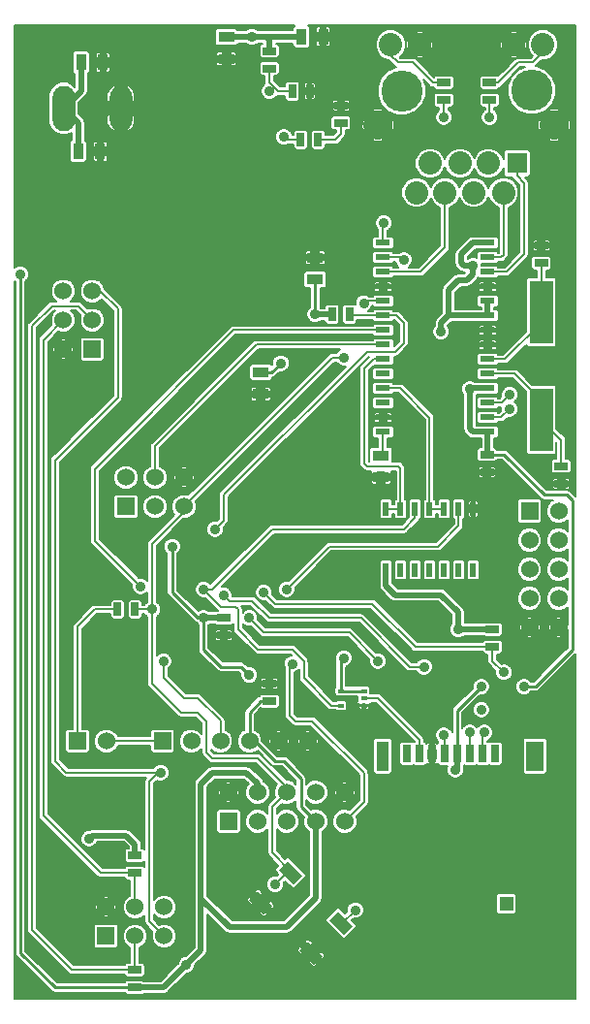
<source format=gbl>
G04 (created by PCBNEW-RS274X (2011-12-21 BZR 3253)-stable) date 08/08/2012 23:37:51*
G01*
G70*
G90*
%MOIN*%
G04 Gerber Fmt 3.4, Leading zero omitted, Abs format*
%FSLAX34Y34*%
G04 APERTURE LIST*
%ADD10C,0.006000*%
%ADD11R,0.020000X0.012000*%
%ADD12R,0.035000X0.055000*%
%ADD13R,0.055000X0.035000*%
%ADD14R,0.045000X0.025000*%
%ADD15R,0.025000X0.045000*%
%ADD16R,0.027600X0.059100*%
%ADD17R,0.059100X0.102400*%
%ADD18R,0.039400X0.102400*%
%ADD19R,0.047200X0.047200*%
%ADD20R,0.060000X0.060000*%
%ADD21C,0.060000*%
%ADD22O,0.078000X0.156000*%
%ADD23R,0.050000X0.020000*%
%ADD24R,0.020000X0.045000*%
%ADD25R,0.078700X0.216500*%
%ADD26C,0.141700*%
%ADD27R,0.070000X0.070000*%
%ADD28C,0.080000*%
%ADD29C,0.100000*%
%ADD30C,0.035000*%
%ADD31C,0.020000*%
%ADD32C,0.010000*%
%ADD33C,0.008000*%
%ADD34C,0.005000*%
G04 APERTURE END LIST*
G54D10*
G54D11*
X31896Y-62447D03*
X31896Y-62947D03*
X31096Y-62447D03*
X31896Y-62697D03*
X31096Y-62947D03*
G54D12*
X22164Y-40846D03*
X22914Y-40846D03*
X22066Y-43898D03*
X22816Y-43898D03*
G54D13*
X32480Y-54349D03*
X32480Y-55099D03*
X28346Y-51495D03*
X28346Y-52245D03*
X27165Y-39979D03*
X27165Y-40729D03*
G54D12*
X29743Y-39961D03*
X30493Y-39961D03*
G54D13*
X30217Y-48308D03*
X30217Y-47558D03*
G54D14*
X24016Y-72643D03*
X24016Y-72043D03*
X36319Y-60330D03*
X36319Y-60930D03*
G54D15*
X30802Y-49508D03*
X31402Y-49508D03*
G54D14*
X24016Y-68106D03*
X24016Y-68706D03*
G54D15*
X29424Y-41831D03*
X30024Y-41831D03*
G54D14*
X28642Y-40448D03*
X28642Y-41048D03*
X31102Y-42918D03*
X31102Y-42318D03*
X38681Y-54720D03*
X38681Y-55320D03*
X36122Y-54926D03*
X36122Y-54326D03*
G54D15*
X29720Y-43504D03*
X30320Y-43504D03*
G54D14*
X28642Y-62200D03*
X28642Y-62800D03*
X27067Y-59936D03*
X27067Y-60536D03*
X37992Y-47741D03*
X37992Y-47141D03*
G54D15*
X23420Y-59646D03*
X24020Y-59646D03*
G54D16*
X36398Y-64606D03*
X35965Y-64606D03*
X35532Y-64606D03*
X35099Y-64606D03*
X34666Y-64606D03*
X34232Y-64606D03*
X33799Y-64606D03*
X33366Y-64606D03*
G54D17*
X37776Y-64685D03*
G54D18*
X32540Y-64685D03*
G54D19*
X36792Y-69764D03*
G54D20*
X23705Y-56110D03*
G54D21*
X23705Y-55110D03*
X24705Y-56110D03*
X24705Y-55110D03*
X25705Y-56110D03*
X25705Y-55110D03*
G54D20*
X24961Y-64173D03*
G54D21*
X25961Y-64173D03*
X26961Y-64173D03*
X27961Y-64173D03*
X28961Y-64173D03*
X29961Y-64173D03*
G54D22*
X23529Y-42421D03*
X21559Y-42421D03*
G54D23*
X32550Y-53545D03*
X32550Y-53045D03*
X32550Y-52545D03*
X32550Y-52045D03*
X32550Y-51545D03*
X32550Y-51045D03*
X32550Y-50545D03*
X32550Y-50045D03*
X32550Y-49545D03*
X32550Y-49045D03*
X32550Y-48545D03*
X32550Y-48045D03*
X32550Y-47545D03*
X32550Y-47045D03*
X36150Y-47045D03*
X36150Y-47545D03*
X36150Y-48045D03*
X36150Y-48545D03*
X36150Y-49045D03*
X36150Y-49545D03*
X36150Y-50045D03*
X36150Y-50545D03*
X36150Y-51045D03*
X36150Y-51545D03*
X36150Y-52045D03*
X36150Y-52545D03*
X36150Y-53045D03*
X36150Y-53545D03*
G54D24*
X32654Y-56183D03*
X33154Y-56183D03*
X33654Y-56183D03*
X34154Y-56183D03*
X34654Y-56183D03*
X35154Y-56183D03*
X35654Y-56183D03*
X35654Y-58283D03*
X35154Y-58283D03*
X34654Y-58283D03*
X34154Y-58283D03*
X33654Y-58283D03*
X33154Y-58283D03*
X32654Y-58283D03*
G54D25*
X37992Y-49430D03*
X37992Y-53130D03*
G54D20*
X22039Y-64173D03*
G54D21*
X23039Y-64173D03*
G54D14*
X36220Y-42131D03*
X36220Y-41531D03*
X34646Y-42131D03*
X34646Y-41531D03*
G54D26*
X33189Y-41830D03*
X37677Y-41811D03*
G54D27*
X37165Y-44311D03*
G54D28*
X36693Y-45315D03*
X36181Y-44311D03*
X35669Y-45315D03*
X35197Y-44311D03*
X34685Y-45315D03*
X34173Y-44311D03*
X33701Y-45315D03*
X38051Y-40236D03*
X37047Y-40236D03*
X33819Y-40236D03*
X32815Y-40236D03*
G54D29*
X38445Y-42992D03*
X32382Y-42992D03*
G54D20*
X23016Y-70874D03*
G54D21*
X23016Y-69874D03*
X24016Y-70874D03*
X24016Y-69874D03*
X25016Y-70874D03*
X25016Y-69874D03*
G54D20*
X22547Y-50705D03*
G54D21*
X21547Y-50705D03*
X22547Y-49705D03*
X21547Y-49705D03*
X22547Y-48705D03*
X21547Y-48705D03*
G54D20*
X27232Y-66937D03*
G54D21*
X27232Y-65937D03*
X28232Y-66937D03*
X28232Y-65937D03*
X29232Y-66937D03*
X29232Y-65937D03*
X30232Y-66937D03*
X30232Y-65937D03*
X31232Y-66937D03*
X31232Y-65937D03*
G54D20*
X37591Y-56268D03*
G54D21*
X38591Y-56268D03*
X37591Y-57268D03*
X38591Y-57268D03*
X37591Y-58268D03*
X38591Y-58268D03*
X37591Y-59268D03*
X38591Y-59268D03*
X37591Y-60268D03*
X38591Y-60268D03*
G54D10*
G36*
X31504Y-70525D02*
X31199Y-70830D01*
X30698Y-70329D01*
X31003Y-70024D01*
X31504Y-70525D01*
X31504Y-70525D01*
G37*
G36*
X29779Y-68800D02*
X29474Y-69105D01*
X28973Y-68604D01*
X29278Y-68299D01*
X29779Y-68800D01*
X29779Y-68800D01*
G37*
G36*
X28750Y-69829D02*
X28445Y-70134D01*
X27944Y-69633D01*
X28249Y-69328D01*
X28750Y-69829D01*
X28750Y-69829D01*
G37*
G36*
X30475Y-71554D02*
X30170Y-71859D01*
X29669Y-71358D01*
X29974Y-71053D01*
X30475Y-71554D01*
X30475Y-71554D01*
G37*
G54D30*
X35925Y-63091D03*
X27756Y-61220D03*
X25492Y-67618D03*
X28051Y-39961D03*
X35039Y-65157D03*
X35531Y-52067D03*
X34547Y-50098D03*
X37402Y-62303D03*
X35925Y-62303D03*
X35630Y-47835D03*
X27953Y-61909D03*
X30217Y-49508D03*
X25787Y-71850D03*
X29035Y-51181D03*
X31201Y-61319D03*
X20079Y-48130D03*
X35138Y-60335D03*
X26378Y-59941D03*
X25295Y-57480D03*
X22441Y-67520D03*
X24902Y-65256D03*
X31890Y-49114D03*
X24606Y-59646D03*
X28839Y-69094D03*
X31594Y-69980D03*
X31201Y-50984D03*
X34646Y-63976D03*
X36024Y-63878D03*
X26772Y-56890D03*
X29233Y-58957D03*
X25000Y-60138D03*
X34252Y-65256D03*
X30512Y-55413D03*
X27854Y-69193D03*
X35531Y-63878D03*
X34646Y-42717D03*
X36909Y-52264D03*
X36220Y-42717D03*
X36909Y-52756D03*
X33268Y-47638D03*
X32579Y-46358D03*
X29134Y-43406D03*
X28642Y-41831D03*
X25000Y-61417D03*
X32382Y-61417D03*
X24213Y-58858D03*
X27953Y-59941D03*
X26378Y-58957D03*
X27067Y-59154D03*
X33957Y-61614D03*
X29429Y-61516D03*
X36713Y-61811D03*
X28445Y-59055D03*
G54D31*
X22164Y-40846D02*
X22164Y-41816D01*
X28543Y-39961D02*
X28642Y-40060D01*
X22164Y-41816D02*
X21559Y-42421D01*
X28051Y-39961D02*
X29743Y-39961D01*
X22066Y-43898D02*
X22066Y-42928D01*
X27183Y-39961D02*
X27165Y-39979D01*
X28642Y-40448D02*
X28642Y-40060D01*
X22066Y-42928D02*
X21559Y-42421D01*
X28051Y-39961D02*
X27183Y-39961D01*
X28543Y-39961D02*
X28051Y-39961D01*
X35553Y-52045D02*
X36150Y-52045D01*
X35137Y-48327D02*
X35433Y-48327D01*
X35531Y-52067D02*
X35553Y-52045D01*
X35630Y-48130D02*
X35630Y-47835D01*
X34805Y-49545D02*
X34547Y-49803D01*
X35236Y-47736D02*
X35335Y-47835D01*
X35632Y-47045D02*
X35236Y-47441D01*
X35433Y-48327D02*
X35630Y-48130D01*
X35099Y-64606D02*
X35099Y-65097D01*
X34805Y-48659D02*
X35137Y-48327D01*
G54D32*
X35099Y-64606D02*
X35099Y-63129D01*
X39075Y-55906D02*
X38878Y-55709D01*
G54D31*
X35531Y-52067D02*
X35531Y-53444D01*
X35335Y-47835D02*
X35630Y-47835D01*
X35099Y-65097D02*
X35039Y-65157D01*
G54D32*
X35099Y-63129D02*
X35925Y-62303D01*
G54D31*
X35531Y-53444D02*
X35632Y-53545D01*
X34547Y-49803D02*
X34547Y-50098D01*
X36150Y-49045D02*
X36150Y-49545D01*
G54D32*
X37402Y-62303D02*
X37795Y-62303D01*
G54D31*
X36150Y-53545D02*
X36150Y-54298D01*
G54D32*
X38878Y-55709D02*
X38091Y-55709D01*
X36708Y-54326D02*
X36122Y-54326D01*
G54D31*
X36150Y-54298D02*
X36122Y-54326D01*
G54D32*
X38091Y-55709D02*
X36708Y-54326D01*
X37795Y-62303D02*
X39075Y-61023D01*
X39075Y-61023D02*
X39075Y-55906D01*
G54D31*
X34805Y-49545D02*
X34805Y-48659D01*
X36150Y-47045D02*
X35632Y-47045D01*
X35632Y-53545D02*
X36150Y-53545D01*
X36150Y-49545D02*
X34805Y-49545D01*
X35236Y-47441D02*
X35236Y-47736D01*
X23720Y-67421D02*
X22540Y-67421D01*
G54D32*
X27953Y-61909D02*
X27658Y-61614D01*
X28342Y-62800D02*
X28642Y-62800D01*
X27961Y-63181D02*
X28342Y-62800D01*
X27961Y-64173D02*
X27961Y-63181D01*
G54D31*
X22540Y-67421D02*
X22441Y-67520D01*
X34547Y-59154D02*
X35138Y-59745D01*
G54D32*
X28346Y-51495D02*
X28721Y-51495D01*
G54D31*
X27263Y-70570D02*
X26280Y-69587D01*
X35143Y-60330D02*
X36319Y-60330D01*
G54D32*
X27658Y-61614D02*
X27559Y-61614D01*
X27559Y-61614D02*
X26969Y-61614D01*
X26969Y-61614D02*
X26378Y-61023D01*
X26378Y-61023D02*
X26378Y-59941D01*
G54D31*
X30217Y-49508D02*
X30802Y-49508D01*
X26280Y-71357D02*
X25787Y-71850D01*
X24016Y-72643D02*
X24994Y-72643D01*
X30232Y-66937D02*
X30232Y-69571D01*
G54D32*
X30217Y-48308D02*
X30217Y-49508D01*
G54D31*
X28232Y-65937D02*
X28232Y-65634D01*
X26280Y-69587D02*
X26280Y-71357D01*
X32654Y-58836D02*
X32972Y-59154D01*
X35138Y-60335D02*
X35143Y-60330D01*
X26280Y-65649D02*
X26280Y-69587D01*
G54D32*
X28721Y-51495D02*
X29035Y-51181D01*
G54D31*
X32972Y-59154D02*
X34547Y-59154D01*
X24994Y-72643D02*
X25787Y-71850D01*
X24016Y-68106D02*
X24016Y-67717D01*
X24016Y-67717D02*
X23720Y-67421D01*
X30232Y-69571D02*
X29233Y-70570D01*
X29233Y-70570D02*
X27263Y-70570D01*
G54D32*
X31096Y-61424D02*
X31201Y-61319D01*
G54D31*
X32654Y-58283D02*
X32654Y-58836D01*
G54D32*
X30224Y-66937D02*
X29724Y-66437D01*
X29724Y-66437D02*
X29724Y-65453D01*
X30232Y-66937D02*
X30224Y-66937D01*
X29724Y-65453D02*
X29133Y-64862D01*
X26181Y-59941D02*
X25295Y-59055D01*
X24016Y-72643D02*
X21265Y-72643D01*
X25295Y-59055D02*
X25295Y-57480D01*
X26378Y-59941D02*
X26181Y-59941D01*
X29133Y-64862D02*
X28838Y-64862D01*
X28149Y-64173D02*
X27961Y-64173D01*
G54D31*
X28232Y-65634D02*
X27854Y-65256D01*
G54D32*
X31096Y-62447D02*
X31096Y-61424D01*
G54D31*
X35138Y-59745D02*
X35138Y-60335D01*
X26383Y-59936D02*
X27067Y-59936D01*
G54D32*
X21265Y-72643D02*
X20079Y-71457D01*
X20079Y-71457D02*
X20079Y-48130D01*
G54D31*
X26378Y-59941D02*
X26383Y-59936D01*
X27854Y-65256D02*
X26673Y-65256D01*
X26673Y-65256D02*
X26280Y-65649D01*
G54D32*
X28838Y-64862D02*
X28149Y-64173D01*
X31096Y-62447D02*
X31896Y-62447D01*
G54D33*
X23425Y-49311D02*
X22819Y-48705D01*
X21260Y-54528D02*
X23425Y-52363D01*
X25016Y-70874D02*
X25008Y-70874D01*
X23425Y-52363D02*
X23425Y-49311D01*
X24803Y-65256D02*
X24902Y-65256D01*
X24902Y-65256D02*
X21654Y-65256D01*
X21260Y-64862D02*
X21260Y-54528D01*
X22819Y-48705D02*
X22547Y-48705D01*
X24508Y-70374D02*
X24508Y-65551D01*
X21654Y-65256D02*
X21260Y-64862D01*
X25008Y-70874D02*
X24508Y-70374D01*
X24508Y-65551D02*
X24803Y-65256D01*
X26476Y-64566D02*
X26674Y-64764D01*
X25590Y-63189D02*
X26181Y-63189D01*
X25705Y-56110D02*
X25705Y-56087D01*
X26181Y-63189D02*
X26476Y-63484D01*
X31890Y-49114D02*
X31959Y-49045D01*
X24606Y-62205D02*
X25590Y-63189D01*
X28740Y-68011D02*
X28740Y-66429D01*
X26674Y-64764D02*
X28249Y-64764D01*
X24606Y-59646D02*
X24606Y-62205D01*
X25705Y-56087D02*
X30808Y-50984D01*
X24606Y-57382D02*
X25705Y-56283D01*
X24606Y-59646D02*
X24020Y-59646D01*
X28249Y-64764D02*
X29232Y-65747D01*
X26476Y-63484D02*
X26476Y-64566D01*
X29376Y-68702D02*
X29376Y-68647D01*
X29232Y-65747D02*
X29232Y-65937D01*
X29231Y-68702D02*
X29376Y-68702D01*
X31101Y-70427D02*
X31147Y-70427D01*
X28839Y-69094D02*
X29231Y-68702D01*
X31147Y-70427D02*
X31594Y-69980D01*
X28740Y-66429D02*
X29232Y-65937D01*
X29376Y-68647D02*
X28740Y-68011D01*
X24606Y-59646D02*
X24606Y-57382D01*
X25705Y-56283D02*
X25705Y-56110D01*
X30808Y-50984D02*
X31201Y-50984D01*
X31959Y-49045D02*
X32550Y-49045D01*
X34646Y-63976D02*
X34666Y-63996D01*
X34666Y-63996D02*
X34666Y-64606D01*
X35965Y-63937D02*
X35965Y-64606D01*
X36024Y-63878D02*
X35965Y-63937D01*
X33009Y-49545D02*
X32550Y-49545D01*
X33268Y-49804D02*
X33009Y-49545D01*
X26772Y-56890D02*
X27067Y-56595D01*
X31989Y-50787D02*
X32973Y-50787D01*
X32973Y-50787D02*
X33268Y-50492D01*
X27067Y-55709D02*
X31989Y-50787D01*
X33268Y-50492D02*
X33268Y-49804D01*
X31439Y-49545D02*
X31402Y-49508D01*
X27067Y-56595D02*
X27067Y-55709D01*
X32550Y-49545D02*
X31439Y-49545D01*
X34449Y-57480D02*
X35154Y-56775D01*
X29233Y-58957D02*
X30710Y-57480D01*
X30710Y-57480D02*
X34449Y-57480D01*
X35154Y-56183D02*
X35154Y-56775D01*
G54D31*
X34232Y-64606D02*
X34232Y-65236D01*
X34232Y-65236D02*
X34252Y-65256D01*
X28347Y-69686D02*
X27854Y-69193D01*
X28347Y-69731D02*
X28347Y-69686D01*
G54D33*
X32382Y-62697D02*
X33799Y-64114D01*
X31896Y-62697D02*
X32382Y-62697D01*
X33799Y-64114D02*
X33799Y-64606D01*
X35532Y-63879D02*
X35532Y-64606D01*
X35531Y-63878D02*
X35532Y-63879D01*
X22638Y-59646D02*
X22039Y-60245D01*
X22039Y-60245D02*
X22039Y-64173D01*
X23420Y-59646D02*
X22638Y-59646D01*
X23039Y-64173D02*
X24961Y-64173D01*
X32550Y-53545D02*
X32550Y-54279D01*
X32550Y-54279D02*
X32480Y-54349D01*
X33071Y-54724D02*
X31988Y-54724D01*
X33154Y-56183D02*
X33154Y-54807D01*
X33154Y-54807D02*
X33071Y-54724D01*
X31988Y-54724D02*
X31890Y-54626D01*
X31890Y-54626D02*
X31890Y-51378D01*
X33154Y-56183D02*
X32654Y-56183D01*
X32223Y-51045D02*
X32550Y-51045D01*
X31890Y-51378D02*
X32223Y-51045D01*
X33070Y-40846D02*
X32815Y-40591D01*
X33571Y-40846D02*
X33070Y-40846D01*
X34256Y-41531D02*
X33571Y-40846D01*
X32815Y-40591D02*
X32815Y-40236D01*
X34646Y-41531D02*
X34256Y-41531D01*
X37402Y-47441D02*
X36798Y-48045D01*
X37165Y-44311D02*
X37165Y-44744D01*
X37165Y-44744D02*
X37402Y-44981D01*
X36798Y-48045D02*
X36150Y-48045D01*
X37402Y-44981D02*
X37402Y-47441D01*
X33845Y-48045D02*
X32550Y-48045D01*
X34685Y-47205D02*
X33845Y-48045D01*
X34685Y-45315D02*
X34685Y-47205D01*
X34646Y-42717D02*
X34646Y-42131D01*
X36628Y-52545D02*
X36909Y-52264D01*
X36150Y-52545D02*
X36628Y-52545D01*
X36693Y-47460D02*
X36608Y-47545D01*
X36608Y-47545D02*
X36150Y-47545D01*
X36693Y-45315D02*
X36693Y-47460D01*
X36220Y-42717D02*
X36220Y-42131D01*
X36620Y-53045D02*
X36909Y-52756D01*
X36150Y-53045D02*
X36620Y-53045D01*
X37205Y-40846D02*
X37698Y-40846D01*
X37698Y-40846D02*
X38051Y-40493D01*
X38051Y-40493D02*
X38051Y-40236D01*
X36220Y-41531D02*
X36520Y-41531D01*
X36520Y-41531D02*
X37205Y-40846D01*
X33175Y-47545D02*
X32550Y-47545D01*
X33268Y-47638D02*
X33175Y-47545D01*
X34654Y-56183D02*
X34154Y-56183D01*
X33147Y-52045D02*
X34154Y-53052D01*
X32550Y-52045D02*
X33147Y-52045D01*
X34154Y-53052D02*
X34154Y-56183D01*
X32579Y-46358D02*
X32550Y-46387D01*
X32550Y-46387D02*
X32550Y-47045D01*
X38681Y-54720D02*
X38681Y-53819D01*
X38681Y-53819D02*
X37992Y-53130D01*
X37076Y-51545D02*
X36150Y-51545D01*
X37992Y-53130D02*
X37992Y-52461D01*
X37992Y-52461D02*
X37076Y-51545D01*
X37992Y-47741D02*
X37992Y-49430D01*
X36750Y-51045D02*
X36150Y-51045D01*
X37992Y-49430D02*
X37992Y-49803D01*
X37992Y-49803D02*
X36750Y-51045D01*
X30320Y-43504D02*
X30905Y-43504D01*
X30905Y-43504D02*
X31102Y-43307D01*
X31102Y-43307D02*
X31102Y-42918D01*
X29232Y-43504D02*
X29134Y-43406D01*
X29720Y-43504D02*
X29232Y-43504D01*
X28790Y-41683D02*
X28642Y-41831D01*
X28790Y-41683D02*
X28642Y-41535D01*
X29424Y-41831D02*
X28938Y-41831D01*
X28938Y-41831D02*
X28790Y-41683D01*
X28642Y-41535D02*
X28642Y-41048D01*
X26961Y-64173D02*
X26961Y-63477D01*
X25000Y-62008D02*
X25000Y-61417D01*
X25689Y-62697D02*
X25000Y-62008D01*
X26181Y-62697D02*
X25689Y-62697D01*
X26961Y-63477D02*
X26181Y-62697D01*
X24016Y-72043D02*
X24016Y-70874D01*
X24016Y-72043D02*
X21846Y-72043D01*
X20472Y-70669D02*
X20472Y-49902D01*
X21846Y-72043D02*
X20472Y-70669D01*
X21161Y-49213D02*
X22055Y-49213D01*
X22055Y-49213D02*
X22547Y-49705D01*
X20472Y-49902D02*
X21161Y-49213D01*
X22840Y-68706D02*
X20866Y-66732D01*
X20866Y-50386D02*
X21547Y-49705D01*
X24016Y-68706D02*
X24016Y-69874D01*
X24016Y-68706D02*
X22840Y-68706D01*
X20866Y-66732D02*
X20866Y-50386D01*
X24213Y-58858D02*
X22638Y-57283D01*
X22638Y-57283D02*
X22638Y-54822D01*
X27415Y-50045D02*
X32550Y-50045D01*
X27953Y-59941D02*
X28445Y-60433D01*
X31398Y-60433D02*
X32382Y-61417D01*
X28445Y-60433D02*
X31398Y-60433D01*
X22638Y-54822D02*
X27415Y-50045D01*
X33654Y-56183D02*
X33654Y-56504D01*
X27461Y-59547D02*
X26968Y-59547D01*
X29823Y-61417D02*
X29430Y-61024D01*
X28740Y-56890D02*
X26673Y-58957D01*
X33268Y-56890D02*
X28740Y-56890D01*
X30762Y-62947D02*
X29823Y-62008D01*
X29823Y-62008D02*
X29823Y-61417D01*
X31096Y-62947D02*
X30762Y-62947D01*
X29430Y-61024D02*
X28248Y-61024D01*
X33654Y-56504D02*
X33268Y-56890D01*
X26968Y-59547D02*
X26378Y-58957D01*
X27559Y-59645D02*
X27461Y-59547D01*
X27559Y-60335D02*
X27559Y-59645D01*
X28248Y-61024D02*
X27559Y-60335D01*
X26378Y-58957D02*
X26673Y-58957D01*
X28051Y-59350D02*
X28642Y-59941D01*
X27263Y-59350D02*
X28051Y-59350D01*
X28195Y-50545D02*
X32550Y-50545D01*
X24705Y-54035D02*
X28195Y-50545D01*
X31791Y-59941D02*
X33464Y-61614D01*
X27067Y-59154D02*
X27263Y-59350D01*
X28642Y-59941D02*
X31791Y-59941D01*
X33464Y-61614D02*
X33957Y-61614D01*
X24705Y-55110D02*
X24705Y-54035D01*
X31890Y-65256D02*
X31890Y-66279D01*
X30118Y-63484D02*
X31890Y-65256D01*
X31890Y-66279D02*
X31232Y-66937D01*
X29528Y-63484D02*
X30118Y-63484D01*
X29331Y-63287D02*
X29528Y-63484D01*
X29331Y-61614D02*
X29331Y-63287D01*
X29429Y-61516D02*
X29331Y-61614D01*
X36319Y-61417D02*
X36713Y-61811D01*
X36319Y-60930D02*
X36319Y-61417D01*
X28445Y-59055D02*
X28839Y-59449D01*
X28839Y-59449D02*
X32186Y-59449D01*
X32186Y-59449D02*
X33667Y-60930D01*
X33667Y-60930D02*
X36319Y-60930D01*
G54D10*
G36*
X39170Y-73028D02*
X38196Y-73028D01*
X38196Y-65222D01*
X38196Y-65172D01*
X38196Y-64148D01*
X38177Y-64102D01*
X38142Y-64067D01*
X38096Y-64048D01*
X38046Y-64048D01*
X37456Y-64048D01*
X37410Y-64067D01*
X37375Y-64102D01*
X37356Y-64148D01*
X37356Y-64198D01*
X37356Y-65222D01*
X37375Y-65268D01*
X37410Y-65303D01*
X37456Y-65322D01*
X37506Y-65322D01*
X38096Y-65322D01*
X38142Y-65303D01*
X38177Y-65268D01*
X38196Y-65222D01*
X38196Y-73028D01*
X37153Y-73028D01*
X37153Y-70025D01*
X37153Y-69975D01*
X37153Y-69503D01*
X37134Y-69457D01*
X37099Y-69422D01*
X37053Y-69403D01*
X37012Y-69403D01*
X37012Y-61871D01*
X37012Y-61752D01*
X36967Y-61642D01*
X36883Y-61558D01*
X36773Y-61512D01*
X36654Y-61512D01*
X36649Y-61513D01*
X36484Y-61348D01*
X36484Y-61180D01*
X36569Y-61180D01*
X36615Y-61161D01*
X36650Y-61126D01*
X36669Y-61080D01*
X36669Y-61030D01*
X36669Y-60780D01*
X36669Y-60480D01*
X36669Y-60430D01*
X36669Y-60180D01*
X36650Y-60134D01*
X36615Y-60099D01*
X36569Y-60080D01*
X36519Y-60080D01*
X36422Y-60080D01*
X36422Y-55066D01*
X36422Y-55006D01*
X36422Y-54846D01*
X36422Y-54786D01*
X36411Y-54758D01*
X36389Y-54737D01*
X36362Y-54726D01*
X36332Y-54726D01*
X36252Y-54726D01*
X36234Y-54744D01*
X36234Y-54864D01*
X36404Y-54864D01*
X36422Y-54846D01*
X36422Y-55006D01*
X36404Y-54988D01*
X36234Y-54988D01*
X36234Y-55108D01*
X36252Y-55126D01*
X36332Y-55126D01*
X36362Y-55126D01*
X36389Y-55115D01*
X36411Y-55094D01*
X36422Y-55066D01*
X36422Y-60080D01*
X36069Y-60080D01*
X36023Y-60099D01*
X36017Y-60105D01*
X36010Y-60105D01*
X36010Y-55108D01*
X36010Y-54988D01*
X36010Y-54864D01*
X36010Y-54744D01*
X35992Y-54726D01*
X35912Y-54726D01*
X35882Y-54726D01*
X35855Y-54737D01*
X35833Y-54758D01*
X35822Y-54786D01*
X35822Y-54846D01*
X35840Y-54864D01*
X36010Y-54864D01*
X36010Y-54988D01*
X35840Y-54988D01*
X35822Y-55006D01*
X35822Y-55066D01*
X35833Y-55094D01*
X35855Y-55115D01*
X35882Y-55126D01*
X35912Y-55126D01*
X35992Y-55126D01*
X36010Y-55108D01*
X36010Y-60105D01*
X35879Y-60105D01*
X35879Y-58533D01*
X35879Y-58483D01*
X35879Y-58033D01*
X35860Y-57987D01*
X35829Y-57956D01*
X35829Y-56423D01*
X35829Y-56393D01*
X35829Y-56313D01*
X35829Y-56053D01*
X35829Y-55973D01*
X35829Y-55943D01*
X35818Y-55916D01*
X35797Y-55894D01*
X35769Y-55883D01*
X35722Y-55883D01*
X35704Y-55901D01*
X35704Y-56071D01*
X35811Y-56071D01*
X35829Y-56053D01*
X35829Y-56313D01*
X35811Y-56295D01*
X35704Y-56295D01*
X35704Y-56465D01*
X35722Y-56483D01*
X35769Y-56483D01*
X35797Y-56472D01*
X35818Y-56450D01*
X35829Y-56423D01*
X35829Y-57956D01*
X35825Y-57952D01*
X35779Y-57933D01*
X35729Y-57933D01*
X35604Y-57933D01*
X35604Y-56465D01*
X35604Y-56295D01*
X35604Y-56071D01*
X35604Y-55901D01*
X35586Y-55883D01*
X35539Y-55883D01*
X35511Y-55894D01*
X35490Y-55916D01*
X35479Y-55943D01*
X35479Y-55973D01*
X35479Y-56053D01*
X35497Y-56071D01*
X35604Y-56071D01*
X35604Y-56295D01*
X35497Y-56295D01*
X35479Y-56313D01*
X35479Y-56393D01*
X35479Y-56423D01*
X35490Y-56450D01*
X35511Y-56472D01*
X35539Y-56483D01*
X35586Y-56483D01*
X35604Y-56465D01*
X35604Y-57933D01*
X35529Y-57933D01*
X35483Y-57952D01*
X35448Y-57987D01*
X35429Y-58033D01*
X35429Y-58083D01*
X35429Y-58533D01*
X35448Y-58579D01*
X35483Y-58614D01*
X35529Y-58633D01*
X35579Y-58633D01*
X35779Y-58633D01*
X35825Y-58614D01*
X35860Y-58579D01*
X35879Y-58533D01*
X35879Y-60105D01*
X35379Y-60105D01*
X35379Y-58533D01*
X35379Y-58483D01*
X35379Y-58033D01*
X35379Y-56433D01*
X35379Y-56383D01*
X35379Y-55933D01*
X35360Y-55887D01*
X35325Y-55852D01*
X35279Y-55833D01*
X35229Y-55833D01*
X35029Y-55833D01*
X34983Y-55852D01*
X34948Y-55887D01*
X34929Y-55933D01*
X34929Y-55983D01*
X34929Y-56433D01*
X34948Y-56479D01*
X34983Y-56514D01*
X34989Y-56516D01*
X34989Y-56706D01*
X34879Y-56816D01*
X34879Y-56433D01*
X34879Y-56383D01*
X34879Y-55933D01*
X34860Y-55887D01*
X34825Y-55852D01*
X34779Y-55833D01*
X34729Y-55833D01*
X34529Y-55833D01*
X34483Y-55852D01*
X34448Y-55887D01*
X34429Y-55933D01*
X34429Y-55983D01*
X34429Y-56018D01*
X34379Y-56018D01*
X34379Y-55933D01*
X34360Y-55887D01*
X34325Y-55852D01*
X34319Y-55849D01*
X34319Y-53052D01*
X34306Y-52989D01*
X34271Y-52935D01*
X33264Y-51928D01*
X33210Y-51893D01*
X33147Y-51880D01*
X32925Y-51880D01*
X32925Y-51670D01*
X32925Y-51620D01*
X32925Y-51420D01*
X32906Y-51374D01*
X32871Y-51339D01*
X32825Y-51320D01*
X32775Y-51320D01*
X32275Y-51320D01*
X32229Y-51339D01*
X32194Y-51374D01*
X32175Y-51420D01*
X32175Y-51470D01*
X32175Y-51670D01*
X32194Y-51716D01*
X32229Y-51751D01*
X32275Y-51770D01*
X32325Y-51770D01*
X32825Y-51770D01*
X32871Y-51751D01*
X32906Y-51716D01*
X32925Y-51670D01*
X32925Y-51880D01*
X32908Y-51880D01*
X32906Y-51874D01*
X32871Y-51839D01*
X32825Y-51820D01*
X32775Y-51820D01*
X32275Y-51820D01*
X32229Y-51839D01*
X32194Y-51874D01*
X32175Y-51920D01*
X32175Y-51970D01*
X32175Y-52170D01*
X32194Y-52216D01*
X32229Y-52251D01*
X32275Y-52270D01*
X32325Y-52270D01*
X32825Y-52270D01*
X32871Y-52251D01*
X32906Y-52216D01*
X32908Y-52210D01*
X33078Y-52210D01*
X33989Y-53121D01*
X33989Y-55849D01*
X33983Y-55852D01*
X33948Y-55887D01*
X33929Y-55933D01*
X33929Y-55983D01*
X33929Y-56433D01*
X33948Y-56479D01*
X33983Y-56514D01*
X34029Y-56533D01*
X34079Y-56533D01*
X34279Y-56533D01*
X34325Y-56514D01*
X34360Y-56479D01*
X34379Y-56433D01*
X34379Y-56383D01*
X34379Y-56348D01*
X34429Y-56348D01*
X34429Y-56433D01*
X34448Y-56479D01*
X34483Y-56514D01*
X34529Y-56533D01*
X34579Y-56533D01*
X34779Y-56533D01*
X34825Y-56514D01*
X34860Y-56479D01*
X34879Y-56433D01*
X34879Y-56816D01*
X34380Y-57315D01*
X30710Y-57315D01*
X30709Y-57315D01*
X30698Y-57317D01*
X30647Y-57328D01*
X30593Y-57363D01*
X30591Y-57365D01*
X29296Y-58659D01*
X29293Y-58658D01*
X29174Y-58658D01*
X29064Y-58703D01*
X28980Y-58787D01*
X28934Y-58897D01*
X28934Y-59016D01*
X28979Y-59126D01*
X29063Y-59210D01*
X29173Y-59256D01*
X29292Y-59256D01*
X29402Y-59211D01*
X29486Y-59127D01*
X29532Y-59017D01*
X29532Y-58898D01*
X29530Y-58893D01*
X30778Y-57645D01*
X34449Y-57645D01*
X34512Y-57632D01*
X34566Y-57597D01*
X35271Y-56892D01*
X35306Y-56838D01*
X35319Y-56775D01*
X35319Y-56516D01*
X35325Y-56514D01*
X35360Y-56479D01*
X35379Y-56433D01*
X35379Y-58033D01*
X35360Y-57987D01*
X35325Y-57952D01*
X35279Y-57933D01*
X35229Y-57933D01*
X35029Y-57933D01*
X34983Y-57952D01*
X34948Y-57987D01*
X34929Y-58033D01*
X34929Y-58083D01*
X34929Y-58533D01*
X34948Y-58579D01*
X34983Y-58614D01*
X35029Y-58633D01*
X35079Y-58633D01*
X35279Y-58633D01*
X35325Y-58614D01*
X35360Y-58579D01*
X35379Y-58533D01*
X35379Y-60105D01*
X35363Y-60105D01*
X35363Y-59745D01*
X35362Y-59744D01*
X35346Y-59659D01*
X35345Y-59658D01*
X35329Y-59634D01*
X35297Y-59586D01*
X35297Y-59585D01*
X34879Y-59167D01*
X34879Y-58533D01*
X34879Y-58483D01*
X34879Y-58033D01*
X34860Y-57987D01*
X34825Y-57952D01*
X34779Y-57933D01*
X34729Y-57933D01*
X34529Y-57933D01*
X34483Y-57952D01*
X34448Y-57987D01*
X34429Y-58033D01*
X34429Y-58083D01*
X34429Y-58533D01*
X34448Y-58579D01*
X34483Y-58614D01*
X34529Y-58633D01*
X34579Y-58633D01*
X34779Y-58633D01*
X34825Y-58614D01*
X34860Y-58579D01*
X34879Y-58533D01*
X34879Y-59167D01*
X34706Y-58995D01*
X34633Y-58946D01*
X34547Y-58929D01*
X34379Y-58929D01*
X34379Y-58533D01*
X34379Y-58483D01*
X34379Y-58033D01*
X34360Y-57987D01*
X34325Y-57952D01*
X34279Y-57933D01*
X34229Y-57933D01*
X34029Y-57933D01*
X33983Y-57952D01*
X33948Y-57987D01*
X33929Y-58033D01*
X33929Y-58083D01*
X33929Y-58533D01*
X33948Y-58579D01*
X33983Y-58614D01*
X34029Y-58633D01*
X34079Y-58633D01*
X34279Y-58633D01*
X34325Y-58614D01*
X34360Y-58579D01*
X34379Y-58533D01*
X34379Y-58929D01*
X33879Y-58929D01*
X33879Y-58533D01*
X33879Y-58483D01*
X33879Y-58033D01*
X33860Y-57987D01*
X33825Y-57952D01*
X33779Y-57933D01*
X33729Y-57933D01*
X33529Y-57933D01*
X33483Y-57952D01*
X33448Y-57987D01*
X33429Y-58033D01*
X33429Y-58083D01*
X33429Y-58533D01*
X33448Y-58579D01*
X33483Y-58614D01*
X33529Y-58633D01*
X33579Y-58633D01*
X33779Y-58633D01*
X33825Y-58614D01*
X33860Y-58579D01*
X33879Y-58533D01*
X33879Y-58929D01*
X33379Y-58929D01*
X33379Y-58533D01*
X33379Y-58483D01*
X33379Y-58033D01*
X33360Y-57987D01*
X33325Y-57952D01*
X33279Y-57933D01*
X33229Y-57933D01*
X33029Y-57933D01*
X32983Y-57952D01*
X32948Y-57987D01*
X32929Y-58033D01*
X32929Y-58083D01*
X32929Y-58533D01*
X32948Y-58579D01*
X32983Y-58614D01*
X33029Y-58633D01*
X33079Y-58633D01*
X33279Y-58633D01*
X33325Y-58614D01*
X33360Y-58579D01*
X33379Y-58533D01*
X33379Y-58929D01*
X33065Y-58929D01*
X32879Y-58742D01*
X32879Y-58533D01*
X32879Y-58483D01*
X32879Y-58283D01*
X32879Y-58033D01*
X32860Y-57987D01*
X32825Y-57952D01*
X32779Y-57933D01*
X32729Y-57933D01*
X32529Y-57933D01*
X32483Y-57952D01*
X32448Y-57987D01*
X32429Y-58033D01*
X32429Y-58083D01*
X32429Y-58283D01*
X32429Y-58533D01*
X32429Y-58836D01*
X32446Y-58922D01*
X32495Y-58995D01*
X32812Y-59313D01*
X32813Y-59313D01*
X32861Y-59345D01*
X32885Y-59361D01*
X32886Y-59362D01*
X32971Y-59378D01*
X32972Y-59379D01*
X34453Y-59379D01*
X34913Y-59838D01*
X34913Y-60137D01*
X34885Y-60165D01*
X34839Y-60275D01*
X34839Y-60394D01*
X34884Y-60504D01*
X34968Y-60588D01*
X35078Y-60634D01*
X35197Y-60634D01*
X35307Y-60589D01*
X35341Y-60555D01*
X36017Y-60555D01*
X36023Y-60561D01*
X36069Y-60580D01*
X36119Y-60580D01*
X36569Y-60580D01*
X36615Y-60561D01*
X36650Y-60526D01*
X36669Y-60480D01*
X36669Y-60780D01*
X36650Y-60734D01*
X36615Y-60699D01*
X36569Y-60680D01*
X36519Y-60680D01*
X36069Y-60680D01*
X36023Y-60699D01*
X35988Y-60734D01*
X35975Y-60765D01*
X33735Y-60765D01*
X32303Y-59332D01*
X32249Y-59297D01*
X32186Y-59284D01*
X28908Y-59284D01*
X28742Y-59118D01*
X28744Y-59115D01*
X28744Y-58996D01*
X28699Y-58886D01*
X28615Y-58802D01*
X28505Y-58756D01*
X28386Y-58756D01*
X28276Y-58801D01*
X28192Y-58885D01*
X28146Y-58995D01*
X28146Y-59114D01*
X28191Y-59224D01*
X28275Y-59308D01*
X28385Y-59354D01*
X28504Y-59354D01*
X28508Y-59352D01*
X28722Y-59566D01*
X28776Y-59601D01*
X28839Y-59614D01*
X32117Y-59614D01*
X33548Y-61044D01*
X33550Y-61047D01*
X33604Y-61082D01*
X33667Y-61095D01*
X35975Y-61095D01*
X35988Y-61126D01*
X36023Y-61161D01*
X36069Y-61180D01*
X36119Y-61180D01*
X36154Y-61180D01*
X36154Y-61417D01*
X36167Y-61480D01*
X36202Y-61534D01*
X36415Y-61747D01*
X36414Y-61751D01*
X36414Y-61870D01*
X36459Y-61980D01*
X36543Y-62064D01*
X36653Y-62110D01*
X36772Y-62110D01*
X36882Y-62065D01*
X36966Y-61981D01*
X37012Y-61871D01*
X37012Y-69403D01*
X37003Y-69403D01*
X36661Y-69403D01*
X36661Y-64926D01*
X36661Y-64876D01*
X36661Y-64286D01*
X36642Y-64240D01*
X36607Y-64205D01*
X36561Y-64186D01*
X36511Y-64186D01*
X36235Y-64186D01*
X36189Y-64205D01*
X36181Y-64212D01*
X36174Y-64205D01*
X36130Y-64186D01*
X36130Y-64157D01*
X36193Y-64132D01*
X36277Y-64048D01*
X36323Y-63938D01*
X36323Y-63819D01*
X36278Y-63709D01*
X36224Y-63655D01*
X36224Y-63151D01*
X36224Y-63032D01*
X36179Y-62922D01*
X36095Y-62838D01*
X35985Y-62792D01*
X35866Y-62792D01*
X35756Y-62837D01*
X35672Y-62921D01*
X35626Y-63031D01*
X35626Y-63150D01*
X35671Y-63260D01*
X35755Y-63344D01*
X35865Y-63390D01*
X35984Y-63390D01*
X36094Y-63345D01*
X36178Y-63261D01*
X36224Y-63151D01*
X36224Y-63655D01*
X36194Y-63625D01*
X36084Y-63579D01*
X35965Y-63579D01*
X35855Y-63624D01*
X35777Y-63701D01*
X35701Y-63625D01*
X35591Y-63579D01*
X35472Y-63579D01*
X35362Y-63624D01*
X35278Y-63708D01*
X35274Y-63717D01*
X35274Y-63202D01*
X35874Y-62602D01*
X35984Y-62602D01*
X36094Y-62557D01*
X36178Y-62473D01*
X36224Y-62363D01*
X36224Y-62244D01*
X36179Y-62134D01*
X36095Y-62050D01*
X35985Y-62004D01*
X35866Y-62004D01*
X35756Y-62049D01*
X35672Y-62133D01*
X35626Y-62243D01*
X35626Y-62354D01*
X34975Y-63005D01*
X34937Y-63062D01*
X34924Y-63129D01*
X34924Y-63865D01*
X34900Y-63807D01*
X34816Y-63723D01*
X34706Y-63677D01*
X34587Y-63677D01*
X34477Y-63722D01*
X34393Y-63806D01*
X34347Y-63916D01*
X34347Y-64035D01*
X34392Y-64145D01*
X34454Y-64207D01*
X34422Y-64240D01*
X34417Y-64251D01*
X34413Y-64247D01*
X34385Y-64236D01*
X34319Y-64236D01*
X34301Y-64254D01*
X34301Y-64459D01*
X34370Y-64459D01*
X34370Y-64753D01*
X34301Y-64753D01*
X34301Y-64958D01*
X34319Y-64976D01*
X34385Y-64976D01*
X34413Y-64965D01*
X34417Y-64960D01*
X34422Y-64972D01*
X34457Y-65007D01*
X34503Y-65026D01*
X34553Y-65026D01*
X34769Y-65026D01*
X34740Y-65097D01*
X34740Y-65216D01*
X34785Y-65326D01*
X34869Y-65410D01*
X34979Y-65456D01*
X35098Y-65456D01*
X35208Y-65411D01*
X35292Y-65327D01*
X35338Y-65217D01*
X35338Y-65098D01*
X35324Y-65063D01*
X35324Y-65007D01*
X35369Y-65026D01*
X35419Y-65026D01*
X35695Y-65026D01*
X35741Y-65007D01*
X35748Y-64999D01*
X35756Y-65007D01*
X35802Y-65026D01*
X35852Y-65026D01*
X36128Y-65026D01*
X36174Y-65007D01*
X36181Y-64999D01*
X36189Y-65007D01*
X36235Y-65026D01*
X36285Y-65026D01*
X36561Y-65026D01*
X36607Y-65007D01*
X36642Y-64972D01*
X36661Y-64926D01*
X36661Y-69403D01*
X36531Y-69403D01*
X36485Y-69422D01*
X36450Y-69457D01*
X36431Y-69503D01*
X36431Y-69553D01*
X36431Y-70025D01*
X36450Y-70071D01*
X36485Y-70106D01*
X36531Y-70125D01*
X36581Y-70125D01*
X37053Y-70125D01*
X37099Y-70106D01*
X37134Y-70071D01*
X37153Y-70025D01*
X37153Y-73028D01*
X34256Y-73028D01*
X34256Y-61674D01*
X34256Y-61555D01*
X34211Y-61445D01*
X34127Y-61361D01*
X34017Y-61315D01*
X33898Y-61315D01*
X33788Y-61360D01*
X33704Y-61444D01*
X33701Y-61449D01*
X33532Y-61449D01*
X31908Y-59824D01*
X31854Y-59789D01*
X31791Y-59776D01*
X28710Y-59776D01*
X28168Y-59233D01*
X28114Y-59198D01*
X28051Y-59185D01*
X27366Y-59185D01*
X27366Y-59095D01*
X27321Y-58985D01*
X27237Y-58901D01*
X27127Y-58855D01*
X27009Y-58855D01*
X28809Y-57055D01*
X33268Y-57055D01*
X33331Y-57042D01*
X33385Y-57007D01*
X33768Y-56622D01*
X33770Y-56621D01*
X33771Y-56621D01*
X33805Y-56568D01*
X33806Y-56567D01*
X33816Y-56518D01*
X33816Y-56517D01*
X33825Y-56514D01*
X33860Y-56479D01*
X33879Y-56433D01*
X33879Y-56383D01*
X33879Y-55933D01*
X33860Y-55887D01*
X33825Y-55852D01*
X33779Y-55833D01*
X33729Y-55833D01*
X33529Y-55833D01*
X33483Y-55852D01*
X33448Y-55887D01*
X33429Y-55933D01*
X33429Y-55983D01*
X33429Y-56433D01*
X33447Y-56477D01*
X33199Y-56725D01*
X32343Y-56725D01*
X32343Y-55331D01*
X32343Y-55186D01*
X32148Y-55186D01*
X32130Y-55204D01*
X32130Y-55289D01*
X32141Y-55317D01*
X32163Y-55338D01*
X32190Y-55349D01*
X32220Y-55349D01*
X32325Y-55349D01*
X32343Y-55331D01*
X32343Y-56725D01*
X28740Y-56725D01*
X28677Y-56738D01*
X28623Y-56773D01*
X26620Y-58776D01*
X26548Y-58704D01*
X26438Y-58658D01*
X26319Y-58658D01*
X26209Y-58703D01*
X26125Y-58787D01*
X26079Y-58897D01*
X26079Y-59016D01*
X26124Y-59126D01*
X26208Y-59210D01*
X26318Y-59256D01*
X26437Y-59256D01*
X26441Y-59254D01*
X26849Y-59661D01*
X26851Y-59664D01*
X26884Y-59686D01*
X26817Y-59686D01*
X26771Y-59705D01*
X26765Y-59711D01*
X26571Y-59711D01*
X26548Y-59688D01*
X26438Y-59642D01*
X26319Y-59642D01*
X26209Y-59687D01*
X26191Y-59704D01*
X25470Y-58982D01*
X25470Y-57728D01*
X25548Y-57650D01*
X25594Y-57540D01*
X25594Y-57421D01*
X25549Y-57311D01*
X25465Y-57227D01*
X25355Y-57181D01*
X25236Y-57181D01*
X25126Y-57226D01*
X25042Y-57310D01*
X24996Y-57420D01*
X24996Y-57539D01*
X25041Y-57649D01*
X25120Y-57728D01*
X25120Y-59055D01*
X25133Y-59122D01*
X25171Y-59179D01*
X26055Y-60062D01*
X26057Y-60065D01*
X26113Y-60102D01*
X26114Y-60103D01*
X26121Y-60104D01*
X26124Y-60110D01*
X26203Y-60189D01*
X26203Y-61023D01*
X26216Y-61090D01*
X26254Y-61147D01*
X26843Y-61735D01*
X26845Y-61738D01*
X26901Y-61775D01*
X26902Y-61776D01*
X26955Y-61786D01*
X26968Y-61789D01*
X26968Y-61788D01*
X26969Y-61789D01*
X27559Y-61789D01*
X27585Y-61789D01*
X27654Y-61858D01*
X27654Y-61968D01*
X27699Y-62078D01*
X27783Y-62162D01*
X27893Y-62208D01*
X28012Y-62208D01*
X28122Y-62163D01*
X28206Y-62079D01*
X28252Y-61969D01*
X28252Y-61850D01*
X28207Y-61740D01*
X28123Y-61656D01*
X28013Y-61610D01*
X27902Y-61610D01*
X27782Y-61490D01*
X27725Y-61452D01*
X27658Y-61439D01*
X27559Y-61439D01*
X27367Y-61439D01*
X27367Y-60676D01*
X27367Y-60616D01*
X27367Y-60456D01*
X27367Y-60396D01*
X27356Y-60368D01*
X27334Y-60347D01*
X27307Y-60336D01*
X27277Y-60336D01*
X27197Y-60336D01*
X27179Y-60354D01*
X27179Y-60474D01*
X27349Y-60474D01*
X27367Y-60456D01*
X27367Y-60616D01*
X27349Y-60598D01*
X27179Y-60598D01*
X27179Y-60718D01*
X27197Y-60736D01*
X27277Y-60736D01*
X27307Y-60736D01*
X27334Y-60725D01*
X27356Y-60704D01*
X27367Y-60676D01*
X27367Y-61439D01*
X27041Y-61439D01*
X26955Y-61352D01*
X26955Y-60718D01*
X26955Y-60598D01*
X26955Y-60474D01*
X26955Y-60354D01*
X26937Y-60336D01*
X26857Y-60336D01*
X26827Y-60336D01*
X26800Y-60347D01*
X26778Y-60368D01*
X26767Y-60396D01*
X26767Y-60456D01*
X26785Y-60474D01*
X26955Y-60474D01*
X26955Y-60598D01*
X26785Y-60598D01*
X26767Y-60616D01*
X26767Y-60676D01*
X26778Y-60704D01*
X26800Y-60725D01*
X26827Y-60736D01*
X26857Y-60736D01*
X26937Y-60736D01*
X26955Y-60718D01*
X26955Y-61352D01*
X26553Y-60950D01*
X26553Y-60189D01*
X26581Y-60161D01*
X26765Y-60161D01*
X26771Y-60167D01*
X26817Y-60186D01*
X26867Y-60186D01*
X27317Y-60186D01*
X27363Y-60167D01*
X27394Y-60136D01*
X27394Y-60335D01*
X27407Y-60398D01*
X27442Y-60452D01*
X28129Y-61138D01*
X28131Y-61141D01*
X28185Y-61176D01*
X28248Y-61189D01*
X29361Y-61189D01*
X29389Y-61217D01*
X29370Y-61217D01*
X29260Y-61262D01*
X29176Y-61346D01*
X29130Y-61456D01*
X29130Y-61575D01*
X29166Y-61663D01*
X29166Y-63287D01*
X29179Y-63350D01*
X29214Y-63404D01*
X29409Y-63598D01*
X29411Y-63601D01*
X29465Y-63636D01*
X29528Y-63649D01*
X30049Y-63649D01*
X31725Y-65324D01*
X31725Y-66210D01*
X31600Y-66335D01*
X31600Y-65871D01*
X31598Y-65857D01*
X31566Y-65815D01*
X31444Y-65937D01*
X31566Y-66059D01*
X31598Y-66017D01*
X31600Y-65871D01*
X31600Y-66335D01*
X31392Y-66543D01*
X31354Y-66527D01*
X31354Y-66271D01*
X31354Y-65603D01*
X31312Y-65571D01*
X31166Y-65569D01*
X31152Y-65571D01*
X31110Y-65603D01*
X31232Y-65725D01*
X31354Y-65603D01*
X31354Y-66271D01*
X31232Y-66149D01*
X31110Y-66271D01*
X31152Y-66303D01*
X31298Y-66305D01*
X31312Y-66303D01*
X31354Y-66271D01*
X31354Y-66527D01*
X31317Y-66512D01*
X31148Y-66512D01*
X31020Y-66564D01*
X31020Y-65937D01*
X30898Y-65815D01*
X30866Y-65857D01*
X30864Y-66003D01*
X30866Y-66017D01*
X30898Y-66059D01*
X31020Y-65937D01*
X31020Y-66564D01*
X30992Y-66576D01*
X30872Y-66696D01*
X30807Y-66852D01*
X30807Y-67021D01*
X30871Y-67177D01*
X30991Y-67297D01*
X31147Y-67362D01*
X31316Y-67362D01*
X31472Y-67298D01*
X31592Y-67178D01*
X31657Y-67022D01*
X31657Y-66853D01*
X31625Y-66776D01*
X32004Y-66397D01*
X32006Y-66396D01*
X32007Y-66396D01*
X32042Y-66342D01*
X32055Y-66279D01*
X32055Y-65256D01*
X32054Y-65255D01*
X32055Y-65255D01*
X32052Y-65242D01*
X32042Y-65193D01*
X32041Y-65192D01*
X32007Y-65139D01*
X32004Y-65137D01*
X31846Y-64978D01*
X31846Y-63064D01*
X31846Y-62977D01*
X31739Y-62977D01*
X31721Y-62995D01*
X31721Y-63022D01*
X31732Y-63049D01*
X31753Y-63071D01*
X31781Y-63082D01*
X31828Y-63082D01*
X31846Y-63064D01*
X31846Y-64978D01*
X30235Y-63367D01*
X30181Y-63332D01*
X30118Y-63319D01*
X29596Y-63319D01*
X29496Y-63218D01*
X29496Y-61811D01*
X29598Y-61770D01*
X29658Y-61710D01*
X29658Y-62008D01*
X29671Y-62071D01*
X29706Y-62125D01*
X30643Y-63061D01*
X30645Y-63064D01*
X30698Y-63098D01*
X30699Y-63099D01*
X30748Y-63109D01*
X30761Y-63112D01*
X30761Y-63111D01*
X30762Y-63112D01*
X30924Y-63112D01*
X30925Y-63113D01*
X30971Y-63132D01*
X31021Y-63132D01*
X31221Y-63132D01*
X31267Y-63113D01*
X31302Y-63078D01*
X31321Y-63032D01*
X31321Y-62982D01*
X31321Y-62862D01*
X31302Y-62816D01*
X31267Y-62781D01*
X31221Y-62762D01*
X31171Y-62762D01*
X30971Y-62762D01*
X30925Y-62781D01*
X30924Y-62782D01*
X30830Y-62782D01*
X29988Y-61939D01*
X29988Y-61417D01*
X29987Y-61416D01*
X29988Y-61416D01*
X29985Y-61405D01*
X29975Y-61354D01*
X29940Y-61300D01*
X29937Y-61298D01*
X29547Y-60907D01*
X29493Y-60872D01*
X29430Y-60859D01*
X28316Y-60859D01*
X27724Y-60266D01*
X27724Y-60135D01*
X27783Y-60194D01*
X27893Y-60240D01*
X28012Y-60240D01*
X28016Y-60238D01*
X28326Y-60547D01*
X28328Y-60550D01*
X28382Y-60585D01*
X28433Y-60595D01*
X28444Y-60598D01*
X28444Y-60597D01*
X28445Y-60598D01*
X31329Y-60598D01*
X32084Y-61352D01*
X32083Y-61357D01*
X32083Y-61476D01*
X32128Y-61586D01*
X32212Y-61670D01*
X32322Y-61716D01*
X32441Y-61716D01*
X32551Y-61671D01*
X32635Y-61587D01*
X32681Y-61477D01*
X32681Y-61358D01*
X32636Y-61248D01*
X32552Y-61164D01*
X32442Y-61118D01*
X32323Y-61118D01*
X32318Y-61119D01*
X31515Y-60316D01*
X31461Y-60281D01*
X31398Y-60268D01*
X28513Y-60268D01*
X28250Y-60004D01*
X28252Y-60001D01*
X28252Y-59882D01*
X28207Y-59772D01*
X28123Y-59688D01*
X28013Y-59642D01*
X27894Y-59642D01*
X27784Y-59687D01*
X27724Y-59747D01*
X27724Y-59645D01*
X27711Y-59582D01*
X27676Y-59528D01*
X27673Y-59526D01*
X27662Y-59515D01*
X27982Y-59515D01*
X28523Y-60055D01*
X28525Y-60058D01*
X28579Y-60093D01*
X28630Y-60103D01*
X28641Y-60106D01*
X28641Y-60105D01*
X28642Y-60106D01*
X31722Y-60106D01*
X33345Y-61728D01*
X33347Y-61731D01*
X33400Y-61765D01*
X33401Y-61766D01*
X33450Y-61776D01*
X33463Y-61779D01*
X33463Y-61778D01*
X33464Y-61779D01*
X33701Y-61779D01*
X33703Y-61783D01*
X33787Y-61867D01*
X33897Y-61913D01*
X34016Y-61913D01*
X34126Y-61868D01*
X34210Y-61784D01*
X34256Y-61674D01*
X34256Y-73028D01*
X34163Y-73028D01*
X34163Y-64958D01*
X34163Y-64753D01*
X34094Y-64753D01*
X34094Y-64459D01*
X34163Y-64459D01*
X34163Y-64254D01*
X34145Y-64236D01*
X34079Y-64236D01*
X34051Y-64247D01*
X34047Y-64250D01*
X34043Y-64240D01*
X34008Y-64205D01*
X33964Y-64186D01*
X33964Y-64114D01*
X33963Y-64113D01*
X33964Y-64113D01*
X33961Y-64100D01*
X33951Y-64051D01*
X33950Y-64050D01*
X33916Y-63997D01*
X33913Y-63995D01*
X32499Y-62580D01*
X32445Y-62545D01*
X32382Y-62532D01*
X32121Y-62532D01*
X32121Y-62482D01*
X32121Y-62362D01*
X32102Y-62316D01*
X32067Y-62281D01*
X32021Y-62262D01*
X31971Y-62262D01*
X31771Y-62262D01*
X31746Y-62272D01*
X31271Y-62272D01*
X31271Y-61613D01*
X31370Y-61573D01*
X31454Y-61489D01*
X31500Y-61379D01*
X31500Y-61260D01*
X31455Y-61150D01*
X31371Y-61066D01*
X31261Y-61020D01*
X31142Y-61020D01*
X31032Y-61065D01*
X30948Y-61149D01*
X30902Y-61259D01*
X30902Y-61378D01*
X30921Y-61424D01*
X30921Y-62285D01*
X30890Y-62316D01*
X30871Y-62362D01*
X30871Y-62412D01*
X30871Y-62532D01*
X30890Y-62578D01*
X30925Y-62613D01*
X30971Y-62632D01*
X31021Y-62632D01*
X31221Y-62632D01*
X31245Y-62622D01*
X31671Y-62622D01*
X31671Y-62662D01*
X31671Y-62782D01*
X31683Y-62812D01*
X31646Y-62812D01*
X31646Y-62887D01*
X31721Y-62887D01*
X31721Y-62899D01*
X31739Y-62917D01*
X31846Y-62917D01*
X31846Y-62887D01*
X31946Y-62887D01*
X31946Y-62917D01*
X32053Y-62917D01*
X32071Y-62899D01*
X32071Y-62887D01*
X32146Y-62887D01*
X32146Y-62862D01*
X32313Y-62862D01*
X33634Y-64182D01*
X33634Y-64186D01*
X33590Y-64205D01*
X33582Y-64212D01*
X33575Y-64205D01*
X33529Y-64186D01*
X33479Y-64186D01*
X33203Y-64186D01*
X33157Y-64205D01*
X33122Y-64240D01*
X33103Y-64286D01*
X33103Y-64336D01*
X33103Y-64926D01*
X33122Y-64972D01*
X33157Y-65007D01*
X33203Y-65026D01*
X33253Y-65026D01*
X33529Y-65026D01*
X33575Y-65007D01*
X33582Y-64999D01*
X33590Y-65007D01*
X33636Y-65026D01*
X33686Y-65026D01*
X33962Y-65026D01*
X34008Y-65007D01*
X34043Y-64972D01*
X34047Y-64961D01*
X34051Y-64965D01*
X34079Y-64976D01*
X34145Y-64976D01*
X34163Y-64958D01*
X34163Y-73028D01*
X32862Y-73028D01*
X32862Y-65222D01*
X32862Y-65172D01*
X32862Y-64148D01*
X32843Y-64102D01*
X32808Y-64067D01*
X32762Y-64048D01*
X32712Y-64048D01*
X32318Y-64048D01*
X32272Y-64067D01*
X32237Y-64102D01*
X32218Y-64148D01*
X32218Y-64198D01*
X32218Y-65222D01*
X32237Y-65268D01*
X32272Y-65303D01*
X32318Y-65322D01*
X32368Y-65322D01*
X32762Y-65322D01*
X32808Y-65303D01*
X32843Y-65268D01*
X32862Y-65222D01*
X32862Y-73028D01*
X32071Y-73028D01*
X32071Y-63022D01*
X32071Y-62995D01*
X32053Y-62977D01*
X31946Y-62977D01*
X31946Y-63064D01*
X31964Y-63082D01*
X32011Y-63082D01*
X32039Y-63071D01*
X32060Y-63049D01*
X32071Y-63022D01*
X32071Y-73028D01*
X31893Y-73028D01*
X31893Y-70040D01*
X31893Y-69921D01*
X31848Y-69811D01*
X31764Y-69727D01*
X31654Y-69681D01*
X31535Y-69681D01*
X31425Y-69726D01*
X31341Y-69810D01*
X31295Y-69920D01*
X31295Y-70039D01*
X31296Y-70043D01*
X31248Y-70092D01*
X31074Y-69918D01*
X31028Y-69899D01*
X30979Y-69899D01*
X30933Y-69918D01*
X30897Y-69953D01*
X30592Y-70259D01*
X30573Y-70305D01*
X30573Y-70354D01*
X30592Y-70400D01*
X30627Y-70435D01*
X31128Y-70936D01*
X31174Y-70955D01*
X31223Y-70955D01*
X31269Y-70936D01*
X31305Y-70901D01*
X31610Y-70595D01*
X31629Y-70549D01*
X31629Y-70500D01*
X31610Y-70454D01*
X31575Y-70419D01*
X31482Y-70326D01*
X31530Y-70277D01*
X31534Y-70279D01*
X31653Y-70279D01*
X31763Y-70234D01*
X31847Y-70150D01*
X31893Y-70040D01*
X31893Y-73028D01*
X30551Y-73028D01*
X30551Y-71539D01*
X30539Y-71511D01*
X30416Y-71388D01*
X30390Y-71388D01*
X30274Y-71505D01*
X30439Y-71670D01*
X30464Y-71670D01*
X30517Y-71617D01*
X30539Y-71596D01*
X30550Y-71569D01*
X30551Y-71539D01*
X30551Y-73028D01*
X30286Y-73028D01*
X30286Y-71848D01*
X30286Y-71823D01*
X30140Y-71677D01*
X30140Y-71138D01*
X30140Y-71112D01*
X30017Y-70989D01*
X29989Y-70977D01*
X29959Y-70978D01*
X29932Y-70989D01*
X29911Y-71011D01*
X29858Y-71064D01*
X29858Y-71089D01*
X30023Y-71254D01*
X30140Y-71138D01*
X30140Y-71677D01*
X30121Y-71658D01*
X30004Y-71774D01*
X30004Y-71800D01*
X30127Y-71923D01*
X30155Y-71935D01*
X30185Y-71934D01*
X30212Y-71923D01*
X30233Y-71901D01*
X30286Y-71848D01*
X30286Y-73028D01*
X29870Y-73028D01*
X29870Y-71407D01*
X29705Y-71242D01*
X29680Y-71242D01*
X29627Y-71295D01*
X29605Y-71316D01*
X29594Y-71343D01*
X29593Y-71373D01*
X29605Y-71401D01*
X29728Y-71524D01*
X29754Y-71524D01*
X29870Y-71407D01*
X29870Y-73028D01*
X19885Y-73028D01*
X19885Y-48359D01*
X19904Y-48378D01*
X19904Y-71457D01*
X19917Y-71524D01*
X19955Y-71581D01*
X21141Y-72767D01*
X21198Y-72805D01*
X21265Y-72818D01*
X23676Y-72818D01*
X23685Y-72839D01*
X23720Y-72874D01*
X23766Y-72893D01*
X23816Y-72893D01*
X24266Y-72893D01*
X24312Y-72874D01*
X24318Y-72868D01*
X24994Y-72868D01*
X25080Y-72851D01*
X25153Y-72802D01*
X25806Y-72149D01*
X25846Y-72149D01*
X25956Y-72104D01*
X26040Y-72020D01*
X26086Y-71910D01*
X26086Y-71869D01*
X26439Y-71516D01*
X26488Y-71443D01*
X26505Y-71357D01*
X26505Y-70130D01*
X27104Y-70729D01*
X27177Y-70778D01*
X27263Y-70795D01*
X29233Y-70795D01*
X29319Y-70778D01*
X29392Y-70729D01*
X30391Y-69731D01*
X30391Y-69730D01*
X30423Y-69682D01*
X30439Y-69658D01*
X30440Y-69657D01*
X30456Y-69572D01*
X30457Y-69571D01*
X30457Y-67304D01*
X30472Y-67298D01*
X30592Y-67178D01*
X30657Y-67022D01*
X30657Y-66853D01*
X30593Y-66697D01*
X30473Y-66577D01*
X30317Y-66512D01*
X30148Y-66512D01*
X30076Y-66541D01*
X29899Y-66364D01*
X29899Y-66205D01*
X29991Y-66297D01*
X30147Y-66362D01*
X30316Y-66362D01*
X30472Y-66298D01*
X30592Y-66178D01*
X30657Y-66022D01*
X30657Y-65853D01*
X30593Y-65697D01*
X30473Y-65577D01*
X30329Y-65517D01*
X30329Y-64107D01*
X30327Y-64093D01*
X30295Y-64051D01*
X30173Y-64173D01*
X30295Y-64295D01*
X30327Y-64253D01*
X30329Y-64107D01*
X30329Y-65517D01*
X30317Y-65512D01*
X30148Y-65512D01*
X30083Y-65538D01*
X30083Y-64507D01*
X30083Y-63839D01*
X30041Y-63807D01*
X29895Y-63805D01*
X29881Y-63807D01*
X29839Y-63839D01*
X29961Y-63961D01*
X30083Y-63839D01*
X30083Y-64507D01*
X29961Y-64385D01*
X29839Y-64507D01*
X29881Y-64539D01*
X30027Y-64541D01*
X30041Y-64539D01*
X30083Y-64507D01*
X30083Y-65538D01*
X29992Y-65576D01*
X29899Y-65669D01*
X29899Y-65453D01*
X29898Y-65452D01*
X29899Y-65452D01*
X29896Y-65439D01*
X29886Y-65386D01*
X29885Y-65385D01*
X29848Y-65329D01*
X29845Y-65327D01*
X29749Y-65230D01*
X29749Y-64173D01*
X29627Y-64051D01*
X29595Y-64093D01*
X29593Y-64239D01*
X29595Y-64253D01*
X29627Y-64295D01*
X29749Y-64173D01*
X29749Y-65230D01*
X29329Y-64810D01*
X29329Y-64107D01*
X29327Y-64093D01*
X29295Y-64051D01*
X29173Y-64173D01*
X29295Y-64295D01*
X29327Y-64253D01*
X29329Y-64107D01*
X29329Y-64810D01*
X29257Y-64738D01*
X29200Y-64700D01*
X29133Y-64687D01*
X29083Y-64687D01*
X29083Y-64507D01*
X29083Y-63839D01*
X29041Y-63807D01*
X28895Y-63805D01*
X28881Y-63807D01*
X28839Y-63839D01*
X28961Y-63961D01*
X29083Y-63839D01*
X29083Y-64507D01*
X28961Y-64385D01*
X28839Y-64507D01*
X28881Y-64539D01*
X29027Y-64541D01*
X29041Y-64539D01*
X29083Y-64507D01*
X29083Y-64687D01*
X28910Y-64687D01*
X28749Y-64525D01*
X28749Y-64173D01*
X28627Y-64051D01*
X28595Y-64093D01*
X28593Y-64239D01*
X28595Y-64253D01*
X28627Y-64295D01*
X28749Y-64173D01*
X28749Y-64525D01*
X28386Y-64162D01*
X28386Y-64089D01*
X28322Y-63933D01*
X28202Y-63813D01*
X28136Y-63785D01*
X28136Y-63253D01*
X28354Y-63034D01*
X28392Y-63050D01*
X28442Y-63050D01*
X28892Y-63050D01*
X28938Y-63031D01*
X28973Y-62996D01*
X28992Y-62950D01*
X28992Y-62900D01*
X28992Y-62650D01*
X28973Y-62604D01*
X28942Y-62573D01*
X28942Y-62340D01*
X28942Y-62280D01*
X28942Y-62120D01*
X28942Y-62060D01*
X28931Y-62032D01*
X28909Y-62011D01*
X28882Y-62000D01*
X28852Y-62000D01*
X28772Y-62000D01*
X28754Y-62018D01*
X28754Y-62138D01*
X28924Y-62138D01*
X28942Y-62120D01*
X28942Y-62280D01*
X28924Y-62262D01*
X28754Y-62262D01*
X28754Y-62382D01*
X28772Y-62400D01*
X28852Y-62400D01*
X28882Y-62400D01*
X28909Y-62389D01*
X28931Y-62368D01*
X28942Y-62340D01*
X28942Y-62573D01*
X28938Y-62569D01*
X28892Y-62550D01*
X28842Y-62550D01*
X28530Y-62550D01*
X28530Y-62382D01*
X28530Y-62262D01*
X28530Y-62138D01*
X28530Y-62018D01*
X28512Y-62000D01*
X28432Y-62000D01*
X28402Y-62000D01*
X28375Y-62011D01*
X28353Y-62032D01*
X28342Y-62060D01*
X28342Y-62120D01*
X28360Y-62138D01*
X28530Y-62138D01*
X28530Y-62262D01*
X28360Y-62262D01*
X28342Y-62280D01*
X28342Y-62340D01*
X28353Y-62368D01*
X28375Y-62389D01*
X28402Y-62400D01*
X28432Y-62400D01*
X28512Y-62400D01*
X28530Y-62382D01*
X28530Y-62550D01*
X28392Y-62550D01*
X28346Y-62569D01*
X28311Y-62604D01*
X28298Y-62633D01*
X28275Y-62638D01*
X28218Y-62676D01*
X28216Y-62678D01*
X27837Y-63057D01*
X27799Y-63114D01*
X27786Y-63181D01*
X27786Y-63785D01*
X27721Y-63812D01*
X27601Y-63932D01*
X27536Y-64088D01*
X27536Y-64257D01*
X27600Y-64413D01*
X27720Y-64533D01*
X27876Y-64598D01*
X28045Y-64598D01*
X28201Y-64534D01*
X28231Y-64503D01*
X28712Y-64983D01*
X28714Y-64986D01*
X28771Y-65024D01*
X28838Y-65037D01*
X29060Y-65037D01*
X29549Y-65525D01*
X29549Y-65653D01*
X29473Y-65577D01*
X29317Y-65512D01*
X29231Y-65512D01*
X28366Y-64647D01*
X28312Y-64612D01*
X28249Y-64599D01*
X26743Y-64599D01*
X26641Y-64497D01*
X26641Y-64454D01*
X26720Y-64533D01*
X26876Y-64598D01*
X27045Y-64598D01*
X27201Y-64534D01*
X27321Y-64414D01*
X27386Y-64258D01*
X27386Y-64089D01*
X27322Y-63933D01*
X27202Y-63813D01*
X27126Y-63781D01*
X27126Y-63477D01*
X27113Y-63414D01*
X27078Y-63360D01*
X26298Y-62580D01*
X26244Y-62545D01*
X26181Y-62532D01*
X25757Y-62532D01*
X25165Y-61939D01*
X25165Y-61672D01*
X25169Y-61671D01*
X25253Y-61587D01*
X25299Y-61477D01*
X25299Y-61358D01*
X25254Y-61248D01*
X25170Y-61164D01*
X25060Y-61118D01*
X24941Y-61118D01*
X24831Y-61163D01*
X24771Y-61223D01*
X24771Y-59901D01*
X24775Y-59900D01*
X24859Y-59816D01*
X24905Y-59706D01*
X24905Y-59587D01*
X24860Y-59477D01*
X24776Y-59393D01*
X24771Y-59390D01*
X24771Y-57451D01*
X25687Y-56535D01*
X25789Y-56535D01*
X25945Y-56471D01*
X26065Y-56351D01*
X26130Y-56195D01*
X26130Y-56026D01*
X26092Y-55933D01*
X30876Y-51149D01*
X30945Y-51149D01*
X30947Y-51153D01*
X31031Y-51237D01*
X31141Y-51283D01*
X31259Y-51283D01*
X26950Y-55592D01*
X26915Y-55646D01*
X26902Y-55709D01*
X26902Y-56526D01*
X26835Y-56592D01*
X26832Y-56591D01*
X26713Y-56591D01*
X26603Y-56636D01*
X26519Y-56720D01*
X26473Y-56830D01*
X26473Y-56949D01*
X26518Y-57059D01*
X26602Y-57143D01*
X26712Y-57189D01*
X26831Y-57189D01*
X26941Y-57144D01*
X27025Y-57060D01*
X27071Y-56950D01*
X27071Y-56831D01*
X27069Y-56826D01*
X27184Y-56712D01*
X27219Y-56658D01*
X27232Y-56595D01*
X27232Y-55777D01*
X32057Y-50952D01*
X32082Y-50952D01*
X31773Y-51261D01*
X31738Y-51315D01*
X31725Y-51378D01*
X31725Y-54626D01*
X31738Y-54689D01*
X31773Y-54743D01*
X31869Y-54838D01*
X31871Y-54841D01*
X31925Y-54876D01*
X31988Y-54889D01*
X32137Y-54889D01*
X32130Y-54909D01*
X32130Y-54994D01*
X32148Y-55012D01*
X32343Y-55012D01*
X32343Y-54924D01*
X32617Y-54924D01*
X32617Y-55012D01*
X32812Y-55012D01*
X32830Y-54994D01*
X32830Y-54909D01*
X32822Y-54889D01*
X32989Y-54889D01*
X32989Y-55849D01*
X32983Y-55852D01*
X32948Y-55887D01*
X32929Y-55933D01*
X32929Y-55983D01*
X32929Y-56018D01*
X32879Y-56018D01*
X32879Y-55933D01*
X32860Y-55887D01*
X32830Y-55857D01*
X32830Y-55289D01*
X32830Y-55204D01*
X32812Y-55186D01*
X32617Y-55186D01*
X32617Y-55331D01*
X32635Y-55349D01*
X32740Y-55349D01*
X32770Y-55349D01*
X32797Y-55338D01*
X32819Y-55317D01*
X32830Y-55289D01*
X32830Y-55857D01*
X32825Y-55852D01*
X32779Y-55833D01*
X32729Y-55833D01*
X32529Y-55833D01*
X32483Y-55852D01*
X32448Y-55887D01*
X32429Y-55933D01*
X32429Y-55983D01*
X32429Y-56433D01*
X32448Y-56479D01*
X32483Y-56514D01*
X32529Y-56533D01*
X32579Y-56533D01*
X32779Y-56533D01*
X32825Y-56514D01*
X32860Y-56479D01*
X32879Y-56433D01*
X32879Y-56383D01*
X32879Y-56348D01*
X32929Y-56348D01*
X32929Y-56433D01*
X32948Y-56479D01*
X32983Y-56514D01*
X33029Y-56533D01*
X33079Y-56533D01*
X33279Y-56533D01*
X33325Y-56514D01*
X33360Y-56479D01*
X33379Y-56433D01*
X33379Y-56383D01*
X33379Y-55933D01*
X33360Y-55887D01*
X33325Y-55852D01*
X33319Y-55849D01*
X33319Y-54807D01*
X33306Y-54744D01*
X33271Y-54690D01*
X33268Y-54688D01*
X33188Y-54607D01*
X33134Y-54572D01*
X33071Y-54559D01*
X32875Y-54559D01*
X32880Y-54549D01*
X32880Y-54499D01*
X32880Y-54149D01*
X32861Y-54103D01*
X32826Y-54068D01*
X32780Y-54049D01*
X32730Y-54049D01*
X32715Y-54049D01*
X32715Y-53770D01*
X32825Y-53770D01*
X32871Y-53751D01*
X32906Y-53716D01*
X32925Y-53670D01*
X32925Y-53620D01*
X32925Y-53420D01*
X32925Y-52670D01*
X32925Y-52620D01*
X32925Y-52420D01*
X32906Y-52374D01*
X32871Y-52339D01*
X32825Y-52320D01*
X32775Y-52320D01*
X32275Y-52320D01*
X32229Y-52339D01*
X32194Y-52374D01*
X32175Y-52420D01*
X32175Y-52470D01*
X32175Y-52670D01*
X32194Y-52716D01*
X32229Y-52751D01*
X32275Y-52770D01*
X32325Y-52770D01*
X32825Y-52770D01*
X32871Y-52751D01*
X32906Y-52716D01*
X32925Y-52670D01*
X32925Y-53420D01*
X32906Y-53374D01*
X32875Y-53343D01*
X32875Y-53160D01*
X32875Y-53113D01*
X32875Y-52977D01*
X32875Y-52930D01*
X32864Y-52902D01*
X32842Y-52881D01*
X32815Y-52870D01*
X32785Y-52870D01*
X32693Y-52870D01*
X32675Y-52888D01*
X32675Y-52995D01*
X32857Y-52995D01*
X32875Y-52977D01*
X32875Y-53113D01*
X32857Y-53095D01*
X32675Y-53095D01*
X32675Y-53202D01*
X32693Y-53220D01*
X32785Y-53220D01*
X32815Y-53220D01*
X32842Y-53209D01*
X32864Y-53188D01*
X32875Y-53160D01*
X32875Y-53343D01*
X32871Y-53339D01*
X32825Y-53320D01*
X32775Y-53320D01*
X32425Y-53320D01*
X32425Y-53202D01*
X32425Y-53095D01*
X32425Y-52995D01*
X32425Y-52888D01*
X32407Y-52870D01*
X32315Y-52870D01*
X32285Y-52870D01*
X32258Y-52881D01*
X32236Y-52902D01*
X32225Y-52930D01*
X32225Y-52977D01*
X32243Y-52995D01*
X32425Y-52995D01*
X32425Y-53095D01*
X32243Y-53095D01*
X32225Y-53113D01*
X32225Y-53160D01*
X32236Y-53188D01*
X32258Y-53209D01*
X32285Y-53220D01*
X32315Y-53220D01*
X32407Y-53220D01*
X32425Y-53202D01*
X32425Y-53320D01*
X32275Y-53320D01*
X32229Y-53339D01*
X32194Y-53374D01*
X32175Y-53420D01*
X32175Y-53470D01*
X32175Y-53670D01*
X32194Y-53716D01*
X32229Y-53751D01*
X32275Y-53770D01*
X32325Y-53770D01*
X32385Y-53770D01*
X32385Y-54049D01*
X32180Y-54049D01*
X32134Y-54068D01*
X32099Y-54103D01*
X32080Y-54149D01*
X32080Y-54199D01*
X32080Y-54549D01*
X32084Y-54559D01*
X32056Y-54559D01*
X32055Y-54557D01*
X32055Y-51446D01*
X32244Y-51257D01*
X32275Y-51270D01*
X32325Y-51270D01*
X32825Y-51270D01*
X32871Y-51251D01*
X32906Y-51216D01*
X32925Y-51170D01*
X32925Y-51120D01*
X32925Y-50952D01*
X32973Y-50952D01*
X33036Y-50939D01*
X33090Y-50904D01*
X33385Y-50609D01*
X33420Y-50555D01*
X33433Y-50492D01*
X33433Y-49804D01*
X33420Y-49741D01*
X33385Y-49687D01*
X33382Y-49685D01*
X33126Y-49428D01*
X33072Y-49393D01*
X33009Y-49380D01*
X32908Y-49380D01*
X32906Y-49374D01*
X32871Y-49339D01*
X32825Y-49320D01*
X32775Y-49320D01*
X32275Y-49320D01*
X32229Y-49339D01*
X32194Y-49374D01*
X32191Y-49380D01*
X32029Y-49380D01*
X32059Y-49368D01*
X32143Y-49284D01*
X32173Y-49210D01*
X32191Y-49210D01*
X32194Y-49216D01*
X32229Y-49251D01*
X32275Y-49270D01*
X32325Y-49270D01*
X32825Y-49270D01*
X32871Y-49251D01*
X32906Y-49216D01*
X32925Y-49170D01*
X32925Y-49120D01*
X32925Y-48920D01*
X32906Y-48874D01*
X32875Y-48843D01*
X32875Y-48660D01*
X32875Y-48613D01*
X32875Y-48477D01*
X32875Y-48430D01*
X32864Y-48402D01*
X32842Y-48381D01*
X32815Y-48370D01*
X32785Y-48370D01*
X32693Y-48370D01*
X32675Y-48388D01*
X32675Y-48495D01*
X32857Y-48495D01*
X32875Y-48477D01*
X32875Y-48613D01*
X32857Y-48595D01*
X32675Y-48595D01*
X32675Y-48702D01*
X32693Y-48720D01*
X32785Y-48720D01*
X32815Y-48720D01*
X32842Y-48709D01*
X32864Y-48688D01*
X32875Y-48660D01*
X32875Y-48843D01*
X32871Y-48839D01*
X32825Y-48820D01*
X32775Y-48820D01*
X32425Y-48820D01*
X32425Y-48702D01*
X32425Y-48595D01*
X32425Y-48495D01*
X32425Y-48388D01*
X32407Y-48370D01*
X32315Y-48370D01*
X32285Y-48370D01*
X32258Y-48381D01*
X32236Y-48402D01*
X32225Y-48430D01*
X32225Y-48477D01*
X32243Y-48495D01*
X32425Y-48495D01*
X32425Y-48595D01*
X32243Y-48595D01*
X32225Y-48613D01*
X32225Y-48660D01*
X32236Y-48688D01*
X32258Y-48709D01*
X32285Y-48720D01*
X32315Y-48720D01*
X32407Y-48720D01*
X32425Y-48702D01*
X32425Y-48820D01*
X32275Y-48820D01*
X32229Y-48839D01*
X32194Y-48874D01*
X32191Y-48880D01*
X32079Y-48880D01*
X32064Y-48865D01*
X32064Y-42992D01*
X31863Y-42791D01*
X31822Y-42863D01*
X31816Y-43087D01*
X31822Y-43121D01*
X31863Y-43193D01*
X32064Y-42992D01*
X32064Y-48865D01*
X32060Y-48861D01*
X31950Y-48815D01*
X31831Y-48815D01*
X31721Y-48860D01*
X31637Y-48944D01*
X31591Y-49054D01*
X31591Y-49173D01*
X31591Y-49174D01*
X31552Y-49158D01*
X31502Y-49158D01*
X31452Y-49158D01*
X31452Y-43068D01*
X31452Y-43018D01*
X31452Y-42768D01*
X31433Y-42722D01*
X31402Y-42691D01*
X31402Y-42458D01*
X31402Y-42398D01*
X31402Y-42238D01*
X31402Y-42178D01*
X31391Y-42150D01*
X31369Y-42129D01*
X31342Y-42118D01*
X31312Y-42118D01*
X31232Y-42118D01*
X31214Y-42136D01*
X31214Y-42256D01*
X31384Y-42256D01*
X31402Y-42238D01*
X31402Y-42398D01*
X31384Y-42380D01*
X31214Y-42380D01*
X31214Y-42500D01*
X31232Y-42518D01*
X31312Y-42518D01*
X31342Y-42518D01*
X31369Y-42507D01*
X31391Y-42486D01*
X31402Y-42458D01*
X31402Y-42691D01*
X31398Y-42687D01*
X31352Y-42668D01*
X31302Y-42668D01*
X30990Y-42668D01*
X30990Y-42500D01*
X30990Y-42380D01*
X30990Y-42256D01*
X30990Y-42136D01*
X30972Y-42118D01*
X30892Y-42118D01*
X30862Y-42118D01*
X30835Y-42129D01*
X30813Y-42150D01*
X30802Y-42178D01*
X30802Y-42238D01*
X30820Y-42256D01*
X30990Y-42256D01*
X30990Y-42380D01*
X30820Y-42380D01*
X30802Y-42398D01*
X30802Y-42458D01*
X30813Y-42486D01*
X30835Y-42507D01*
X30862Y-42518D01*
X30892Y-42518D01*
X30972Y-42518D01*
X30990Y-42500D01*
X30990Y-42668D01*
X30852Y-42668D01*
X30806Y-42687D01*
X30771Y-42722D01*
X30752Y-42768D01*
X30752Y-42818D01*
X30752Y-43068D01*
X30771Y-43114D01*
X30806Y-43149D01*
X30852Y-43168D01*
X30902Y-43168D01*
X30937Y-43168D01*
X30937Y-43238D01*
X30836Y-43339D01*
X30743Y-43339D01*
X30743Y-40251D01*
X30743Y-40221D01*
X30743Y-40116D01*
X30743Y-39806D01*
X30743Y-39701D01*
X30743Y-39671D01*
X30732Y-39644D01*
X30711Y-39622D01*
X30683Y-39611D01*
X30598Y-39611D01*
X30580Y-39629D01*
X30580Y-39824D01*
X30725Y-39824D01*
X30743Y-39806D01*
X30743Y-40116D01*
X30725Y-40098D01*
X30580Y-40098D01*
X30580Y-40293D01*
X30598Y-40311D01*
X30683Y-40311D01*
X30711Y-40300D01*
X30732Y-40278D01*
X30743Y-40251D01*
X30743Y-43339D01*
X30570Y-43339D01*
X30570Y-43254D01*
X30551Y-43208D01*
X30516Y-43173D01*
X30470Y-43154D01*
X30420Y-43154D01*
X30406Y-43154D01*
X30406Y-40293D01*
X30406Y-40098D01*
X30406Y-39824D01*
X30406Y-39629D01*
X30388Y-39611D01*
X30303Y-39611D01*
X30275Y-39622D01*
X30254Y-39644D01*
X30243Y-39671D01*
X30243Y-39701D01*
X30243Y-39806D01*
X30261Y-39824D01*
X30406Y-39824D01*
X30406Y-40098D01*
X30261Y-40098D01*
X30243Y-40116D01*
X30243Y-40221D01*
X30243Y-40251D01*
X30254Y-40278D01*
X30275Y-40300D01*
X30303Y-40311D01*
X30388Y-40311D01*
X30406Y-40293D01*
X30406Y-43154D01*
X30224Y-43154D01*
X30224Y-42071D01*
X30224Y-42041D01*
X30224Y-41961D01*
X30224Y-41701D01*
X30224Y-41621D01*
X30224Y-41591D01*
X30213Y-41564D01*
X30192Y-41542D01*
X30164Y-41531D01*
X30104Y-41531D01*
X30086Y-41549D01*
X30086Y-41719D01*
X30206Y-41719D01*
X30224Y-41701D01*
X30224Y-41961D01*
X30206Y-41943D01*
X30086Y-41943D01*
X30086Y-42113D01*
X30104Y-42131D01*
X30164Y-42131D01*
X30192Y-42120D01*
X30213Y-42098D01*
X30224Y-42071D01*
X30224Y-43154D01*
X30170Y-43154D01*
X30124Y-43173D01*
X30089Y-43208D01*
X30070Y-43254D01*
X30070Y-43304D01*
X30070Y-43754D01*
X30089Y-43800D01*
X30124Y-43835D01*
X30170Y-43854D01*
X30220Y-43854D01*
X30470Y-43854D01*
X30516Y-43835D01*
X30551Y-43800D01*
X30570Y-43754D01*
X30570Y-43704D01*
X30570Y-43669D01*
X30905Y-43669D01*
X30968Y-43656D01*
X31022Y-43621D01*
X31216Y-43425D01*
X31218Y-43424D01*
X31219Y-43424D01*
X31254Y-43370D01*
X31267Y-43307D01*
X31267Y-43168D01*
X31352Y-43168D01*
X31398Y-43149D01*
X31433Y-43114D01*
X31452Y-43068D01*
X31452Y-49158D01*
X31252Y-49158D01*
X31206Y-49177D01*
X31171Y-49212D01*
X31152Y-49258D01*
X31152Y-49308D01*
X31152Y-49758D01*
X31171Y-49804D01*
X31206Y-49839D01*
X31252Y-49858D01*
X31302Y-49858D01*
X31552Y-49858D01*
X31598Y-49839D01*
X31633Y-49804D01*
X31652Y-49758D01*
X31652Y-49710D01*
X32191Y-49710D01*
X32194Y-49716D01*
X32229Y-49751D01*
X32275Y-49770D01*
X32325Y-49770D01*
X32825Y-49770D01*
X32871Y-49751D01*
X32906Y-49716D01*
X32908Y-49710D01*
X32940Y-49710D01*
X33103Y-49872D01*
X33103Y-50423D01*
X32925Y-50601D01*
X32925Y-50420D01*
X32906Y-50374D01*
X32871Y-50339D01*
X32825Y-50320D01*
X32775Y-50320D01*
X32275Y-50320D01*
X32229Y-50339D01*
X32194Y-50374D01*
X32191Y-50380D01*
X28195Y-50380D01*
X28132Y-50393D01*
X28078Y-50428D01*
X28076Y-50430D01*
X24588Y-53918D01*
X24553Y-53972D01*
X24540Y-54035D01*
X24540Y-54718D01*
X24465Y-54749D01*
X24345Y-54869D01*
X24280Y-55025D01*
X24280Y-55194D01*
X24344Y-55350D01*
X24464Y-55470D01*
X24620Y-55535D01*
X24789Y-55535D01*
X24945Y-55471D01*
X25065Y-55351D01*
X25130Y-55195D01*
X25130Y-55026D01*
X25066Y-54870D01*
X24946Y-54750D01*
X24870Y-54718D01*
X24870Y-54103D01*
X28263Y-50710D01*
X31080Y-50710D01*
X31032Y-50730D01*
X30948Y-50814D01*
X30945Y-50819D01*
X30808Y-50819D01*
X30807Y-50819D01*
X30745Y-50832D01*
X30691Y-50867D01*
X30689Y-50869D01*
X29334Y-52223D01*
X29334Y-51241D01*
X29334Y-51122D01*
X29289Y-51012D01*
X29205Y-50928D01*
X29095Y-50882D01*
X28976Y-50882D01*
X28866Y-50927D01*
X28782Y-51011D01*
X28736Y-51121D01*
X28736Y-51232D01*
X28723Y-51245D01*
X28692Y-51214D01*
X28646Y-51195D01*
X28596Y-51195D01*
X28046Y-51195D01*
X28000Y-51214D01*
X27965Y-51249D01*
X27946Y-51295D01*
X27946Y-51345D01*
X27946Y-51695D01*
X27965Y-51741D01*
X28000Y-51776D01*
X28046Y-51795D01*
X28096Y-51795D01*
X28646Y-51795D01*
X28692Y-51776D01*
X28727Y-51741D01*
X28746Y-51695D01*
X28746Y-51665D01*
X28788Y-51657D01*
X28845Y-51619D01*
X28984Y-51480D01*
X29094Y-51480D01*
X29204Y-51435D01*
X29288Y-51351D01*
X29334Y-51241D01*
X29334Y-52223D01*
X28696Y-52861D01*
X28696Y-52435D01*
X28696Y-52350D01*
X28696Y-52140D01*
X28696Y-52055D01*
X28685Y-52027D01*
X28663Y-52006D01*
X28636Y-51995D01*
X28606Y-51995D01*
X28501Y-51995D01*
X28483Y-52013D01*
X28483Y-52158D01*
X28678Y-52158D01*
X28696Y-52140D01*
X28696Y-52350D01*
X28678Y-52332D01*
X28483Y-52332D01*
X28483Y-52477D01*
X28501Y-52495D01*
X28606Y-52495D01*
X28636Y-52495D01*
X28663Y-52484D01*
X28685Y-52463D01*
X28696Y-52435D01*
X28696Y-52861D01*
X28209Y-53348D01*
X28209Y-52477D01*
X28209Y-52332D01*
X28209Y-52158D01*
X28209Y-52013D01*
X28191Y-51995D01*
X28086Y-51995D01*
X28056Y-51995D01*
X28029Y-52006D01*
X28007Y-52027D01*
X27996Y-52055D01*
X27996Y-52140D01*
X28014Y-52158D01*
X28209Y-52158D01*
X28209Y-52332D01*
X28014Y-52332D01*
X27996Y-52350D01*
X27996Y-52435D01*
X28007Y-52463D01*
X28029Y-52484D01*
X28056Y-52495D01*
X28086Y-52495D01*
X28191Y-52495D01*
X28209Y-52477D01*
X28209Y-53348D01*
X26073Y-55484D01*
X26073Y-55044D01*
X26071Y-55030D01*
X26039Y-54988D01*
X25917Y-55110D01*
X26039Y-55232D01*
X26071Y-55190D01*
X26073Y-55044D01*
X26073Y-55484D01*
X25848Y-55709D01*
X25827Y-55700D01*
X25827Y-55444D01*
X25827Y-54776D01*
X25785Y-54744D01*
X25639Y-54742D01*
X25625Y-54744D01*
X25583Y-54776D01*
X25705Y-54898D01*
X25827Y-54776D01*
X25827Y-55444D01*
X25705Y-55322D01*
X25583Y-55444D01*
X25625Y-55476D01*
X25771Y-55478D01*
X25785Y-55476D01*
X25827Y-55444D01*
X25827Y-55700D01*
X25790Y-55685D01*
X25621Y-55685D01*
X25493Y-55737D01*
X25493Y-55110D01*
X25371Y-54988D01*
X25339Y-55030D01*
X25337Y-55176D01*
X25339Y-55190D01*
X25371Y-55232D01*
X25493Y-55110D01*
X25493Y-55737D01*
X25465Y-55749D01*
X25345Y-55869D01*
X25280Y-56025D01*
X25280Y-56194D01*
X25344Y-56350D01*
X25374Y-56380D01*
X25130Y-56624D01*
X25130Y-56195D01*
X25130Y-56026D01*
X25066Y-55870D01*
X24946Y-55750D01*
X24790Y-55685D01*
X24621Y-55685D01*
X24465Y-55749D01*
X24345Y-55869D01*
X24280Y-56025D01*
X24280Y-56194D01*
X24344Y-56350D01*
X24464Y-56470D01*
X24620Y-56535D01*
X24789Y-56535D01*
X24945Y-56471D01*
X25065Y-56351D01*
X25130Y-56195D01*
X25130Y-56624D01*
X24489Y-57265D01*
X24454Y-57319D01*
X24441Y-57382D01*
X24441Y-58663D01*
X24383Y-58605D01*
X24273Y-58559D01*
X24154Y-58559D01*
X24149Y-58560D01*
X24130Y-58541D01*
X24130Y-56435D01*
X24130Y-56385D01*
X24130Y-55785D01*
X24130Y-55195D01*
X24130Y-55026D01*
X24066Y-54870D01*
X23946Y-54750D01*
X23790Y-54685D01*
X23621Y-54685D01*
X23465Y-54749D01*
X23345Y-54869D01*
X23280Y-55025D01*
X23280Y-55194D01*
X23344Y-55350D01*
X23464Y-55470D01*
X23620Y-55535D01*
X23789Y-55535D01*
X23945Y-55471D01*
X24065Y-55351D01*
X24130Y-55195D01*
X24130Y-55785D01*
X24111Y-55739D01*
X24076Y-55704D01*
X24030Y-55685D01*
X23980Y-55685D01*
X23380Y-55685D01*
X23334Y-55704D01*
X23299Y-55739D01*
X23280Y-55785D01*
X23280Y-55835D01*
X23280Y-56435D01*
X23299Y-56481D01*
X23334Y-56516D01*
X23380Y-56535D01*
X23430Y-56535D01*
X24030Y-56535D01*
X24076Y-56516D01*
X24111Y-56481D01*
X24130Y-56435D01*
X24130Y-58541D01*
X22803Y-57214D01*
X22803Y-54890D01*
X27483Y-50210D01*
X32191Y-50210D01*
X32194Y-50216D01*
X32229Y-50251D01*
X32275Y-50270D01*
X32325Y-50270D01*
X32825Y-50270D01*
X32871Y-50251D01*
X32906Y-50216D01*
X32925Y-50170D01*
X32925Y-50120D01*
X32925Y-49920D01*
X32906Y-49874D01*
X32871Y-49839D01*
X32825Y-49820D01*
X32775Y-49820D01*
X32275Y-49820D01*
X32229Y-49839D01*
X32194Y-49874D01*
X32191Y-49880D01*
X31052Y-49880D01*
X31052Y-49758D01*
X31052Y-49708D01*
X31052Y-49258D01*
X31033Y-49212D01*
X30998Y-49177D01*
X30952Y-49158D01*
X30902Y-49158D01*
X30652Y-49158D01*
X30606Y-49177D01*
X30571Y-49212D01*
X30552Y-49258D01*
X30552Y-49283D01*
X30415Y-49283D01*
X30392Y-49260D01*
X30392Y-48608D01*
X30517Y-48608D01*
X30563Y-48589D01*
X30598Y-48554D01*
X30617Y-48508D01*
X30617Y-48458D01*
X30617Y-48108D01*
X30598Y-48062D01*
X30567Y-48031D01*
X30567Y-47748D01*
X30567Y-47663D01*
X30567Y-47453D01*
X30567Y-47368D01*
X30556Y-47340D01*
X30534Y-47319D01*
X30507Y-47308D01*
X30477Y-47308D01*
X30372Y-47308D01*
X30354Y-47326D01*
X30354Y-47471D01*
X30549Y-47471D01*
X30567Y-47453D01*
X30567Y-47663D01*
X30549Y-47645D01*
X30354Y-47645D01*
X30354Y-47790D01*
X30372Y-47808D01*
X30477Y-47808D01*
X30507Y-47808D01*
X30534Y-47797D01*
X30556Y-47776D01*
X30567Y-47748D01*
X30567Y-48031D01*
X30563Y-48027D01*
X30517Y-48008D01*
X30467Y-48008D01*
X30080Y-48008D01*
X30080Y-47790D01*
X30080Y-47645D01*
X30080Y-47471D01*
X30080Y-47326D01*
X30062Y-47308D01*
X29970Y-47308D01*
X29970Y-43754D01*
X29970Y-43704D01*
X29970Y-43254D01*
X29962Y-43234D01*
X29962Y-42113D01*
X29962Y-41943D01*
X29962Y-41719D01*
X29962Y-41549D01*
X29944Y-41531D01*
X29884Y-41531D01*
X29856Y-41542D01*
X29835Y-41564D01*
X29824Y-41591D01*
X29824Y-41621D01*
X29824Y-41701D01*
X29842Y-41719D01*
X29962Y-41719D01*
X29962Y-41943D01*
X29842Y-41943D01*
X29824Y-41961D01*
X29824Y-42041D01*
X29824Y-42071D01*
X29835Y-42098D01*
X29856Y-42120D01*
X29884Y-42131D01*
X29944Y-42131D01*
X29962Y-42113D01*
X29962Y-43234D01*
X29951Y-43208D01*
X29916Y-43173D01*
X29870Y-43154D01*
X29820Y-43154D01*
X29674Y-43154D01*
X29674Y-42081D01*
X29674Y-42031D01*
X29674Y-41581D01*
X29655Y-41535D01*
X29620Y-41500D01*
X29574Y-41481D01*
X29524Y-41481D01*
X29274Y-41481D01*
X29228Y-41500D01*
X29193Y-41535D01*
X29174Y-41581D01*
X29174Y-41631D01*
X29174Y-41666D01*
X29006Y-41666D01*
X28907Y-41566D01*
X28904Y-41564D01*
X28807Y-41466D01*
X28807Y-41298D01*
X28892Y-41298D01*
X28938Y-41279D01*
X28973Y-41244D01*
X28992Y-41198D01*
X28992Y-41148D01*
X28992Y-40898D01*
X28973Y-40852D01*
X28938Y-40817D01*
X28892Y-40798D01*
X28842Y-40798D01*
X28392Y-40798D01*
X28346Y-40817D01*
X28311Y-40852D01*
X28292Y-40898D01*
X28292Y-40948D01*
X28292Y-41198D01*
X28311Y-41244D01*
X28346Y-41279D01*
X28392Y-41298D01*
X28442Y-41298D01*
X28477Y-41298D01*
X28477Y-41535D01*
X28484Y-41572D01*
X28473Y-41577D01*
X28389Y-41661D01*
X28343Y-41771D01*
X28343Y-41890D01*
X28388Y-42000D01*
X28472Y-42084D01*
X28582Y-42130D01*
X28701Y-42130D01*
X28811Y-42085D01*
X28895Y-42001D01*
X28900Y-41988D01*
X28938Y-41996D01*
X29174Y-41996D01*
X29174Y-42081D01*
X29193Y-42127D01*
X29228Y-42162D01*
X29274Y-42181D01*
X29324Y-42181D01*
X29574Y-42181D01*
X29620Y-42162D01*
X29655Y-42127D01*
X29674Y-42081D01*
X29674Y-43154D01*
X29570Y-43154D01*
X29524Y-43173D01*
X29489Y-43208D01*
X29470Y-43254D01*
X29470Y-43304D01*
X29470Y-43339D01*
X29429Y-43339D01*
X29388Y-43237D01*
X29304Y-43153D01*
X29194Y-43107D01*
X29075Y-43107D01*
X28965Y-43152D01*
X28881Y-43236D01*
X28835Y-43346D01*
X28835Y-43465D01*
X28880Y-43575D01*
X28964Y-43659D01*
X29074Y-43705D01*
X29193Y-43705D01*
X29281Y-43669D01*
X29470Y-43669D01*
X29470Y-43754D01*
X29489Y-43800D01*
X29524Y-43835D01*
X29570Y-43854D01*
X29620Y-43854D01*
X29870Y-43854D01*
X29916Y-43835D01*
X29951Y-43800D01*
X29970Y-43754D01*
X29970Y-47308D01*
X29957Y-47308D01*
X29927Y-47308D01*
X29900Y-47319D01*
X29878Y-47340D01*
X29867Y-47368D01*
X29867Y-47453D01*
X29885Y-47471D01*
X30080Y-47471D01*
X30080Y-47645D01*
X29885Y-47645D01*
X29867Y-47663D01*
X29867Y-47748D01*
X29878Y-47776D01*
X29900Y-47797D01*
X29927Y-47808D01*
X29957Y-47808D01*
X30062Y-47808D01*
X30080Y-47790D01*
X30080Y-48008D01*
X29917Y-48008D01*
X29871Y-48027D01*
X29836Y-48062D01*
X29817Y-48108D01*
X29817Y-48158D01*
X29817Y-48508D01*
X29836Y-48554D01*
X29871Y-48589D01*
X29917Y-48608D01*
X29967Y-48608D01*
X30042Y-48608D01*
X30042Y-49260D01*
X29964Y-49338D01*
X29918Y-49448D01*
X29918Y-49567D01*
X29963Y-49677D01*
X30047Y-49761D01*
X30157Y-49807D01*
X30276Y-49807D01*
X30386Y-49762D01*
X30415Y-49733D01*
X30552Y-49733D01*
X30552Y-49758D01*
X30571Y-49804D01*
X30606Y-49839D01*
X30652Y-49858D01*
X30702Y-49858D01*
X30952Y-49858D01*
X30998Y-49839D01*
X31033Y-49804D01*
X31052Y-49758D01*
X31052Y-49880D01*
X27515Y-49880D01*
X27515Y-40919D01*
X27515Y-40834D01*
X27515Y-40624D01*
X27515Y-40539D01*
X27504Y-40511D01*
X27482Y-40490D01*
X27455Y-40479D01*
X27425Y-40479D01*
X27320Y-40479D01*
X27302Y-40497D01*
X27302Y-40642D01*
X27497Y-40642D01*
X27515Y-40624D01*
X27515Y-40834D01*
X27497Y-40816D01*
X27302Y-40816D01*
X27302Y-40961D01*
X27320Y-40979D01*
X27425Y-40979D01*
X27455Y-40979D01*
X27482Y-40968D01*
X27504Y-40947D01*
X27515Y-40919D01*
X27515Y-49880D01*
X27415Y-49880D01*
X27352Y-49893D01*
X27298Y-49928D01*
X27296Y-49930D01*
X27028Y-50198D01*
X27028Y-40961D01*
X27028Y-40816D01*
X27028Y-40642D01*
X27028Y-40497D01*
X27010Y-40479D01*
X26905Y-40479D01*
X26875Y-40479D01*
X26848Y-40490D01*
X26826Y-40511D01*
X26815Y-40539D01*
X26815Y-40624D01*
X26833Y-40642D01*
X27028Y-40642D01*
X27028Y-40816D01*
X26833Y-40816D01*
X26815Y-40834D01*
X26815Y-40919D01*
X26826Y-40947D01*
X26848Y-40968D01*
X26875Y-40979D01*
X26905Y-40979D01*
X27010Y-40979D01*
X27028Y-40961D01*
X27028Y-50198D01*
X24014Y-53212D01*
X24014Y-42721D01*
X24014Y-42121D01*
X24012Y-41929D01*
X23936Y-41752D01*
X23788Y-41645D01*
X23724Y-41629D01*
X23724Y-42196D01*
X23976Y-42196D01*
X24014Y-42121D01*
X24014Y-42721D01*
X23976Y-42646D01*
X23724Y-42646D01*
X23724Y-43213D01*
X23788Y-43197D01*
X23936Y-43090D01*
X24012Y-42913D01*
X24014Y-42721D01*
X24014Y-53212D01*
X22521Y-54705D01*
X22486Y-54759D01*
X22473Y-54822D01*
X22473Y-57283D01*
X22486Y-57346D01*
X22521Y-57400D01*
X23915Y-58793D01*
X23914Y-58798D01*
X23914Y-58917D01*
X23959Y-59027D01*
X24043Y-59111D01*
X24153Y-59157D01*
X24272Y-59157D01*
X24382Y-59112D01*
X24441Y-59053D01*
X24441Y-59390D01*
X24437Y-59392D01*
X24353Y-59476D01*
X24350Y-59481D01*
X24270Y-59481D01*
X24270Y-59396D01*
X24251Y-59350D01*
X24216Y-59315D01*
X24170Y-59296D01*
X24120Y-59296D01*
X23870Y-59296D01*
X23824Y-59315D01*
X23789Y-59350D01*
X23770Y-59396D01*
X23770Y-59446D01*
X23770Y-59896D01*
X23789Y-59942D01*
X23824Y-59977D01*
X23870Y-59996D01*
X23920Y-59996D01*
X24170Y-59996D01*
X24216Y-59977D01*
X24251Y-59942D01*
X24270Y-59896D01*
X24270Y-59846D01*
X24270Y-59811D01*
X24350Y-59811D01*
X24352Y-59815D01*
X24436Y-59899D01*
X24441Y-59901D01*
X24441Y-62205D01*
X24454Y-62268D01*
X24489Y-62322D01*
X25471Y-63303D01*
X25473Y-63306D01*
X25527Y-63341D01*
X25590Y-63354D01*
X26112Y-63354D01*
X26311Y-63553D01*
X26311Y-63922D01*
X26202Y-63813D01*
X26046Y-63748D01*
X25877Y-63748D01*
X25721Y-63812D01*
X25601Y-63932D01*
X25536Y-64088D01*
X25536Y-64257D01*
X25600Y-64413D01*
X25720Y-64533D01*
X25876Y-64598D01*
X26045Y-64598D01*
X26201Y-64534D01*
X26311Y-64424D01*
X26311Y-64566D01*
X26324Y-64629D01*
X26359Y-64683D01*
X26557Y-64881D01*
X26611Y-64916D01*
X26674Y-64929D01*
X28180Y-64929D01*
X28909Y-65658D01*
X28872Y-65696D01*
X28807Y-65852D01*
X28807Y-66021D01*
X28838Y-66097D01*
X28623Y-66312D01*
X28588Y-66366D01*
X28575Y-66429D01*
X28575Y-66679D01*
X28473Y-66577D01*
X28317Y-66512D01*
X28148Y-66512D01*
X27992Y-66576D01*
X27872Y-66696D01*
X27807Y-66852D01*
X27807Y-67021D01*
X27871Y-67177D01*
X27991Y-67297D01*
X28147Y-67362D01*
X28316Y-67362D01*
X28472Y-67298D01*
X28575Y-67195D01*
X28575Y-68011D01*
X28588Y-68074D01*
X28623Y-68128D01*
X28948Y-68452D01*
X28867Y-68534D01*
X28848Y-68580D01*
X28848Y-68629D01*
X28867Y-68675D01*
X28902Y-68710D01*
X28945Y-68753D01*
X28902Y-68796D01*
X28899Y-68795D01*
X28780Y-68795D01*
X28670Y-68840D01*
X28586Y-68924D01*
X28540Y-69034D01*
X28540Y-69153D01*
X28585Y-69263D01*
X28669Y-69347D01*
X28779Y-69393D01*
X28898Y-69393D01*
X29008Y-69348D01*
X29092Y-69264D01*
X29138Y-69154D01*
X29138Y-69035D01*
X29136Y-69030D01*
X29179Y-68987D01*
X29403Y-69211D01*
X29449Y-69230D01*
X29498Y-69230D01*
X29544Y-69211D01*
X29580Y-69176D01*
X29885Y-68870D01*
X29904Y-68824D01*
X29904Y-68775D01*
X29885Y-68729D01*
X29850Y-68694D01*
X29349Y-68193D01*
X29303Y-68174D01*
X29254Y-68174D01*
X29208Y-68193D01*
X29181Y-68218D01*
X28905Y-67942D01*
X28905Y-67211D01*
X28991Y-67297D01*
X29147Y-67362D01*
X29316Y-67362D01*
X29472Y-67298D01*
X29592Y-67178D01*
X29657Y-67022D01*
X29657Y-66853D01*
X29593Y-66697D01*
X29473Y-66577D01*
X29317Y-66512D01*
X29148Y-66512D01*
X28992Y-66576D01*
X28905Y-66663D01*
X28905Y-66497D01*
X29071Y-66330D01*
X29147Y-66362D01*
X29316Y-66362D01*
X29472Y-66298D01*
X29549Y-66221D01*
X29549Y-66437D01*
X29562Y-66504D01*
X29600Y-66561D01*
X29831Y-66792D01*
X29807Y-66852D01*
X29807Y-67021D01*
X29871Y-67177D01*
X29991Y-67297D01*
X30007Y-67303D01*
X30007Y-69477D01*
X29139Y-70345D01*
X28826Y-70345D01*
X28826Y-69814D01*
X28814Y-69786D01*
X28691Y-69663D01*
X28665Y-69663D01*
X28549Y-69780D01*
X28714Y-69945D01*
X28739Y-69945D01*
X28792Y-69892D01*
X28814Y-69871D01*
X28825Y-69844D01*
X28826Y-69814D01*
X28826Y-70345D01*
X28561Y-70345D01*
X28561Y-70123D01*
X28561Y-70098D01*
X28415Y-69952D01*
X28415Y-69413D01*
X28415Y-69387D01*
X28292Y-69264D01*
X28264Y-69252D01*
X28234Y-69253D01*
X28207Y-69264D01*
X28186Y-69286D01*
X28133Y-69339D01*
X28133Y-69364D01*
X28298Y-69529D01*
X28415Y-69413D01*
X28415Y-69952D01*
X28396Y-69933D01*
X28279Y-70049D01*
X28279Y-70075D01*
X28402Y-70198D01*
X28430Y-70210D01*
X28460Y-70209D01*
X28487Y-70198D01*
X28508Y-70176D01*
X28561Y-70123D01*
X28561Y-70345D01*
X28145Y-70345D01*
X28145Y-69682D01*
X27980Y-69517D01*
X27955Y-69517D01*
X27902Y-69570D01*
X27880Y-69591D01*
X27869Y-69618D01*
X27868Y-69648D01*
X27880Y-69676D01*
X28003Y-69799D01*
X28029Y-69799D01*
X28145Y-69682D01*
X28145Y-70345D01*
X27657Y-70345D01*
X27657Y-67262D01*
X27657Y-67212D01*
X27657Y-66612D01*
X27638Y-66566D01*
X27603Y-66531D01*
X27600Y-66529D01*
X27600Y-65871D01*
X27598Y-65857D01*
X27566Y-65815D01*
X27444Y-65937D01*
X27566Y-66059D01*
X27598Y-66017D01*
X27600Y-65871D01*
X27600Y-66529D01*
X27557Y-66512D01*
X27507Y-66512D01*
X27354Y-66512D01*
X27354Y-66271D01*
X27354Y-65603D01*
X27312Y-65571D01*
X27166Y-65569D01*
X27152Y-65571D01*
X27110Y-65603D01*
X27232Y-65725D01*
X27354Y-65603D01*
X27354Y-66271D01*
X27232Y-66149D01*
X27110Y-66271D01*
X27152Y-66303D01*
X27298Y-66305D01*
X27312Y-66303D01*
X27354Y-66271D01*
X27354Y-66512D01*
X27020Y-66512D01*
X27020Y-65937D01*
X26898Y-65815D01*
X26866Y-65857D01*
X26864Y-66003D01*
X26866Y-66017D01*
X26898Y-66059D01*
X27020Y-65937D01*
X27020Y-66512D01*
X26907Y-66512D01*
X26861Y-66531D01*
X26826Y-66566D01*
X26807Y-66612D01*
X26807Y-66662D01*
X26807Y-67262D01*
X26826Y-67308D01*
X26861Y-67343D01*
X26907Y-67362D01*
X26957Y-67362D01*
X27557Y-67362D01*
X27603Y-67343D01*
X27638Y-67308D01*
X27657Y-67262D01*
X27657Y-70345D01*
X27356Y-70345D01*
X26505Y-69494D01*
X26505Y-65742D01*
X26766Y-65481D01*
X27760Y-65481D01*
X27923Y-65644D01*
X27872Y-65696D01*
X27807Y-65852D01*
X27807Y-66021D01*
X27871Y-66177D01*
X27991Y-66297D01*
X28147Y-66362D01*
X28316Y-66362D01*
X28472Y-66298D01*
X28592Y-66178D01*
X28657Y-66022D01*
X28657Y-65853D01*
X28593Y-65697D01*
X28473Y-65577D01*
X28443Y-65564D01*
X28440Y-65548D01*
X28439Y-65547D01*
X28423Y-65523D01*
X28391Y-65475D01*
X28391Y-65474D01*
X28013Y-65097D01*
X27940Y-65048D01*
X27854Y-65031D01*
X26673Y-65031D01*
X26587Y-65048D01*
X26562Y-65064D01*
X26513Y-65097D01*
X26121Y-65490D01*
X26072Y-65563D01*
X26055Y-65649D01*
X26055Y-69587D01*
X26055Y-71264D01*
X25768Y-71551D01*
X25728Y-71551D01*
X25618Y-71596D01*
X25534Y-71680D01*
X25488Y-71790D01*
X25488Y-71831D01*
X25441Y-71878D01*
X25441Y-70959D01*
X25441Y-70790D01*
X25377Y-70634D01*
X25257Y-70514D01*
X25101Y-70449D01*
X24932Y-70449D01*
X24850Y-70482D01*
X24673Y-70305D01*
X24673Y-70132D01*
X24775Y-70234D01*
X24931Y-70299D01*
X25100Y-70299D01*
X25256Y-70235D01*
X25376Y-70115D01*
X25441Y-69959D01*
X25441Y-69790D01*
X25386Y-69655D01*
X25386Y-64498D01*
X25386Y-64448D01*
X25386Y-63848D01*
X25367Y-63802D01*
X25332Y-63767D01*
X25286Y-63748D01*
X25236Y-63748D01*
X24636Y-63748D01*
X24590Y-63767D01*
X24555Y-63802D01*
X24536Y-63848D01*
X24536Y-63898D01*
X24536Y-64008D01*
X23670Y-64008D01*
X23670Y-59896D01*
X23670Y-59846D01*
X23670Y-59396D01*
X23651Y-59350D01*
X23616Y-59315D01*
X23570Y-59296D01*
X23520Y-59296D01*
X23270Y-59296D01*
X23224Y-59315D01*
X23189Y-59350D01*
X23170Y-59396D01*
X23170Y-59446D01*
X23170Y-59481D01*
X22638Y-59481D01*
X22575Y-59494D01*
X22521Y-59529D01*
X21922Y-60128D01*
X21887Y-60182D01*
X21874Y-60245D01*
X21874Y-63748D01*
X21714Y-63748D01*
X21668Y-63767D01*
X21633Y-63802D01*
X21614Y-63848D01*
X21614Y-63898D01*
X21614Y-64498D01*
X21633Y-64544D01*
X21668Y-64579D01*
X21714Y-64598D01*
X21764Y-64598D01*
X22364Y-64598D01*
X22410Y-64579D01*
X22445Y-64544D01*
X22464Y-64498D01*
X22464Y-64448D01*
X22464Y-63848D01*
X22445Y-63802D01*
X22410Y-63767D01*
X22364Y-63748D01*
X22314Y-63748D01*
X22204Y-63748D01*
X22204Y-60314D01*
X22707Y-59811D01*
X23170Y-59811D01*
X23170Y-59896D01*
X23189Y-59942D01*
X23224Y-59977D01*
X23270Y-59996D01*
X23320Y-59996D01*
X23570Y-59996D01*
X23616Y-59977D01*
X23651Y-59942D01*
X23670Y-59896D01*
X23670Y-64008D01*
X23430Y-64008D01*
X23400Y-63933D01*
X23280Y-63813D01*
X23124Y-63748D01*
X22955Y-63748D01*
X22799Y-63812D01*
X22679Y-63932D01*
X22614Y-64088D01*
X22614Y-64257D01*
X22678Y-64413D01*
X22798Y-64533D01*
X22954Y-64598D01*
X23123Y-64598D01*
X23279Y-64534D01*
X23399Y-64414D01*
X23430Y-64338D01*
X24536Y-64338D01*
X24536Y-64498D01*
X24555Y-64544D01*
X24590Y-64579D01*
X24636Y-64598D01*
X24686Y-64598D01*
X25286Y-64598D01*
X25332Y-64579D01*
X25367Y-64544D01*
X25386Y-64498D01*
X25386Y-69655D01*
X25377Y-69634D01*
X25257Y-69514D01*
X25101Y-69449D01*
X24932Y-69449D01*
X24776Y-69513D01*
X24673Y-69616D01*
X24673Y-65620D01*
X24768Y-65524D01*
X24842Y-65555D01*
X24961Y-65555D01*
X25071Y-65510D01*
X25155Y-65426D01*
X25201Y-65316D01*
X25201Y-65197D01*
X25156Y-65087D01*
X25072Y-65003D01*
X24962Y-64957D01*
X24843Y-64957D01*
X24733Y-65002D01*
X24649Y-65086D01*
X24646Y-65091D01*
X21723Y-65091D01*
X21425Y-64793D01*
X21425Y-54596D01*
X23539Y-52481D01*
X23541Y-52480D01*
X23542Y-52480D01*
X23576Y-52426D01*
X23577Y-52426D01*
X23587Y-52374D01*
X23590Y-52364D01*
X23589Y-52363D01*
X23590Y-52363D01*
X23590Y-49311D01*
X23577Y-49248D01*
X23542Y-49194D01*
X23334Y-48986D01*
X23334Y-43213D01*
X23334Y-42646D01*
X23334Y-42196D01*
X23334Y-41629D01*
X23270Y-41645D01*
X23164Y-41721D01*
X23164Y-41136D01*
X23164Y-41106D01*
X23164Y-41001D01*
X23164Y-40691D01*
X23164Y-40586D01*
X23164Y-40556D01*
X23153Y-40529D01*
X23132Y-40507D01*
X23104Y-40496D01*
X23019Y-40496D01*
X23001Y-40514D01*
X23001Y-40709D01*
X23146Y-40709D01*
X23164Y-40691D01*
X23164Y-41001D01*
X23146Y-40983D01*
X23001Y-40983D01*
X23001Y-41178D01*
X23019Y-41196D01*
X23104Y-41196D01*
X23132Y-41185D01*
X23153Y-41163D01*
X23164Y-41136D01*
X23164Y-41721D01*
X23122Y-41752D01*
X23046Y-41929D01*
X23044Y-42121D01*
X23082Y-42196D01*
X23334Y-42196D01*
X23334Y-42646D01*
X23082Y-42646D01*
X23044Y-42721D01*
X23046Y-42913D01*
X23122Y-43090D01*
X23270Y-43197D01*
X23334Y-43213D01*
X23334Y-48986D01*
X23066Y-48718D01*
X23066Y-44188D01*
X23066Y-44158D01*
X23066Y-44053D01*
X23066Y-43743D01*
X23066Y-43638D01*
X23066Y-43608D01*
X23055Y-43581D01*
X23034Y-43559D01*
X23006Y-43548D01*
X22921Y-43548D01*
X22903Y-43566D01*
X22903Y-43761D01*
X23048Y-43761D01*
X23066Y-43743D01*
X23066Y-44053D01*
X23048Y-44035D01*
X22903Y-44035D01*
X22903Y-44230D01*
X22921Y-44248D01*
X23006Y-44248D01*
X23034Y-44237D01*
X23055Y-44215D01*
X23066Y-44188D01*
X23066Y-48718D01*
X22972Y-48624D01*
X22972Y-48621D01*
X22908Y-48465D01*
X22827Y-48384D01*
X22827Y-41178D01*
X22827Y-40983D01*
X22827Y-40709D01*
X22827Y-40514D01*
X22809Y-40496D01*
X22724Y-40496D01*
X22696Y-40507D01*
X22675Y-40529D01*
X22664Y-40556D01*
X22664Y-40586D01*
X22664Y-40691D01*
X22682Y-40709D01*
X22827Y-40709D01*
X22827Y-40983D01*
X22682Y-40983D01*
X22664Y-41001D01*
X22664Y-41106D01*
X22664Y-41136D01*
X22675Y-41163D01*
X22696Y-41185D01*
X22724Y-41196D01*
X22809Y-41196D01*
X22827Y-41178D01*
X22827Y-48384D01*
X22788Y-48345D01*
X22729Y-48320D01*
X22729Y-44230D01*
X22729Y-44035D01*
X22729Y-43761D01*
X22729Y-43566D01*
X22711Y-43548D01*
X22626Y-43548D01*
X22598Y-43559D01*
X22577Y-43581D01*
X22566Y-43608D01*
X22566Y-43638D01*
X22566Y-43743D01*
X22584Y-43761D01*
X22729Y-43761D01*
X22729Y-44035D01*
X22584Y-44035D01*
X22566Y-44053D01*
X22566Y-44158D01*
X22566Y-44188D01*
X22577Y-44215D01*
X22598Y-44237D01*
X22626Y-44248D01*
X22711Y-44248D01*
X22729Y-44230D01*
X22729Y-48320D01*
X22632Y-48280D01*
X22464Y-48280D01*
X22464Y-41146D01*
X22464Y-41096D01*
X22464Y-40546D01*
X22445Y-40500D01*
X22410Y-40465D01*
X22364Y-40446D01*
X22314Y-40446D01*
X21964Y-40446D01*
X21918Y-40465D01*
X21883Y-40500D01*
X21864Y-40546D01*
X21864Y-40596D01*
X21864Y-41146D01*
X21883Y-41192D01*
X21918Y-41227D01*
X21939Y-41235D01*
X21939Y-41680D01*
X21845Y-41586D01*
X21660Y-41509D01*
X21459Y-41509D01*
X21273Y-41586D01*
X21131Y-41728D01*
X21054Y-41913D01*
X21054Y-42114D01*
X21054Y-42928D01*
X21131Y-43114D01*
X21273Y-43256D01*
X21458Y-43333D01*
X21659Y-43333D01*
X21841Y-43257D01*
X21841Y-43508D01*
X21820Y-43517D01*
X21785Y-43552D01*
X21766Y-43598D01*
X21766Y-43648D01*
X21766Y-44198D01*
X21785Y-44244D01*
X21820Y-44279D01*
X21866Y-44298D01*
X21916Y-44298D01*
X22266Y-44298D01*
X22312Y-44279D01*
X22347Y-44244D01*
X22366Y-44198D01*
X22366Y-44148D01*
X22366Y-43598D01*
X22347Y-43552D01*
X22312Y-43517D01*
X22291Y-43508D01*
X22291Y-42928D01*
X22274Y-42842D01*
X22225Y-42769D01*
X22064Y-42608D01*
X22064Y-42234D01*
X22323Y-41976D01*
X22323Y-41975D01*
X22355Y-41927D01*
X22371Y-41903D01*
X22372Y-41902D01*
X22388Y-41816D01*
X22389Y-41816D01*
X22389Y-41235D01*
X22410Y-41227D01*
X22445Y-41192D01*
X22464Y-41146D01*
X22464Y-48280D01*
X22463Y-48280D01*
X22307Y-48344D01*
X22187Y-48464D01*
X22122Y-48620D01*
X22122Y-48789D01*
X22186Y-48945D01*
X22306Y-49065D01*
X22462Y-49130D01*
X22631Y-49130D01*
X22787Y-49066D01*
X22866Y-48986D01*
X23260Y-49380D01*
X23260Y-52294D01*
X22972Y-52582D01*
X22972Y-51030D01*
X22972Y-50980D01*
X22972Y-50380D01*
X22953Y-50334D01*
X22918Y-50299D01*
X22872Y-50280D01*
X22822Y-50280D01*
X22222Y-50280D01*
X22176Y-50299D01*
X22141Y-50334D01*
X22122Y-50380D01*
X22122Y-50430D01*
X22122Y-51030D01*
X22141Y-51076D01*
X22176Y-51111D01*
X22222Y-51130D01*
X22272Y-51130D01*
X22872Y-51130D01*
X22918Y-51111D01*
X22953Y-51076D01*
X22972Y-51030D01*
X22972Y-52582D01*
X21915Y-53639D01*
X21915Y-50639D01*
X21913Y-50625D01*
X21881Y-50583D01*
X21759Y-50705D01*
X21881Y-50827D01*
X21913Y-50785D01*
X21915Y-50639D01*
X21915Y-53639D01*
X21669Y-53885D01*
X21669Y-51039D01*
X21669Y-50371D01*
X21627Y-50339D01*
X21481Y-50337D01*
X21467Y-50339D01*
X21425Y-50371D01*
X21547Y-50493D01*
X21669Y-50371D01*
X21669Y-51039D01*
X21547Y-50917D01*
X21425Y-51039D01*
X21467Y-51071D01*
X21613Y-51073D01*
X21627Y-51071D01*
X21669Y-51039D01*
X21669Y-53885D01*
X21335Y-54219D01*
X21335Y-50705D01*
X21213Y-50583D01*
X21181Y-50625D01*
X21179Y-50771D01*
X21181Y-50785D01*
X21213Y-50827D01*
X21335Y-50705D01*
X21335Y-54219D01*
X21143Y-54411D01*
X21108Y-54465D01*
X21095Y-54528D01*
X21095Y-64862D01*
X21108Y-64925D01*
X21143Y-64979D01*
X21537Y-65373D01*
X21591Y-65408D01*
X21654Y-65421D01*
X24404Y-65421D01*
X24391Y-65434D01*
X24356Y-65488D01*
X24343Y-65551D01*
X24343Y-67906D01*
X24312Y-67875D01*
X24266Y-67856D01*
X24241Y-67856D01*
X24241Y-67717D01*
X24224Y-67631D01*
X24223Y-67630D01*
X24207Y-67606D01*
X24175Y-67558D01*
X24175Y-67557D01*
X23879Y-67262D01*
X23806Y-67213D01*
X23720Y-67196D01*
X22540Y-67196D01*
X22454Y-67213D01*
X22442Y-67221D01*
X22382Y-67221D01*
X22272Y-67266D01*
X22188Y-67350D01*
X22142Y-67460D01*
X22142Y-67579D01*
X22187Y-67689D01*
X22271Y-67773D01*
X22381Y-67819D01*
X22500Y-67819D01*
X22610Y-67774D01*
X22694Y-67690D01*
X22712Y-67646D01*
X23626Y-67646D01*
X23791Y-67810D01*
X23791Y-67856D01*
X23766Y-67856D01*
X23720Y-67875D01*
X23685Y-67910D01*
X23666Y-67956D01*
X23666Y-68006D01*
X23666Y-68256D01*
X23685Y-68302D01*
X23720Y-68337D01*
X23766Y-68356D01*
X23816Y-68356D01*
X24266Y-68356D01*
X24312Y-68337D01*
X24343Y-68306D01*
X24343Y-68506D01*
X24312Y-68475D01*
X24266Y-68456D01*
X24216Y-68456D01*
X23766Y-68456D01*
X23720Y-68475D01*
X23685Y-68510D01*
X23672Y-68541D01*
X22908Y-68541D01*
X21031Y-66663D01*
X21031Y-50455D01*
X21387Y-50098D01*
X21462Y-50130D01*
X21631Y-50130D01*
X21787Y-50066D01*
X21907Y-49946D01*
X21972Y-49790D01*
X21972Y-49621D01*
X21908Y-49465D01*
X21821Y-49378D01*
X21986Y-49378D01*
X22153Y-49544D01*
X22122Y-49620D01*
X22122Y-49789D01*
X22186Y-49945D01*
X22306Y-50065D01*
X22462Y-50130D01*
X22631Y-50130D01*
X22787Y-50066D01*
X22907Y-49946D01*
X22972Y-49790D01*
X22972Y-49621D01*
X22908Y-49465D01*
X22788Y-49345D01*
X22632Y-49280D01*
X22463Y-49280D01*
X22386Y-49311D01*
X22172Y-49096D01*
X22118Y-49061D01*
X22055Y-49048D01*
X21805Y-49048D01*
X21907Y-48946D01*
X21972Y-48790D01*
X21972Y-48621D01*
X21908Y-48465D01*
X21788Y-48345D01*
X21632Y-48280D01*
X21463Y-48280D01*
X21307Y-48344D01*
X21187Y-48464D01*
X21122Y-48620D01*
X21122Y-48789D01*
X21186Y-48945D01*
X21289Y-49048D01*
X21161Y-49048D01*
X21098Y-49061D01*
X21044Y-49096D01*
X21042Y-49098D01*
X20355Y-49785D01*
X20320Y-49839D01*
X20307Y-49902D01*
X20307Y-70669D01*
X20320Y-70732D01*
X20355Y-70786D01*
X21729Y-72160D01*
X21783Y-72195D01*
X21846Y-72208D01*
X23672Y-72208D01*
X23685Y-72239D01*
X23720Y-72274D01*
X23766Y-72293D01*
X23816Y-72293D01*
X24266Y-72293D01*
X24312Y-72274D01*
X24347Y-72239D01*
X24366Y-72193D01*
X24366Y-72143D01*
X24366Y-71893D01*
X24347Y-71847D01*
X24312Y-71812D01*
X24266Y-71793D01*
X24216Y-71793D01*
X24181Y-71793D01*
X24181Y-71265D01*
X24256Y-71235D01*
X24376Y-71115D01*
X24441Y-70959D01*
X24441Y-70790D01*
X24377Y-70634D01*
X24257Y-70514D01*
X24101Y-70449D01*
X23932Y-70449D01*
X23776Y-70513D01*
X23656Y-70633D01*
X23591Y-70789D01*
X23591Y-70958D01*
X23655Y-71114D01*
X23775Y-71234D01*
X23851Y-71265D01*
X23851Y-71793D01*
X23766Y-71793D01*
X23720Y-71812D01*
X23685Y-71847D01*
X23672Y-71878D01*
X23441Y-71878D01*
X23441Y-71199D01*
X23441Y-71149D01*
X23441Y-70549D01*
X23422Y-70503D01*
X23387Y-70468D01*
X23384Y-70466D01*
X23384Y-69808D01*
X23382Y-69794D01*
X23350Y-69752D01*
X23228Y-69874D01*
X23350Y-69996D01*
X23382Y-69954D01*
X23384Y-69808D01*
X23384Y-70466D01*
X23341Y-70449D01*
X23291Y-70449D01*
X23138Y-70449D01*
X23138Y-70208D01*
X23138Y-69540D01*
X23096Y-69508D01*
X22950Y-69506D01*
X22936Y-69508D01*
X22894Y-69540D01*
X23016Y-69662D01*
X23138Y-69540D01*
X23138Y-70208D01*
X23016Y-70086D01*
X22894Y-70208D01*
X22936Y-70240D01*
X23082Y-70242D01*
X23096Y-70240D01*
X23138Y-70208D01*
X23138Y-70449D01*
X22804Y-70449D01*
X22804Y-69874D01*
X22682Y-69752D01*
X22650Y-69794D01*
X22648Y-69940D01*
X22650Y-69954D01*
X22682Y-69996D01*
X22804Y-69874D01*
X22804Y-70449D01*
X22691Y-70449D01*
X22645Y-70468D01*
X22610Y-70503D01*
X22591Y-70549D01*
X22591Y-70599D01*
X22591Y-71199D01*
X22610Y-71245D01*
X22645Y-71280D01*
X22691Y-71299D01*
X22741Y-71299D01*
X23341Y-71299D01*
X23387Y-71280D01*
X23422Y-71245D01*
X23441Y-71199D01*
X23441Y-71878D01*
X21915Y-71878D01*
X20637Y-70600D01*
X20637Y-49970D01*
X21229Y-49378D01*
X21273Y-49378D01*
X21187Y-49464D01*
X21122Y-49620D01*
X21122Y-49789D01*
X21153Y-49864D01*
X20749Y-50269D01*
X20714Y-50323D01*
X20701Y-50386D01*
X20701Y-66732D01*
X20714Y-66795D01*
X20749Y-66849D01*
X22721Y-68820D01*
X22723Y-68823D01*
X22777Y-68858D01*
X22840Y-68871D01*
X23672Y-68871D01*
X23685Y-68902D01*
X23720Y-68937D01*
X23766Y-68956D01*
X23816Y-68956D01*
X23851Y-68956D01*
X23851Y-69482D01*
X23776Y-69513D01*
X23656Y-69633D01*
X23591Y-69789D01*
X23591Y-69958D01*
X23655Y-70114D01*
X23775Y-70234D01*
X23931Y-70299D01*
X24100Y-70299D01*
X24256Y-70235D01*
X24343Y-70148D01*
X24343Y-70374D01*
X24356Y-70437D01*
X24391Y-70491D01*
X24619Y-70719D01*
X24591Y-70789D01*
X24591Y-70958D01*
X24655Y-71114D01*
X24775Y-71234D01*
X24931Y-71299D01*
X25100Y-71299D01*
X25256Y-71235D01*
X25376Y-71115D01*
X25441Y-70959D01*
X25441Y-71878D01*
X24901Y-72418D01*
X24318Y-72418D01*
X24312Y-72412D01*
X24266Y-72393D01*
X24216Y-72393D01*
X23766Y-72393D01*
X23720Y-72412D01*
X23685Y-72447D01*
X23676Y-72468D01*
X21338Y-72468D01*
X20254Y-71384D01*
X20254Y-48378D01*
X20332Y-48300D01*
X20378Y-48190D01*
X20378Y-48071D01*
X20333Y-47961D01*
X20249Y-47877D01*
X20139Y-47831D01*
X20020Y-47831D01*
X19910Y-47876D01*
X19885Y-47901D01*
X19885Y-39570D01*
X29521Y-39570D01*
X29497Y-39580D01*
X29462Y-39615D01*
X29443Y-39661D01*
X29443Y-39711D01*
X29443Y-39736D01*
X28543Y-39736D01*
X28249Y-39736D01*
X28221Y-39708D01*
X28111Y-39662D01*
X27992Y-39662D01*
X27882Y-39707D01*
X27853Y-39736D01*
X27547Y-39736D01*
X27546Y-39733D01*
X27511Y-39698D01*
X27465Y-39679D01*
X27415Y-39679D01*
X26865Y-39679D01*
X26819Y-39698D01*
X26784Y-39733D01*
X26765Y-39779D01*
X26765Y-39829D01*
X26765Y-40179D01*
X26784Y-40225D01*
X26819Y-40260D01*
X26865Y-40279D01*
X26915Y-40279D01*
X27465Y-40279D01*
X27511Y-40260D01*
X27546Y-40225D01*
X27562Y-40186D01*
X27853Y-40186D01*
X27881Y-40214D01*
X27991Y-40260D01*
X28110Y-40260D01*
X28220Y-40215D01*
X28249Y-40186D01*
X28417Y-40186D01*
X28417Y-40198D01*
X28392Y-40198D01*
X28346Y-40217D01*
X28311Y-40252D01*
X28292Y-40298D01*
X28292Y-40348D01*
X28292Y-40598D01*
X28311Y-40644D01*
X28346Y-40679D01*
X28392Y-40698D01*
X28442Y-40698D01*
X28892Y-40698D01*
X28938Y-40679D01*
X28973Y-40644D01*
X28992Y-40598D01*
X28992Y-40548D01*
X28992Y-40298D01*
X28973Y-40252D01*
X28938Y-40217D01*
X28892Y-40198D01*
X28867Y-40198D01*
X28867Y-40186D01*
X29443Y-40186D01*
X29443Y-40261D01*
X29462Y-40307D01*
X29497Y-40342D01*
X29543Y-40361D01*
X29593Y-40361D01*
X29943Y-40361D01*
X29989Y-40342D01*
X30024Y-40307D01*
X30043Y-40261D01*
X30043Y-40211D01*
X30043Y-39661D01*
X30024Y-39615D01*
X29989Y-39580D01*
X29964Y-39570D01*
X39170Y-39570D01*
X39170Y-55753D01*
X39031Y-55614D01*
X39031Y-54870D01*
X39031Y-54820D01*
X39031Y-54570D01*
X39012Y-54524D01*
X39011Y-54523D01*
X39011Y-42897D01*
X39005Y-42863D01*
X38964Y-42791D01*
X38763Y-42992D01*
X38964Y-43193D01*
X39005Y-43121D01*
X39011Y-42897D01*
X39011Y-54523D01*
X38977Y-54489D01*
X38931Y-54470D01*
X38881Y-54470D01*
X38846Y-54470D01*
X38846Y-53819D01*
X38833Y-53756D01*
X38798Y-53702D01*
X38795Y-53700D01*
X38646Y-53550D01*
X38646Y-43511D01*
X38646Y-42473D01*
X38576Y-42433D01*
X38576Y-40341D01*
X38576Y-40132D01*
X38496Y-39939D01*
X38349Y-39791D01*
X38156Y-39711D01*
X37947Y-39711D01*
X37754Y-39791D01*
X37606Y-39938D01*
X37526Y-40131D01*
X37526Y-40340D01*
X37606Y-40533D01*
X37691Y-40618D01*
X37629Y-40681D01*
X37512Y-40681D01*
X37512Y-40327D01*
X37512Y-40145D01*
X37478Y-40088D01*
X37330Y-40236D01*
X37478Y-40384D01*
X37512Y-40327D01*
X37512Y-40681D01*
X37205Y-40681D01*
X37204Y-40681D01*
X37153Y-40691D01*
X37195Y-40667D01*
X37195Y-39805D01*
X37138Y-39771D01*
X36956Y-39771D01*
X36899Y-39805D01*
X37047Y-39953D01*
X37195Y-39805D01*
X37195Y-40667D01*
X37047Y-40519D01*
X36899Y-40667D01*
X36956Y-40701D01*
X37131Y-40701D01*
X37088Y-40729D01*
X37086Y-40731D01*
X36764Y-41052D01*
X36764Y-40236D01*
X36616Y-40088D01*
X36582Y-40145D01*
X36582Y-40327D01*
X36616Y-40384D01*
X36764Y-40236D01*
X36764Y-41052D01*
X36516Y-41300D01*
X36470Y-41281D01*
X36420Y-41281D01*
X35970Y-41281D01*
X35924Y-41300D01*
X35889Y-41335D01*
X35870Y-41381D01*
X35870Y-41431D01*
X35870Y-41681D01*
X35889Y-41727D01*
X35924Y-41762D01*
X35970Y-41781D01*
X36020Y-41781D01*
X36470Y-41781D01*
X36516Y-41762D01*
X36551Y-41727D01*
X36567Y-41686D01*
X36583Y-41683D01*
X36637Y-41648D01*
X37273Y-41011D01*
X37432Y-41011D01*
X37206Y-41105D01*
X36971Y-41339D01*
X36844Y-41645D01*
X36844Y-41976D01*
X36971Y-42282D01*
X37205Y-42517D01*
X37511Y-42644D01*
X37842Y-42644D01*
X38148Y-42517D01*
X38383Y-42283D01*
X38510Y-41977D01*
X38510Y-41646D01*
X38383Y-41340D01*
X38149Y-41105D01*
X37843Y-40978D01*
X37791Y-40978D01*
X37815Y-40963D01*
X38017Y-40761D01*
X38155Y-40761D01*
X38348Y-40681D01*
X38496Y-40534D01*
X38576Y-40341D01*
X38576Y-42433D01*
X38574Y-42432D01*
X38350Y-42426D01*
X38316Y-42432D01*
X38244Y-42473D01*
X38445Y-42674D01*
X38646Y-42473D01*
X38646Y-43511D01*
X38445Y-43310D01*
X38244Y-43511D01*
X38316Y-43552D01*
X38540Y-43558D01*
X38574Y-43552D01*
X38646Y-43511D01*
X38646Y-53550D01*
X38510Y-53414D01*
X38510Y-52023D01*
X38510Y-50537D01*
X38510Y-50487D01*
X38510Y-48323D01*
X38491Y-48277D01*
X38456Y-48242D01*
X38410Y-48223D01*
X38360Y-48223D01*
X38157Y-48223D01*
X38157Y-47991D01*
X38242Y-47991D01*
X38288Y-47972D01*
X38323Y-47937D01*
X38342Y-47891D01*
X38342Y-47841D01*
X38342Y-47591D01*
X38323Y-47545D01*
X38292Y-47514D01*
X38292Y-47281D01*
X38292Y-47221D01*
X38292Y-47061D01*
X38292Y-47001D01*
X38281Y-46973D01*
X38259Y-46952D01*
X38232Y-46941D01*
X38202Y-46941D01*
X38127Y-46941D01*
X38127Y-42992D01*
X37926Y-42791D01*
X37885Y-42863D01*
X37879Y-43087D01*
X37885Y-43121D01*
X37926Y-43193D01*
X38127Y-42992D01*
X38127Y-46941D01*
X38122Y-46941D01*
X38104Y-46959D01*
X38104Y-47079D01*
X38274Y-47079D01*
X38292Y-47061D01*
X38292Y-47221D01*
X38274Y-47203D01*
X38104Y-47203D01*
X38104Y-47323D01*
X38122Y-47341D01*
X38202Y-47341D01*
X38232Y-47341D01*
X38259Y-47330D01*
X38281Y-47309D01*
X38292Y-47281D01*
X38292Y-47514D01*
X38288Y-47510D01*
X38242Y-47491D01*
X38192Y-47491D01*
X37880Y-47491D01*
X37880Y-47323D01*
X37880Y-47203D01*
X37880Y-47079D01*
X37880Y-46959D01*
X37862Y-46941D01*
X37782Y-46941D01*
X37752Y-46941D01*
X37725Y-46952D01*
X37703Y-46973D01*
X37692Y-47001D01*
X37692Y-47061D01*
X37710Y-47079D01*
X37880Y-47079D01*
X37880Y-47203D01*
X37710Y-47203D01*
X37692Y-47221D01*
X37692Y-47281D01*
X37703Y-47309D01*
X37725Y-47330D01*
X37752Y-47341D01*
X37782Y-47341D01*
X37862Y-47341D01*
X37880Y-47323D01*
X37880Y-47491D01*
X37742Y-47491D01*
X37696Y-47510D01*
X37661Y-47545D01*
X37642Y-47591D01*
X37642Y-47641D01*
X37642Y-47891D01*
X37661Y-47937D01*
X37696Y-47972D01*
X37742Y-47991D01*
X37792Y-47991D01*
X37827Y-47991D01*
X37827Y-48223D01*
X37640Y-48223D01*
X37640Y-44686D01*
X37640Y-44636D01*
X37640Y-43936D01*
X37621Y-43890D01*
X37586Y-43855D01*
X37540Y-43836D01*
X37490Y-43836D01*
X36790Y-43836D01*
X36744Y-43855D01*
X36709Y-43890D01*
X36690Y-43936D01*
X36690Y-43986D01*
X36690Y-44168D01*
X36626Y-44014D01*
X36570Y-43957D01*
X36570Y-42281D01*
X36570Y-42231D01*
X36570Y-41981D01*
X36551Y-41935D01*
X36516Y-41900D01*
X36470Y-41881D01*
X36420Y-41881D01*
X35970Y-41881D01*
X35924Y-41900D01*
X35889Y-41935D01*
X35870Y-41981D01*
X35870Y-42031D01*
X35870Y-42281D01*
X35889Y-42327D01*
X35924Y-42362D01*
X35970Y-42381D01*
X36020Y-42381D01*
X36055Y-42381D01*
X36055Y-42461D01*
X36051Y-42463D01*
X35967Y-42547D01*
X35921Y-42657D01*
X35921Y-42776D01*
X35966Y-42886D01*
X36050Y-42970D01*
X36160Y-43016D01*
X36279Y-43016D01*
X36389Y-42971D01*
X36473Y-42887D01*
X36519Y-42777D01*
X36519Y-42658D01*
X36474Y-42548D01*
X36390Y-42464D01*
X36385Y-42461D01*
X36385Y-42381D01*
X36470Y-42381D01*
X36516Y-42362D01*
X36551Y-42327D01*
X36570Y-42281D01*
X36570Y-43957D01*
X36479Y-43866D01*
X36286Y-43786D01*
X36077Y-43786D01*
X35884Y-43866D01*
X35736Y-44013D01*
X35688Y-44126D01*
X35642Y-44014D01*
X35495Y-43866D01*
X35302Y-43786D01*
X35093Y-43786D01*
X34996Y-43826D01*
X34996Y-42281D01*
X34996Y-42231D01*
X34996Y-41981D01*
X34996Y-41681D01*
X34996Y-41631D01*
X34996Y-41381D01*
X34977Y-41335D01*
X34942Y-41300D01*
X34896Y-41281D01*
X34846Y-41281D01*
X34396Y-41281D01*
X34350Y-41300D01*
X34315Y-41335D01*
X34308Y-41350D01*
X34284Y-41325D01*
X34284Y-40327D01*
X34284Y-40145D01*
X34250Y-40088D01*
X34102Y-40236D01*
X34250Y-40384D01*
X34284Y-40327D01*
X34284Y-41325D01*
X33967Y-41008D01*
X33967Y-40667D01*
X33967Y-39805D01*
X33910Y-39771D01*
X33728Y-39771D01*
X33671Y-39805D01*
X33819Y-39953D01*
X33967Y-39805D01*
X33967Y-40667D01*
X33819Y-40519D01*
X33671Y-40667D01*
X33728Y-40701D01*
X33910Y-40701D01*
X33967Y-40667D01*
X33967Y-41008D01*
X33688Y-40729D01*
X33634Y-40694D01*
X33571Y-40681D01*
X33536Y-40681D01*
X33536Y-40236D01*
X33388Y-40088D01*
X33354Y-40145D01*
X33354Y-40327D01*
X33388Y-40384D01*
X33536Y-40236D01*
X33536Y-40681D01*
X33138Y-40681D01*
X33125Y-40667D01*
X33260Y-40534D01*
X33340Y-40341D01*
X33340Y-40132D01*
X33260Y-39939D01*
X33113Y-39791D01*
X32920Y-39711D01*
X32711Y-39711D01*
X32518Y-39791D01*
X32370Y-39938D01*
X32290Y-40131D01*
X32290Y-40340D01*
X32370Y-40533D01*
X32517Y-40681D01*
X32710Y-40761D01*
X32751Y-40761D01*
X32951Y-40960D01*
X32953Y-40963D01*
X33007Y-40998D01*
X33016Y-41000D01*
X32718Y-41124D01*
X32483Y-41358D01*
X32356Y-41664D01*
X32356Y-41995D01*
X32483Y-42301D01*
X32717Y-42536D01*
X33023Y-42663D01*
X33354Y-42663D01*
X33660Y-42536D01*
X33895Y-42302D01*
X34022Y-41996D01*
X34022Y-41665D01*
X33926Y-41434D01*
X34137Y-41645D01*
X34139Y-41648D01*
X34193Y-41683D01*
X34255Y-41696D01*
X34255Y-41695D01*
X34256Y-41696D01*
X34302Y-41696D01*
X34315Y-41727D01*
X34350Y-41762D01*
X34396Y-41781D01*
X34446Y-41781D01*
X34896Y-41781D01*
X34942Y-41762D01*
X34977Y-41727D01*
X34996Y-41681D01*
X34996Y-41981D01*
X34977Y-41935D01*
X34942Y-41900D01*
X34896Y-41881D01*
X34846Y-41881D01*
X34396Y-41881D01*
X34350Y-41900D01*
X34315Y-41935D01*
X34296Y-41981D01*
X34296Y-42031D01*
X34296Y-42281D01*
X34315Y-42327D01*
X34350Y-42362D01*
X34396Y-42381D01*
X34446Y-42381D01*
X34481Y-42381D01*
X34481Y-42461D01*
X34477Y-42463D01*
X34393Y-42547D01*
X34347Y-42657D01*
X34347Y-42776D01*
X34392Y-42886D01*
X34476Y-42970D01*
X34586Y-43016D01*
X34705Y-43016D01*
X34815Y-42971D01*
X34899Y-42887D01*
X34945Y-42777D01*
X34945Y-42658D01*
X34900Y-42548D01*
X34816Y-42464D01*
X34811Y-42461D01*
X34811Y-42381D01*
X34896Y-42381D01*
X34942Y-42362D01*
X34977Y-42327D01*
X34996Y-42281D01*
X34996Y-43826D01*
X34900Y-43866D01*
X34752Y-44013D01*
X34684Y-44175D01*
X34618Y-44014D01*
X34471Y-43866D01*
X34278Y-43786D01*
X34069Y-43786D01*
X33876Y-43866D01*
X33728Y-44013D01*
X33648Y-44206D01*
X33648Y-44415D01*
X33728Y-44608D01*
X33875Y-44756D01*
X34068Y-44836D01*
X34277Y-44836D01*
X34470Y-44756D01*
X34618Y-44609D01*
X34685Y-44446D01*
X34752Y-44608D01*
X34899Y-44756D01*
X35092Y-44836D01*
X35301Y-44836D01*
X35494Y-44756D01*
X35642Y-44609D01*
X35689Y-44495D01*
X35736Y-44608D01*
X35883Y-44756D01*
X36076Y-44836D01*
X36285Y-44836D01*
X36478Y-44756D01*
X36626Y-44609D01*
X36690Y-44454D01*
X36690Y-44686D01*
X36709Y-44732D01*
X36744Y-44767D01*
X36790Y-44786D01*
X36840Y-44786D01*
X37008Y-44786D01*
X37013Y-44807D01*
X37048Y-44861D01*
X37237Y-45050D01*
X37237Y-47372D01*
X36729Y-47880D01*
X36508Y-47880D01*
X36506Y-47874D01*
X36471Y-47839D01*
X36425Y-47820D01*
X36375Y-47820D01*
X35929Y-47820D01*
X35929Y-47776D01*
X35926Y-47770D01*
X36425Y-47770D01*
X36471Y-47751D01*
X36506Y-47716D01*
X36508Y-47710D01*
X36608Y-47710D01*
X36671Y-47697D01*
X36725Y-47662D01*
X36810Y-47577D01*
X36845Y-47523D01*
X36858Y-47460D01*
X36858Y-45814D01*
X36990Y-45760D01*
X37138Y-45613D01*
X37218Y-45420D01*
X37218Y-45211D01*
X37138Y-45018D01*
X36991Y-44870D01*
X36798Y-44790D01*
X36589Y-44790D01*
X36396Y-44870D01*
X36248Y-45017D01*
X36180Y-45179D01*
X36114Y-45018D01*
X35967Y-44870D01*
X35774Y-44790D01*
X35565Y-44790D01*
X35372Y-44870D01*
X35224Y-45017D01*
X35176Y-45130D01*
X35130Y-45018D01*
X34983Y-44870D01*
X34790Y-44790D01*
X34581Y-44790D01*
X34388Y-44870D01*
X34240Y-45017D01*
X34192Y-45130D01*
X34146Y-45018D01*
X33999Y-44870D01*
X33806Y-44790D01*
X33597Y-44790D01*
X33404Y-44870D01*
X33256Y-45017D01*
X33176Y-45210D01*
X33176Y-45419D01*
X33256Y-45612D01*
X33403Y-45760D01*
X33596Y-45840D01*
X33805Y-45840D01*
X33998Y-45760D01*
X34146Y-45613D01*
X34193Y-45499D01*
X34240Y-45612D01*
X34387Y-45760D01*
X34520Y-45815D01*
X34520Y-47136D01*
X33776Y-47880D01*
X33449Y-47880D01*
X33521Y-47808D01*
X33567Y-47698D01*
X33567Y-47579D01*
X33522Y-47469D01*
X33438Y-47385D01*
X33328Y-47339D01*
X33209Y-47339D01*
X33108Y-47380D01*
X32948Y-47380D01*
X32948Y-42897D01*
X32942Y-42863D01*
X32901Y-42791D01*
X32700Y-42992D01*
X32901Y-43193D01*
X32942Y-43121D01*
X32948Y-42897D01*
X32948Y-47380D01*
X32925Y-47380D01*
X32925Y-47170D01*
X32925Y-47120D01*
X32925Y-46920D01*
X32906Y-46874D01*
X32871Y-46839D01*
X32825Y-46820D01*
X32775Y-46820D01*
X32715Y-46820D01*
X32715Y-46625D01*
X32748Y-46612D01*
X32832Y-46528D01*
X32878Y-46418D01*
X32878Y-46299D01*
X32833Y-46189D01*
X32749Y-46105D01*
X32639Y-46059D01*
X32583Y-46059D01*
X32583Y-43511D01*
X32583Y-42473D01*
X32511Y-42432D01*
X32287Y-42426D01*
X32253Y-42432D01*
X32181Y-42473D01*
X32382Y-42674D01*
X32583Y-42473D01*
X32583Y-43511D01*
X32382Y-43310D01*
X32181Y-43511D01*
X32253Y-43552D01*
X32477Y-43558D01*
X32511Y-43552D01*
X32583Y-43511D01*
X32583Y-46059D01*
X32520Y-46059D01*
X32410Y-46104D01*
X32326Y-46188D01*
X32280Y-46298D01*
X32280Y-46417D01*
X32325Y-46527D01*
X32385Y-46587D01*
X32385Y-46820D01*
X32275Y-46820D01*
X32229Y-46839D01*
X32194Y-46874D01*
X32175Y-46920D01*
X32175Y-46970D01*
X32175Y-47170D01*
X32194Y-47216D01*
X32229Y-47251D01*
X32275Y-47270D01*
X32325Y-47270D01*
X32825Y-47270D01*
X32871Y-47251D01*
X32906Y-47216D01*
X32925Y-47170D01*
X32925Y-47380D01*
X32908Y-47380D01*
X32906Y-47374D01*
X32871Y-47339D01*
X32825Y-47320D01*
X32775Y-47320D01*
X32275Y-47320D01*
X32229Y-47339D01*
X32194Y-47374D01*
X32175Y-47420D01*
X32175Y-47470D01*
X32175Y-47670D01*
X32194Y-47716D01*
X32229Y-47751D01*
X32275Y-47770D01*
X32325Y-47770D01*
X32825Y-47770D01*
X32871Y-47751D01*
X32906Y-47716D01*
X32908Y-47710D01*
X32974Y-47710D01*
X33014Y-47807D01*
X33087Y-47880D01*
X32908Y-47880D01*
X32906Y-47874D01*
X32871Y-47839D01*
X32825Y-47820D01*
X32775Y-47820D01*
X32275Y-47820D01*
X32229Y-47839D01*
X32194Y-47874D01*
X32175Y-47920D01*
X32175Y-47970D01*
X32175Y-48170D01*
X32194Y-48216D01*
X32229Y-48251D01*
X32275Y-48270D01*
X32325Y-48270D01*
X32825Y-48270D01*
X32871Y-48251D01*
X32906Y-48216D01*
X32908Y-48210D01*
X33845Y-48210D01*
X33908Y-48197D01*
X33962Y-48162D01*
X34799Y-47323D01*
X34801Y-47322D01*
X34802Y-47322D01*
X34836Y-47269D01*
X34837Y-47268D01*
X34847Y-47219D01*
X34850Y-47206D01*
X34849Y-47205D01*
X34850Y-47205D01*
X34850Y-45814D01*
X34982Y-45760D01*
X35130Y-45613D01*
X35177Y-45499D01*
X35224Y-45612D01*
X35371Y-45760D01*
X35564Y-45840D01*
X35773Y-45840D01*
X35966Y-45760D01*
X36114Y-45613D01*
X36181Y-45450D01*
X36248Y-45612D01*
X36395Y-45760D01*
X36528Y-45815D01*
X36528Y-47380D01*
X36508Y-47380D01*
X36506Y-47374D01*
X36471Y-47339D01*
X36425Y-47320D01*
X36375Y-47320D01*
X35875Y-47320D01*
X35829Y-47339D01*
X35794Y-47374D01*
X35775Y-47420D01*
X35775Y-47470D01*
X35775Y-47571D01*
X35690Y-47536D01*
X35571Y-47536D01*
X35461Y-47581D01*
X35461Y-47534D01*
X35725Y-47270D01*
X35875Y-47270D01*
X35925Y-47270D01*
X36150Y-47270D01*
X36425Y-47270D01*
X36471Y-47251D01*
X36506Y-47216D01*
X36525Y-47170D01*
X36525Y-47120D01*
X36525Y-46920D01*
X36506Y-46874D01*
X36471Y-46839D01*
X36425Y-46820D01*
X36375Y-46820D01*
X36150Y-46820D01*
X35875Y-46820D01*
X35632Y-46820D01*
X35546Y-46837D01*
X35473Y-46886D01*
X35077Y-47282D01*
X35028Y-47355D01*
X35011Y-47441D01*
X35011Y-47736D01*
X35028Y-47822D01*
X35077Y-47895D01*
X35176Y-47994D01*
X35249Y-48043D01*
X35335Y-48060D01*
X35381Y-48060D01*
X35339Y-48102D01*
X35137Y-48102D01*
X35064Y-48116D01*
X35050Y-48119D01*
X34978Y-48168D01*
X34646Y-48500D01*
X34597Y-48573D01*
X34580Y-48659D01*
X34580Y-49452D01*
X34388Y-49644D01*
X34339Y-49717D01*
X34322Y-49803D01*
X34322Y-49900D01*
X34294Y-49928D01*
X34248Y-50038D01*
X34248Y-50157D01*
X34293Y-50267D01*
X34377Y-50351D01*
X34487Y-50397D01*
X34606Y-50397D01*
X34716Y-50352D01*
X34800Y-50268D01*
X34846Y-50158D01*
X34846Y-50039D01*
X34801Y-49929D01*
X34772Y-49900D01*
X34772Y-49896D01*
X34898Y-49770D01*
X35875Y-49770D01*
X35925Y-49770D01*
X36150Y-49770D01*
X36425Y-49770D01*
X36471Y-49751D01*
X36506Y-49716D01*
X36525Y-49670D01*
X36525Y-49620D01*
X36525Y-49420D01*
X36506Y-49374D01*
X36471Y-49339D01*
X36425Y-49320D01*
X36375Y-49320D01*
X36375Y-49270D01*
X36425Y-49270D01*
X36471Y-49251D01*
X36506Y-49216D01*
X36525Y-49170D01*
X36525Y-49120D01*
X36525Y-48920D01*
X36506Y-48874D01*
X36475Y-48843D01*
X36475Y-48660D01*
X36475Y-48613D01*
X36475Y-48477D01*
X36475Y-48430D01*
X36464Y-48402D01*
X36442Y-48381D01*
X36415Y-48370D01*
X36385Y-48370D01*
X36293Y-48370D01*
X36275Y-48388D01*
X36275Y-48495D01*
X36457Y-48495D01*
X36475Y-48477D01*
X36475Y-48613D01*
X36457Y-48595D01*
X36275Y-48595D01*
X36275Y-48702D01*
X36293Y-48720D01*
X36385Y-48720D01*
X36415Y-48720D01*
X36442Y-48709D01*
X36464Y-48688D01*
X36475Y-48660D01*
X36475Y-48843D01*
X36471Y-48839D01*
X36425Y-48820D01*
X36375Y-48820D01*
X36150Y-48820D01*
X36025Y-48820D01*
X36025Y-48702D01*
X36025Y-48595D01*
X36025Y-48495D01*
X36025Y-48388D01*
X36007Y-48370D01*
X35915Y-48370D01*
X35885Y-48370D01*
X35858Y-48381D01*
X35836Y-48402D01*
X35825Y-48430D01*
X35825Y-48477D01*
X35843Y-48495D01*
X36025Y-48495D01*
X36025Y-48595D01*
X35843Y-48595D01*
X35825Y-48613D01*
X35825Y-48660D01*
X35836Y-48688D01*
X35858Y-48709D01*
X35885Y-48720D01*
X35915Y-48720D01*
X36007Y-48720D01*
X36025Y-48702D01*
X36025Y-48820D01*
X35875Y-48820D01*
X35829Y-48839D01*
X35794Y-48874D01*
X35775Y-48920D01*
X35775Y-48970D01*
X35775Y-49170D01*
X35794Y-49216D01*
X35829Y-49251D01*
X35875Y-49270D01*
X35925Y-49270D01*
X35925Y-49320D01*
X35875Y-49320D01*
X35030Y-49320D01*
X35030Y-48752D01*
X35230Y-48552D01*
X35433Y-48552D01*
X35519Y-48535D01*
X35592Y-48486D01*
X35789Y-48290D01*
X35789Y-48289D01*
X35820Y-48242D01*
X35829Y-48251D01*
X35875Y-48270D01*
X35925Y-48270D01*
X36425Y-48270D01*
X36471Y-48251D01*
X36506Y-48216D01*
X36508Y-48210D01*
X36798Y-48210D01*
X36861Y-48197D01*
X36915Y-48162D01*
X37519Y-47558D01*
X37554Y-47504D01*
X37567Y-47441D01*
X37567Y-44981D01*
X37554Y-44918D01*
X37519Y-44864D01*
X37441Y-44786D01*
X37540Y-44786D01*
X37586Y-44767D01*
X37621Y-44732D01*
X37640Y-44686D01*
X37640Y-48223D01*
X37574Y-48223D01*
X37528Y-48242D01*
X37493Y-48277D01*
X37474Y-48323D01*
X37474Y-48373D01*
X37474Y-50087D01*
X36681Y-50880D01*
X36508Y-50880D01*
X36506Y-50874D01*
X36475Y-50843D01*
X36475Y-50660D01*
X36475Y-50613D01*
X36475Y-50477D01*
X36475Y-50430D01*
X36475Y-50160D01*
X36475Y-50113D01*
X36475Y-49977D01*
X36475Y-49930D01*
X36464Y-49902D01*
X36442Y-49881D01*
X36415Y-49870D01*
X36385Y-49870D01*
X36293Y-49870D01*
X36275Y-49888D01*
X36275Y-49995D01*
X36457Y-49995D01*
X36475Y-49977D01*
X36475Y-50113D01*
X36457Y-50095D01*
X36275Y-50095D01*
X36275Y-50202D01*
X36293Y-50220D01*
X36385Y-50220D01*
X36415Y-50220D01*
X36442Y-50209D01*
X36464Y-50188D01*
X36475Y-50160D01*
X36475Y-50430D01*
X36464Y-50402D01*
X36442Y-50381D01*
X36415Y-50370D01*
X36385Y-50370D01*
X36293Y-50370D01*
X36275Y-50388D01*
X36275Y-50495D01*
X36457Y-50495D01*
X36475Y-50477D01*
X36475Y-50613D01*
X36457Y-50595D01*
X36275Y-50595D01*
X36275Y-50702D01*
X36293Y-50720D01*
X36385Y-50720D01*
X36415Y-50720D01*
X36442Y-50709D01*
X36464Y-50688D01*
X36475Y-50660D01*
X36475Y-50843D01*
X36471Y-50839D01*
X36425Y-50820D01*
X36375Y-50820D01*
X36025Y-50820D01*
X36025Y-50702D01*
X36025Y-50595D01*
X36025Y-50495D01*
X36025Y-50388D01*
X36025Y-50202D01*
X36025Y-50095D01*
X36025Y-49995D01*
X36025Y-49888D01*
X36007Y-49870D01*
X35915Y-49870D01*
X35885Y-49870D01*
X35858Y-49881D01*
X35836Y-49902D01*
X35825Y-49930D01*
X35825Y-49977D01*
X35843Y-49995D01*
X36025Y-49995D01*
X36025Y-50095D01*
X35843Y-50095D01*
X35825Y-50113D01*
X35825Y-50160D01*
X35836Y-50188D01*
X35858Y-50209D01*
X35885Y-50220D01*
X35915Y-50220D01*
X36007Y-50220D01*
X36025Y-50202D01*
X36025Y-50388D01*
X36007Y-50370D01*
X35915Y-50370D01*
X35885Y-50370D01*
X35858Y-50381D01*
X35836Y-50402D01*
X35825Y-50430D01*
X35825Y-50477D01*
X35843Y-50495D01*
X36025Y-50495D01*
X36025Y-50595D01*
X35843Y-50595D01*
X35825Y-50613D01*
X35825Y-50660D01*
X35836Y-50688D01*
X35858Y-50709D01*
X35885Y-50720D01*
X35915Y-50720D01*
X36007Y-50720D01*
X36025Y-50702D01*
X36025Y-50820D01*
X35875Y-50820D01*
X35829Y-50839D01*
X35794Y-50874D01*
X35775Y-50920D01*
X35775Y-50970D01*
X35775Y-51170D01*
X35794Y-51216D01*
X35829Y-51251D01*
X35875Y-51270D01*
X35925Y-51270D01*
X36425Y-51270D01*
X36471Y-51251D01*
X36506Y-51216D01*
X36508Y-51210D01*
X36750Y-51210D01*
X36813Y-51197D01*
X36867Y-51162D01*
X37479Y-50549D01*
X37493Y-50583D01*
X37528Y-50618D01*
X37574Y-50637D01*
X37624Y-50637D01*
X38410Y-50637D01*
X38456Y-50618D01*
X38491Y-50583D01*
X38510Y-50537D01*
X38510Y-52023D01*
X38491Y-51977D01*
X38456Y-51942D01*
X38410Y-51923D01*
X38360Y-51923D01*
X37687Y-51923D01*
X37193Y-51428D01*
X37139Y-51393D01*
X37076Y-51380D01*
X36508Y-51380D01*
X36506Y-51374D01*
X36471Y-51339D01*
X36425Y-51320D01*
X36375Y-51320D01*
X35875Y-51320D01*
X35829Y-51339D01*
X35794Y-51374D01*
X35775Y-51420D01*
X35775Y-51470D01*
X35775Y-51670D01*
X35794Y-51716D01*
X35829Y-51751D01*
X35875Y-51770D01*
X35925Y-51770D01*
X36425Y-51770D01*
X36471Y-51751D01*
X36506Y-51716D01*
X36508Y-51710D01*
X37007Y-51710D01*
X37474Y-52176D01*
X37474Y-54237D01*
X37493Y-54283D01*
X37528Y-54318D01*
X37574Y-54337D01*
X37624Y-54337D01*
X38410Y-54337D01*
X38456Y-54318D01*
X38491Y-54283D01*
X38510Y-54237D01*
X38510Y-54187D01*
X38510Y-53881D01*
X38516Y-53887D01*
X38516Y-54470D01*
X38431Y-54470D01*
X38385Y-54489D01*
X38350Y-54524D01*
X38331Y-54570D01*
X38331Y-54620D01*
X38331Y-54870D01*
X38350Y-54916D01*
X38385Y-54951D01*
X38431Y-54970D01*
X38481Y-54970D01*
X38931Y-54970D01*
X38977Y-54951D01*
X39012Y-54916D01*
X39031Y-54870D01*
X39031Y-55614D01*
X39002Y-55585D01*
X38981Y-55571D01*
X38981Y-55460D01*
X38981Y-55400D01*
X38981Y-55240D01*
X38981Y-55180D01*
X38970Y-55152D01*
X38948Y-55131D01*
X38921Y-55120D01*
X38891Y-55120D01*
X38811Y-55120D01*
X38793Y-55138D01*
X38793Y-55258D01*
X38963Y-55258D01*
X38981Y-55240D01*
X38981Y-55400D01*
X38963Y-55382D01*
X38793Y-55382D01*
X38793Y-55502D01*
X38811Y-55520D01*
X38891Y-55520D01*
X38921Y-55520D01*
X38948Y-55509D01*
X38970Y-55488D01*
X38981Y-55460D01*
X38981Y-55571D01*
X38945Y-55547D01*
X38878Y-55534D01*
X38569Y-55534D01*
X38569Y-55502D01*
X38569Y-55382D01*
X38569Y-55258D01*
X38569Y-55138D01*
X38551Y-55120D01*
X38471Y-55120D01*
X38441Y-55120D01*
X38414Y-55131D01*
X38392Y-55152D01*
X38381Y-55180D01*
X38381Y-55240D01*
X38399Y-55258D01*
X38569Y-55258D01*
X38569Y-55382D01*
X38399Y-55382D01*
X38381Y-55400D01*
X38381Y-55460D01*
X38392Y-55488D01*
X38414Y-55509D01*
X38441Y-55520D01*
X38471Y-55520D01*
X38551Y-55520D01*
X38569Y-55502D01*
X38569Y-55534D01*
X38163Y-55534D01*
X37208Y-54578D01*
X37208Y-52816D01*
X37208Y-52697D01*
X37163Y-52587D01*
X37086Y-52510D01*
X37162Y-52434D01*
X37208Y-52324D01*
X37208Y-52205D01*
X37163Y-52095D01*
X37079Y-52011D01*
X36969Y-51965D01*
X36850Y-51965D01*
X36740Y-52010D01*
X36656Y-52094D01*
X36610Y-52204D01*
X36610Y-52323D01*
X36611Y-52327D01*
X36559Y-52380D01*
X36508Y-52380D01*
X36506Y-52374D01*
X36471Y-52339D01*
X36425Y-52320D01*
X36375Y-52320D01*
X35875Y-52320D01*
X35829Y-52339D01*
X35794Y-52374D01*
X35775Y-52420D01*
X35775Y-52470D01*
X35775Y-52670D01*
X35794Y-52716D01*
X35829Y-52751D01*
X35875Y-52770D01*
X35925Y-52770D01*
X36425Y-52770D01*
X36471Y-52751D01*
X36506Y-52716D01*
X36508Y-52710D01*
X36610Y-52710D01*
X36610Y-52815D01*
X36611Y-52819D01*
X36551Y-52880D01*
X36508Y-52880D01*
X36506Y-52874D01*
X36471Y-52839D01*
X36425Y-52820D01*
X36375Y-52820D01*
X35875Y-52820D01*
X35829Y-52839D01*
X35794Y-52874D01*
X35775Y-52920D01*
X35775Y-52970D01*
X35775Y-53170D01*
X35794Y-53216D01*
X35829Y-53251D01*
X35875Y-53270D01*
X35925Y-53270D01*
X36425Y-53270D01*
X36471Y-53251D01*
X36506Y-53216D01*
X36508Y-53210D01*
X36620Y-53210D01*
X36683Y-53197D01*
X36737Y-53162D01*
X36845Y-53053D01*
X36849Y-53055D01*
X36968Y-53055D01*
X37078Y-53010D01*
X37162Y-52926D01*
X37208Y-52816D01*
X37208Y-54578D01*
X36832Y-54202D01*
X36775Y-54164D01*
X36708Y-54151D01*
X36461Y-54151D01*
X36453Y-54130D01*
X36418Y-54095D01*
X36375Y-54077D01*
X36375Y-53770D01*
X36425Y-53770D01*
X36471Y-53751D01*
X36506Y-53716D01*
X36525Y-53670D01*
X36525Y-53620D01*
X36525Y-53420D01*
X36506Y-53374D01*
X36471Y-53339D01*
X36425Y-53320D01*
X36375Y-53320D01*
X36150Y-53320D01*
X35875Y-53320D01*
X35756Y-53320D01*
X35756Y-52270D01*
X35875Y-52270D01*
X35925Y-52270D01*
X36150Y-52270D01*
X36425Y-52270D01*
X36471Y-52251D01*
X36506Y-52216D01*
X36525Y-52170D01*
X36525Y-52120D01*
X36525Y-51920D01*
X36506Y-51874D01*
X36471Y-51839D01*
X36425Y-51820D01*
X36375Y-51820D01*
X36150Y-51820D01*
X35875Y-51820D01*
X35707Y-51820D01*
X35701Y-51814D01*
X35591Y-51768D01*
X35472Y-51768D01*
X35362Y-51813D01*
X35278Y-51897D01*
X35232Y-52007D01*
X35232Y-52126D01*
X35277Y-52236D01*
X35306Y-52265D01*
X35306Y-53444D01*
X35323Y-53530D01*
X35372Y-53603D01*
X35472Y-53704D01*
X35473Y-53704D01*
X35521Y-53736D01*
X35545Y-53752D01*
X35546Y-53753D01*
X35631Y-53769D01*
X35632Y-53770D01*
X35875Y-53770D01*
X35925Y-53770D01*
X35925Y-54076D01*
X35872Y-54076D01*
X35826Y-54095D01*
X35791Y-54130D01*
X35772Y-54176D01*
X35772Y-54226D01*
X35772Y-54476D01*
X35791Y-54522D01*
X35826Y-54557D01*
X35872Y-54576D01*
X35922Y-54576D01*
X36372Y-54576D01*
X36418Y-54557D01*
X36453Y-54522D01*
X36461Y-54501D01*
X36635Y-54501D01*
X37965Y-55830D01*
X37967Y-55833D01*
X38023Y-55870D01*
X38024Y-55871D01*
X38077Y-55881D01*
X38090Y-55884D01*
X38090Y-55883D01*
X38091Y-55884D01*
X38407Y-55884D01*
X38351Y-55907D01*
X38231Y-56027D01*
X38166Y-56183D01*
X38166Y-56352D01*
X38230Y-56508D01*
X38350Y-56628D01*
X38506Y-56693D01*
X38675Y-56693D01*
X38831Y-56629D01*
X38900Y-56560D01*
X38900Y-56976D01*
X38832Y-56908D01*
X38676Y-56843D01*
X38507Y-56843D01*
X38351Y-56907D01*
X38231Y-57027D01*
X38166Y-57183D01*
X38166Y-57352D01*
X38230Y-57508D01*
X38350Y-57628D01*
X38506Y-57693D01*
X38675Y-57693D01*
X38831Y-57629D01*
X38900Y-57560D01*
X38900Y-57976D01*
X38832Y-57908D01*
X38676Y-57843D01*
X38507Y-57843D01*
X38351Y-57907D01*
X38231Y-58027D01*
X38166Y-58183D01*
X38166Y-58352D01*
X38230Y-58508D01*
X38350Y-58628D01*
X38506Y-58693D01*
X38675Y-58693D01*
X38831Y-58629D01*
X38900Y-58560D01*
X38900Y-58976D01*
X38832Y-58908D01*
X38676Y-58843D01*
X38507Y-58843D01*
X38351Y-58907D01*
X38231Y-59027D01*
X38166Y-59183D01*
X38166Y-59352D01*
X38230Y-59508D01*
X38350Y-59628D01*
X38506Y-59693D01*
X38675Y-59693D01*
X38831Y-59629D01*
X38900Y-59560D01*
X38900Y-60171D01*
X38803Y-60268D01*
X38900Y-60365D01*
X38900Y-60950D01*
X38713Y-61137D01*
X38713Y-60602D01*
X38713Y-59934D01*
X38671Y-59902D01*
X38525Y-59900D01*
X38511Y-59902D01*
X38469Y-59934D01*
X38591Y-60056D01*
X38713Y-59934D01*
X38713Y-60602D01*
X38591Y-60480D01*
X38469Y-60602D01*
X38511Y-60634D01*
X38657Y-60636D01*
X38671Y-60634D01*
X38713Y-60602D01*
X38713Y-61137D01*
X38379Y-61471D01*
X38379Y-60268D01*
X38257Y-60146D01*
X38225Y-60188D01*
X38223Y-60334D01*
X38225Y-60348D01*
X38257Y-60390D01*
X38379Y-60268D01*
X38379Y-61471D01*
X38016Y-61834D01*
X38016Y-59353D01*
X38016Y-59184D01*
X38016Y-58353D01*
X38016Y-58184D01*
X38016Y-57353D01*
X38016Y-57184D01*
X38016Y-56593D01*
X38016Y-56543D01*
X38016Y-55943D01*
X37997Y-55897D01*
X37962Y-55862D01*
X37916Y-55843D01*
X37866Y-55843D01*
X37266Y-55843D01*
X37220Y-55862D01*
X37185Y-55897D01*
X37166Y-55943D01*
X37166Y-55993D01*
X37166Y-56593D01*
X37185Y-56639D01*
X37220Y-56674D01*
X37266Y-56693D01*
X37316Y-56693D01*
X37916Y-56693D01*
X37962Y-56674D01*
X37997Y-56639D01*
X38016Y-56593D01*
X38016Y-57184D01*
X37952Y-57028D01*
X37832Y-56908D01*
X37676Y-56843D01*
X37507Y-56843D01*
X37351Y-56907D01*
X37231Y-57027D01*
X37166Y-57183D01*
X37166Y-57352D01*
X37230Y-57508D01*
X37350Y-57628D01*
X37506Y-57693D01*
X37675Y-57693D01*
X37831Y-57629D01*
X37951Y-57509D01*
X38016Y-57353D01*
X38016Y-58184D01*
X37952Y-58028D01*
X37832Y-57908D01*
X37676Y-57843D01*
X37507Y-57843D01*
X37351Y-57907D01*
X37231Y-58027D01*
X37166Y-58183D01*
X37166Y-58352D01*
X37230Y-58508D01*
X37350Y-58628D01*
X37506Y-58693D01*
X37675Y-58693D01*
X37831Y-58629D01*
X37951Y-58509D01*
X38016Y-58353D01*
X38016Y-59184D01*
X37952Y-59028D01*
X37832Y-58908D01*
X37676Y-58843D01*
X37507Y-58843D01*
X37351Y-58907D01*
X37231Y-59027D01*
X37166Y-59183D01*
X37166Y-59352D01*
X37230Y-59508D01*
X37350Y-59628D01*
X37506Y-59693D01*
X37675Y-59693D01*
X37831Y-59629D01*
X37951Y-59509D01*
X38016Y-59353D01*
X38016Y-61834D01*
X37959Y-61891D01*
X37959Y-60202D01*
X37957Y-60188D01*
X37925Y-60146D01*
X37803Y-60268D01*
X37925Y-60390D01*
X37957Y-60348D01*
X37959Y-60202D01*
X37959Y-61891D01*
X37722Y-62128D01*
X37713Y-62128D01*
X37713Y-60602D01*
X37713Y-59934D01*
X37671Y-59902D01*
X37525Y-59900D01*
X37511Y-59902D01*
X37469Y-59934D01*
X37591Y-60056D01*
X37713Y-59934D01*
X37713Y-60602D01*
X37591Y-60480D01*
X37469Y-60602D01*
X37511Y-60634D01*
X37657Y-60636D01*
X37671Y-60634D01*
X37713Y-60602D01*
X37713Y-62128D01*
X37650Y-62128D01*
X37572Y-62050D01*
X37462Y-62004D01*
X37379Y-62004D01*
X37379Y-60268D01*
X37257Y-60146D01*
X37225Y-60188D01*
X37223Y-60334D01*
X37225Y-60348D01*
X37257Y-60390D01*
X37379Y-60268D01*
X37379Y-62004D01*
X37343Y-62004D01*
X37233Y-62049D01*
X37149Y-62133D01*
X37103Y-62243D01*
X37103Y-62362D01*
X37148Y-62472D01*
X37232Y-62556D01*
X37342Y-62602D01*
X37461Y-62602D01*
X37571Y-62557D01*
X37650Y-62478D01*
X37795Y-62478D01*
X37862Y-62465D01*
X37919Y-62427D01*
X39170Y-61176D01*
X39170Y-73028D01*
X39170Y-73028D01*
G37*
G54D34*
X39170Y-73028D02*
X38196Y-73028D01*
X38196Y-65222D01*
X38196Y-65172D01*
X38196Y-64148D01*
X38177Y-64102D01*
X38142Y-64067D01*
X38096Y-64048D01*
X38046Y-64048D01*
X37456Y-64048D01*
X37410Y-64067D01*
X37375Y-64102D01*
X37356Y-64148D01*
X37356Y-64198D01*
X37356Y-65222D01*
X37375Y-65268D01*
X37410Y-65303D01*
X37456Y-65322D01*
X37506Y-65322D01*
X38096Y-65322D01*
X38142Y-65303D01*
X38177Y-65268D01*
X38196Y-65222D01*
X38196Y-73028D01*
X37153Y-73028D01*
X37153Y-70025D01*
X37153Y-69975D01*
X37153Y-69503D01*
X37134Y-69457D01*
X37099Y-69422D01*
X37053Y-69403D01*
X37012Y-69403D01*
X37012Y-61871D01*
X37012Y-61752D01*
X36967Y-61642D01*
X36883Y-61558D01*
X36773Y-61512D01*
X36654Y-61512D01*
X36649Y-61513D01*
X36484Y-61348D01*
X36484Y-61180D01*
X36569Y-61180D01*
X36615Y-61161D01*
X36650Y-61126D01*
X36669Y-61080D01*
X36669Y-61030D01*
X36669Y-60780D01*
X36669Y-60480D01*
X36669Y-60430D01*
X36669Y-60180D01*
X36650Y-60134D01*
X36615Y-60099D01*
X36569Y-60080D01*
X36519Y-60080D01*
X36422Y-60080D01*
X36422Y-55066D01*
X36422Y-55006D01*
X36422Y-54846D01*
X36422Y-54786D01*
X36411Y-54758D01*
X36389Y-54737D01*
X36362Y-54726D01*
X36332Y-54726D01*
X36252Y-54726D01*
X36234Y-54744D01*
X36234Y-54864D01*
X36404Y-54864D01*
X36422Y-54846D01*
X36422Y-55006D01*
X36404Y-54988D01*
X36234Y-54988D01*
X36234Y-55108D01*
X36252Y-55126D01*
X36332Y-55126D01*
X36362Y-55126D01*
X36389Y-55115D01*
X36411Y-55094D01*
X36422Y-55066D01*
X36422Y-60080D01*
X36069Y-60080D01*
X36023Y-60099D01*
X36017Y-60105D01*
X36010Y-60105D01*
X36010Y-55108D01*
X36010Y-54988D01*
X36010Y-54864D01*
X36010Y-54744D01*
X35992Y-54726D01*
X35912Y-54726D01*
X35882Y-54726D01*
X35855Y-54737D01*
X35833Y-54758D01*
X35822Y-54786D01*
X35822Y-54846D01*
X35840Y-54864D01*
X36010Y-54864D01*
X36010Y-54988D01*
X35840Y-54988D01*
X35822Y-55006D01*
X35822Y-55066D01*
X35833Y-55094D01*
X35855Y-55115D01*
X35882Y-55126D01*
X35912Y-55126D01*
X35992Y-55126D01*
X36010Y-55108D01*
X36010Y-60105D01*
X35879Y-60105D01*
X35879Y-58533D01*
X35879Y-58483D01*
X35879Y-58033D01*
X35860Y-57987D01*
X35829Y-57956D01*
X35829Y-56423D01*
X35829Y-56393D01*
X35829Y-56313D01*
X35829Y-56053D01*
X35829Y-55973D01*
X35829Y-55943D01*
X35818Y-55916D01*
X35797Y-55894D01*
X35769Y-55883D01*
X35722Y-55883D01*
X35704Y-55901D01*
X35704Y-56071D01*
X35811Y-56071D01*
X35829Y-56053D01*
X35829Y-56313D01*
X35811Y-56295D01*
X35704Y-56295D01*
X35704Y-56465D01*
X35722Y-56483D01*
X35769Y-56483D01*
X35797Y-56472D01*
X35818Y-56450D01*
X35829Y-56423D01*
X35829Y-57956D01*
X35825Y-57952D01*
X35779Y-57933D01*
X35729Y-57933D01*
X35604Y-57933D01*
X35604Y-56465D01*
X35604Y-56295D01*
X35604Y-56071D01*
X35604Y-55901D01*
X35586Y-55883D01*
X35539Y-55883D01*
X35511Y-55894D01*
X35490Y-55916D01*
X35479Y-55943D01*
X35479Y-55973D01*
X35479Y-56053D01*
X35497Y-56071D01*
X35604Y-56071D01*
X35604Y-56295D01*
X35497Y-56295D01*
X35479Y-56313D01*
X35479Y-56393D01*
X35479Y-56423D01*
X35490Y-56450D01*
X35511Y-56472D01*
X35539Y-56483D01*
X35586Y-56483D01*
X35604Y-56465D01*
X35604Y-57933D01*
X35529Y-57933D01*
X35483Y-57952D01*
X35448Y-57987D01*
X35429Y-58033D01*
X35429Y-58083D01*
X35429Y-58533D01*
X35448Y-58579D01*
X35483Y-58614D01*
X35529Y-58633D01*
X35579Y-58633D01*
X35779Y-58633D01*
X35825Y-58614D01*
X35860Y-58579D01*
X35879Y-58533D01*
X35879Y-60105D01*
X35379Y-60105D01*
X35379Y-58533D01*
X35379Y-58483D01*
X35379Y-58033D01*
X35379Y-56433D01*
X35379Y-56383D01*
X35379Y-55933D01*
X35360Y-55887D01*
X35325Y-55852D01*
X35279Y-55833D01*
X35229Y-55833D01*
X35029Y-55833D01*
X34983Y-55852D01*
X34948Y-55887D01*
X34929Y-55933D01*
X34929Y-55983D01*
X34929Y-56433D01*
X34948Y-56479D01*
X34983Y-56514D01*
X34989Y-56516D01*
X34989Y-56706D01*
X34879Y-56816D01*
X34879Y-56433D01*
X34879Y-56383D01*
X34879Y-55933D01*
X34860Y-55887D01*
X34825Y-55852D01*
X34779Y-55833D01*
X34729Y-55833D01*
X34529Y-55833D01*
X34483Y-55852D01*
X34448Y-55887D01*
X34429Y-55933D01*
X34429Y-55983D01*
X34429Y-56018D01*
X34379Y-56018D01*
X34379Y-55933D01*
X34360Y-55887D01*
X34325Y-55852D01*
X34319Y-55849D01*
X34319Y-53052D01*
X34306Y-52989D01*
X34271Y-52935D01*
X33264Y-51928D01*
X33210Y-51893D01*
X33147Y-51880D01*
X32925Y-51880D01*
X32925Y-51670D01*
X32925Y-51620D01*
X32925Y-51420D01*
X32906Y-51374D01*
X32871Y-51339D01*
X32825Y-51320D01*
X32775Y-51320D01*
X32275Y-51320D01*
X32229Y-51339D01*
X32194Y-51374D01*
X32175Y-51420D01*
X32175Y-51470D01*
X32175Y-51670D01*
X32194Y-51716D01*
X32229Y-51751D01*
X32275Y-51770D01*
X32325Y-51770D01*
X32825Y-51770D01*
X32871Y-51751D01*
X32906Y-51716D01*
X32925Y-51670D01*
X32925Y-51880D01*
X32908Y-51880D01*
X32906Y-51874D01*
X32871Y-51839D01*
X32825Y-51820D01*
X32775Y-51820D01*
X32275Y-51820D01*
X32229Y-51839D01*
X32194Y-51874D01*
X32175Y-51920D01*
X32175Y-51970D01*
X32175Y-52170D01*
X32194Y-52216D01*
X32229Y-52251D01*
X32275Y-52270D01*
X32325Y-52270D01*
X32825Y-52270D01*
X32871Y-52251D01*
X32906Y-52216D01*
X32908Y-52210D01*
X33078Y-52210D01*
X33989Y-53121D01*
X33989Y-55849D01*
X33983Y-55852D01*
X33948Y-55887D01*
X33929Y-55933D01*
X33929Y-55983D01*
X33929Y-56433D01*
X33948Y-56479D01*
X33983Y-56514D01*
X34029Y-56533D01*
X34079Y-56533D01*
X34279Y-56533D01*
X34325Y-56514D01*
X34360Y-56479D01*
X34379Y-56433D01*
X34379Y-56383D01*
X34379Y-56348D01*
X34429Y-56348D01*
X34429Y-56433D01*
X34448Y-56479D01*
X34483Y-56514D01*
X34529Y-56533D01*
X34579Y-56533D01*
X34779Y-56533D01*
X34825Y-56514D01*
X34860Y-56479D01*
X34879Y-56433D01*
X34879Y-56816D01*
X34380Y-57315D01*
X30710Y-57315D01*
X30709Y-57315D01*
X30698Y-57317D01*
X30647Y-57328D01*
X30593Y-57363D01*
X30591Y-57365D01*
X29296Y-58659D01*
X29293Y-58658D01*
X29174Y-58658D01*
X29064Y-58703D01*
X28980Y-58787D01*
X28934Y-58897D01*
X28934Y-59016D01*
X28979Y-59126D01*
X29063Y-59210D01*
X29173Y-59256D01*
X29292Y-59256D01*
X29402Y-59211D01*
X29486Y-59127D01*
X29532Y-59017D01*
X29532Y-58898D01*
X29530Y-58893D01*
X30778Y-57645D01*
X34449Y-57645D01*
X34512Y-57632D01*
X34566Y-57597D01*
X35271Y-56892D01*
X35306Y-56838D01*
X35319Y-56775D01*
X35319Y-56516D01*
X35325Y-56514D01*
X35360Y-56479D01*
X35379Y-56433D01*
X35379Y-58033D01*
X35360Y-57987D01*
X35325Y-57952D01*
X35279Y-57933D01*
X35229Y-57933D01*
X35029Y-57933D01*
X34983Y-57952D01*
X34948Y-57987D01*
X34929Y-58033D01*
X34929Y-58083D01*
X34929Y-58533D01*
X34948Y-58579D01*
X34983Y-58614D01*
X35029Y-58633D01*
X35079Y-58633D01*
X35279Y-58633D01*
X35325Y-58614D01*
X35360Y-58579D01*
X35379Y-58533D01*
X35379Y-60105D01*
X35363Y-60105D01*
X35363Y-59745D01*
X35362Y-59744D01*
X35346Y-59659D01*
X35345Y-59658D01*
X35329Y-59634D01*
X35297Y-59586D01*
X35297Y-59585D01*
X34879Y-59167D01*
X34879Y-58533D01*
X34879Y-58483D01*
X34879Y-58033D01*
X34860Y-57987D01*
X34825Y-57952D01*
X34779Y-57933D01*
X34729Y-57933D01*
X34529Y-57933D01*
X34483Y-57952D01*
X34448Y-57987D01*
X34429Y-58033D01*
X34429Y-58083D01*
X34429Y-58533D01*
X34448Y-58579D01*
X34483Y-58614D01*
X34529Y-58633D01*
X34579Y-58633D01*
X34779Y-58633D01*
X34825Y-58614D01*
X34860Y-58579D01*
X34879Y-58533D01*
X34879Y-59167D01*
X34706Y-58995D01*
X34633Y-58946D01*
X34547Y-58929D01*
X34379Y-58929D01*
X34379Y-58533D01*
X34379Y-58483D01*
X34379Y-58033D01*
X34360Y-57987D01*
X34325Y-57952D01*
X34279Y-57933D01*
X34229Y-57933D01*
X34029Y-57933D01*
X33983Y-57952D01*
X33948Y-57987D01*
X33929Y-58033D01*
X33929Y-58083D01*
X33929Y-58533D01*
X33948Y-58579D01*
X33983Y-58614D01*
X34029Y-58633D01*
X34079Y-58633D01*
X34279Y-58633D01*
X34325Y-58614D01*
X34360Y-58579D01*
X34379Y-58533D01*
X34379Y-58929D01*
X33879Y-58929D01*
X33879Y-58533D01*
X33879Y-58483D01*
X33879Y-58033D01*
X33860Y-57987D01*
X33825Y-57952D01*
X33779Y-57933D01*
X33729Y-57933D01*
X33529Y-57933D01*
X33483Y-57952D01*
X33448Y-57987D01*
X33429Y-58033D01*
X33429Y-58083D01*
X33429Y-58533D01*
X33448Y-58579D01*
X33483Y-58614D01*
X33529Y-58633D01*
X33579Y-58633D01*
X33779Y-58633D01*
X33825Y-58614D01*
X33860Y-58579D01*
X33879Y-58533D01*
X33879Y-58929D01*
X33379Y-58929D01*
X33379Y-58533D01*
X33379Y-58483D01*
X33379Y-58033D01*
X33360Y-57987D01*
X33325Y-57952D01*
X33279Y-57933D01*
X33229Y-57933D01*
X33029Y-57933D01*
X32983Y-57952D01*
X32948Y-57987D01*
X32929Y-58033D01*
X32929Y-58083D01*
X32929Y-58533D01*
X32948Y-58579D01*
X32983Y-58614D01*
X33029Y-58633D01*
X33079Y-58633D01*
X33279Y-58633D01*
X33325Y-58614D01*
X33360Y-58579D01*
X33379Y-58533D01*
X33379Y-58929D01*
X33065Y-58929D01*
X32879Y-58742D01*
X32879Y-58533D01*
X32879Y-58483D01*
X32879Y-58283D01*
X32879Y-58033D01*
X32860Y-57987D01*
X32825Y-57952D01*
X32779Y-57933D01*
X32729Y-57933D01*
X32529Y-57933D01*
X32483Y-57952D01*
X32448Y-57987D01*
X32429Y-58033D01*
X32429Y-58083D01*
X32429Y-58283D01*
X32429Y-58533D01*
X32429Y-58836D01*
X32446Y-58922D01*
X32495Y-58995D01*
X32812Y-59313D01*
X32813Y-59313D01*
X32861Y-59345D01*
X32885Y-59361D01*
X32886Y-59362D01*
X32971Y-59378D01*
X32972Y-59379D01*
X34453Y-59379D01*
X34913Y-59838D01*
X34913Y-60137D01*
X34885Y-60165D01*
X34839Y-60275D01*
X34839Y-60394D01*
X34884Y-60504D01*
X34968Y-60588D01*
X35078Y-60634D01*
X35197Y-60634D01*
X35307Y-60589D01*
X35341Y-60555D01*
X36017Y-60555D01*
X36023Y-60561D01*
X36069Y-60580D01*
X36119Y-60580D01*
X36569Y-60580D01*
X36615Y-60561D01*
X36650Y-60526D01*
X36669Y-60480D01*
X36669Y-60780D01*
X36650Y-60734D01*
X36615Y-60699D01*
X36569Y-60680D01*
X36519Y-60680D01*
X36069Y-60680D01*
X36023Y-60699D01*
X35988Y-60734D01*
X35975Y-60765D01*
X33735Y-60765D01*
X32303Y-59332D01*
X32249Y-59297D01*
X32186Y-59284D01*
X28908Y-59284D01*
X28742Y-59118D01*
X28744Y-59115D01*
X28744Y-58996D01*
X28699Y-58886D01*
X28615Y-58802D01*
X28505Y-58756D01*
X28386Y-58756D01*
X28276Y-58801D01*
X28192Y-58885D01*
X28146Y-58995D01*
X28146Y-59114D01*
X28191Y-59224D01*
X28275Y-59308D01*
X28385Y-59354D01*
X28504Y-59354D01*
X28508Y-59352D01*
X28722Y-59566D01*
X28776Y-59601D01*
X28839Y-59614D01*
X32117Y-59614D01*
X33548Y-61044D01*
X33550Y-61047D01*
X33604Y-61082D01*
X33667Y-61095D01*
X35975Y-61095D01*
X35988Y-61126D01*
X36023Y-61161D01*
X36069Y-61180D01*
X36119Y-61180D01*
X36154Y-61180D01*
X36154Y-61417D01*
X36167Y-61480D01*
X36202Y-61534D01*
X36415Y-61747D01*
X36414Y-61751D01*
X36414Y-61870D01*
X36459Y-61980D01*
X36543Y-62064D01*
X36653Y-62110D01*
X36772Y-62110D01*
X36882Y-62065D01*
X36966Y-61981D01*
X37012Y-61871D01*
X37012Y-69403D01*
X37003Y-69403D01*
X36661Y-69403D01*
X36661Y-64926D01*
X36661Y-64876D01*
X36661Y-64286D01*
X36642Y-64240D01*
X36607Y-64205D01*
X36561Y-64186D01*
X36511Y-64186D01*
X36235Y-64186D01*
X36189Y-64205D01*
X36181Y-64212D01*
X36174Y-64205D01*
X36130Y-64186D01*
X36130Y-64157D01*
X36193Y-64132D01*
X36277Y-64048D01*
X36323Y-63938D01*
X36323Y-63819D01*
X36278Y-63709D01*
X36224Y-63655D01*
X36224Y-63151D01*
X36224Y-63032D01*
X36179Y-62922D01*
X36095Y-62838D01*
X35985Y-62792D01*
X35866Y-62792D01*
X35756Y-62837D01*
X35672Y-62921D01*
X35626Y-63031D01*
X35626Y-63150D01*
X35671Y-63260D01*
X35755Y-63344D01*
X35865Y-63390D01*
X35984Y-63390D01*
X36094Y-63345D01*
X36178Y-63261D01*
X36224Y-63151D01*
X36224Y-63655D01*
X36194Y-63625D01*
X36084Y-63579D01*
X35965Y-63579D01*
X35855Y-63624D01*
X35777Y-63701D01*
X35701Y-63625D01*
X35591Y-63579D01*
X35472Y-63579D01*
X35362Y-63624D01*
X35278Y-63708D01*
X35274Y-63717D01*
X35274Y-63202D01*
X35874Y-62602D01*
X35984Y-62602D01*
X36094Y-62557D01*
X36178Y-62473D01*
X36224Y-62363D01*
X36224Y-62244D01*
X36179Y-62134D01*
X36095Y-62050D01*
X35985Y-62004D01*
X35866Y-62004D01*
X35756Y-62049D01*
X35672Y-62133D01*
X35626Y-62243D01*
X35626Y-62354D01*
X34975Y-63005D01*
X34937Y-63062D01*
X34924Y-63129D01*
X34924Y-63865D01*
X34900Y-63807D01*
X34816Y-63723D01*
X34706Y-63677D01*
X34587Y-63677D01*
X34477Y-63722D01*
X34393Y-63806D01*
X34347Y-63916D01*
X34347Y-64035D01*
X34392Y-64145D01*
X34454Y-64207D01*
X34422Y-64240D01*
X34417Y-64251D01*
X34413Y-64247D01*
X34385Y-64236D01*
X34319Y-64236D01*
X34301Y-64254D01*
X34301Y-64459D01*
X34370Y-64459D01*
X34370Y-64753D01*
X34301Y-64753D01*
X34301Y-64958D01*
X34319Y-64976D01*
X34385Y-64976D01*
X34413Y-64965D01*
X34417Y-64960D01*
X34422Y-64972D01*
X34457Y-65007D01*
X34503Y-65026D01*
X34553Y-65026D01*
X34769Y-65026D01*
X34740Y-65097D01*
X34740Y-65216D01*
X34785Y-65326D01*
X34869Y-65410D01*
X34979Y-65456D01*
X35098Y-65456D01*
X35208Y-65411D01*
X35292Y-65327D01*
X35338Y-65217D01*
X35338Y-65098D01*
X35324Y-65063D01*
X35324Y-65007D01*
X35369Y-65026D01*
X35419Y-65026D01*
X35695Y-65026D01*
X35741Y-65007D01*
X35748Y-64999D01*
X35756Y-65007D01*
X35802Y-65026D01*
X35852Y-65026D01*
X36128Y-65026D01*
X36174Y-65007D01*
X36181Y-64999D01*
X36189Y-65007D01*
X36235Y-65026D01*
X36285Y-65026D01*
X36561Y-65026D01*
X36607Y-65007D01*
X36642Y-64972D01*
X36661Y-64926D01*
X36661Y-69403D01*
X36531Y-69403D01*
X36485Y-69422D01*
X36450Y-69457D01*
X36431Y-69503D01*
X36431Y-69553D01*
X36431Y-70025D01*
X36450Y-70071D01*
X36485Y-70106D01*
X36531Y-70125D01*
X36581Y-70125D01*
X37053Y-70125D01*
X37099Y-70106D01*
X37134Y-70071D01*
X37153Y-70025D01*
X37153Y-73028D01*
X34256Y-73028D01*
X34256Y-61674D01*
X34256Y-61555D01*
X34211Y-61445D01*
X34127Y-61361D01*
X34017Y-61315D01*
X33898Y-61315D01*
X33788Y-61360D01*
X33704Y-61444D01*
X33701Y-61449D01*
X33532Y-61449D01*
X31908Y-59824D01*
X31854Y-59789D01*
X31791Y-59776D01*
X28710Y-59776D01*
X28168Y-59233D01*
X28114Y-59198D01*
X28051Y-59185D01*
X27366Y-59185D01*
X27366Y-59095D01*
X27321Y-58985D01*
X27237Y-58901D01*
X27127Y-58855D01*
X27009Y-58855D01*
X28809Y-57055D01*
X33268Y-57055D01*
X33331Y-57042D01*
X33385Y-57007D01*
X33768Y-56622D01*
X33770Y-56621D01*
X33771Y-56621D01*
X33805Y-56568D01*
X33806Y-56567D01*
X33816Y-56518D01*
X33816Y-56517D01*
X33825Y-56514D01*
X33860Y-56479D01*
X33879Y-56433D01*
X33879Y-56383D01*
X33879Y-55933D01*
X33860Y-55887D01*
X33825Y-55852D01*
X33779Y-55833D01*
X33729Y-55833D01*
X33529Y-55833D01*
X33483Y-55852D01*
X33448Y-55887D01*
X33429Y-55933D01*
X33429Y-55983D01*
X33429Y-56433D01*
X33447Y-56477D01*
X33199Y-56725D01*
X32343Y-56725D01*
X32343Y-55331D01*
X32343Y-55186D01*
X32148Y-55186D01*
X32130Y-55204D01*
X32130Y-55289D01*
X32141Y-55317D01*
X32163Y-55338D01*
X32190Y-55349D01*
X32220Y-55349D01*
X32325Y-55349D01*
X32343Y-55331D01*
X32343Y-56725D01*
X28740Y-56725D01*
X28677Y-56738D01*
X28623Y-56773D01*
X26620Y-58776D01*
X26548Y-58704D01*
X26438Y-58658D01*
X26319Y-58658D01*
X26209Y-58703D01*
X26125Y-58787D01*
X26079Y-58897D01*
X26079Y-59016D01*
X26124Y-59126D01*
X26208Y-59210D01*
X26318Y-59256D01*
X26437Y-59256D01*
X26441Y-59254D01*
X26849Y-59661D01*
X26851Y-59664D01*
X26884Y-59686D01*
X26817Y-59686D01*
X26771Y-59705D01*
X26765Y-59711D01*
X26571Y-59711D01*
X26548Y-59688D01*
X26438Y-59642D01*
X26319Y-59642D01*
X26209Y-59687D01*
X26191Y-59704D01*
X25470Y-58982D01*
X25470Y-57728D01*
X25548Y-57650D01*
X25594Y-57540D01*
X25594Y-57421D01*
X25549Y-57311D01*
X25465Y-57227D01*
X25355Y-57181D01*
X25236Y-57181D01*
X25126Y-57226D01*
X25042Y-57310D01*
X24996Y-57420D01*
X24996Y-57539D01*
X25041Y-57649D01*
X25120Y-57728D01*
X25120Y-59055D01*
X25133Y-59122D01*
X25171Y-59179D01*
X26055Y-60062D01*
X26057Y-60065D01*
X26113Y-60102D01*
X26114Y-60103D01*
X26121Y-60104D01*
X26124Y-60110D01*
X26203Y-60189D01*
X26203Y-61023D01*
X26216Y-61090D01*
X26254Y-61147D01*
X26843Y-61735D01*
X26845Y-61738D01*
X26901Y-61775D01*
X26902Y-61776D01*
X26955Y-61786D01*
X26968Y-61789D01*
X26968Y-61788D01*
X26969Y-61789D01*
X27559Y-61789D01*
X27585Y-61789D01*
X27654Y-61858D01*
X27654Y-61968D01*
X27699Y-62078D01*
X27783Y-62162D01*
X27893Y-62208D01*
X28012Y-62208D01*
X28122Y-62163D01*
X28206Y-62079D01*
X28252Y-61969D01*
X28252Y-61850D01*
X28207Y-61740D01*
X28123Y-61656D01*
X28013Y-61610D01*
X27902Y-61610D01*
X27782Y-61490D01*
X27725Y-61452D01*
X27658Y-61439D01*
X27559Y-61439D01*
X27367Y-61439D01*
X27367Y-60676D01*
X27367Y-60616D01*
X27367Y-60456D01*
X27367Y-60396D01*
X27356Y-60368D01*
X27334Y-60347D01*
X27307Y-60336D01*
X27277Y-60336D01*
X27197Y-60336D01*
X27179Y-60354D01*
X27179Y-60474D01*
X27349Y-60474D01*
X27367Y-60456D01*
X27367Y-60616D01*
X27349Y-60598D01*
X27179Y-60598D01*
X27179Y-60718D01*
X27197Y-60736D01*
X27277Y-60736D01*
X27307Y-60736D01*
X27334Y-60725D01*
X27356Y-60704D01*
X27367Y-60676D01*
X27367Y-61439D01*
X27041Y-61439D01*
X26955Y-61352D01*
X26955Y-60718D01*
X26955Y-60598D01*
X26955Y-60474D01*
X26955Y-60354D01*
X26937Y-60336D01*
X26857Y-60336D01*
X26827Y-60336D01*
X26800Y-60347D01*
X26778Y-60368D01*
X26767Y-60396D01*
X26767Y-60456D01*
X26785Y-60474D01*
X26955Y-60474D01*
X26955Y-60598D01*
X26785Y-60598D01*
X26767Y-60616D01*
X26767Y-60676D01*
X26778Y-60704D01*
X26800Y-60725D01*
X26827Y-60736D01*
X26857Y-60736D01*
X26937Y-60736D01*
X26955Y-60718D01*
X26955Y-61352D01*
X26553Y-60950D01*
X26553Y-60189D01*
X26581Y-60161D01*
X26765Y-60161D01*
X26771Y-60167D01*
X26817Y-60186D01*
X26867Y-60186D01*
X27317Y-60186D01*
X27363Y-60167D01*
X27394Y-60136D01*
X27394Y-60335D01*
X27407Y-60398D01*
X27442Y-60452D01*
X28129Y-61138D01*
X28131Y-61141D01*
X28185Y-61176D01*
X28248Y-61189D01*
X29361Y-61189D01*
X29389Y-61217D01*
X29370Y-61217D01*
X29260Y-61262D01*
X29176Y-61346D01*
X29130Y-61456D01*
X29130Y-61575D01*
X29166Y-61663D01*
X29166Y-63287D01*
X29179Y-63350D01*
X29214Y-63404D01*
X29409Y-63598D01*
X29411Y-63601D01*
X29465Y-63636D01*
X29528Y-63649D01*
X30049Y-63649D01*
X31725Y-65324D01*
X31725Y-66210D01*
X31600Y-66335D01*
X31600Y-65871D01*
X31598Y-65857D01*
X31566Y-65815D01*
X31444Y-65937D01*
X31566Y-66059D01*
X31598Y-66017D01*
X31600Y-65871D01*
X31600Y-66335D01*
X31392Y-66543D01*
X31354Y-66527D01*
X31354Y-66271D01*
X31354Y-65603D01*
X31312Y-65571D01*
X31166Y-65569D01*
X31152Y-65571D01*
X31110Y-65603D01*
X31232Y-65725D01*
X31354Y-65603D01*
X31354Y-66271D01*
X31232Y-66149D01*
X31110Y-66271D01*
X31152Y-66303D01*
X31298Y-66305D01*
X31312Y-66303D01*
X31354Y-66271D01*
X31354Y-66527D01*
X31317Y-66512D01*
X31148Y-66512D01*
X31020Y-66564D01*
X31020Y-65937D01*
X30898Y-65815D01*
X30866Y-65857D01*
X30864Y-66003D01*
X30866Y-66017D01*
X30898Y-66059D01*
X31020Y-65937D01*
X31020Y-66564D01*
X30992Y-66576D01*
X30872Y-66696D01*
X30807Y-66852D01*
X30807Y-67021D01*
X30871Y-67177D01*
X30991Y-67297D01*
X31147Y-67362D01*
X31316Y-67362D01*
X31472Y-67298D01*
X31592Y-67178D01*
X31657Y-67022D01*
X31657Y-66853D01*
X31625Y-66776D01*
X32004Y-66397D01*
X32006Y-66396D01*
X32007Y-66396D01*
X32042Y-66342D01*
X32055Y-66279D01*
X32055Y-65256D01*
X32054Y-65255D01*
X32055Y-65255D01*
X32052Y-65242D01*
X32042Y-65193D01*
X32041Y-65192D01*
X32007Y-65139D01*
X32004Y-65137D01*
X31846Y-64978D01*
X31846Y-63064D01*
X31846Y-62977D01*
X31739Y-62977D01*
X31721Y-62995D01*
X31721Y-63022D01*
X31732Y-63049D01*
X31753Y-63071D01*
X31781Y-63082D01*
X31828Y-63082D01*
X31846Y-63064D01*
X31846Y-64978D01*
X30235Y-63367D01*
X30181Y-63332D01*
X30118Y-63319D01*
X29596Y-63319D01*
X29496Y-63218D01*
X29496Y-61811D01*
X29598Y-61770D01*
X29658Y-61710D01*
X29658Y-62008D01*
X29671Y-62071D01*
X29706Y-62125D01*
X30643Y-63061D01*
X30645Y-63064D01*
X30698Y-63098D01*
X30699Y-63099D01*
X30748Y-63109D01*
X30761Y-63112D01*
X30761Y-63111D01*
X30762Y-63112D01*
X30924Y-63112D01*
X30925Y-63113D01*
X30971Y-63132D01*
X31021Y-63132D01*
X31221Y-63132D01*
X31267Y-63113D01*
X31302Y-63078D01*
X31321Y-63032D01*
X31321Y-62982D01*
X31321Y-62862D01*
X31302Y-62816D01*
X31267Y-62781D01*
X31221Y-62762D01*
X31171Y-62762D01*
X30971Y-62762D01*
X30925Y-62781D01*
X30924Y-62782D01*
X30830Y-62782D01*
X29988Y-61939D01*
X29988Y-61417D01*
X29987Y-61416D01*
X29988Y-61416D01*
X29985Y-61405D01*
X29975Y-61354D01*
X29940Y-61300D01*
X29937Y-61298D01*
X29547Y-60907D01*
X29493Y-60872D01*
X29430Y-60859D01*
X28316Y-60859D01*
X27724Y-60266D01*
X27724Y-60135D01*
X27783Y-60194D01*
X27893Y-60240D01*
X28012Y-60240D01*
X28016Y-60238D01*
X28326Y-60547D01*
X28328Y-60550D01*
X28382Y-60585D01*
X28433Y-60595D01*
X28444Y-60598D01*
X28444Y-60597D01*
X28445Y-60598D01*
X31329Y-60598D01*
X32084Y-61352D01*
X32083Y-61357D01*
X32083Y-61476D01*
X32128Y-61586D01*
X32212Y-61670D01*
X32322Y-61716D01*
X32441Y-61716D01*
X32551Y-61671D01*
X32635Y-61587D01*
X32681Y-61477D01*
X32681Y-61358D01*
X32636Y-61248D01*
X32552Y-61164D01*
X32442Y-61118D01*
X32323Y-61118D01*
X32318Y-61119D01*
X31515Y-60316D01*
X31461Y-60281D01*
X31398Y-60268D01*
X28513Y-60268D01*
X28250Y-60004D01*
X28252Y-60001D01*
X28252Y-59882D01*
X28207Y-59772D01*
X28123Y-59688D01*
X28013Y-59642D01*
X27894Y-59642D01*
X27784Y-59687D01*
X27724Y-59747D01*
X27724Y-59645D01*
X27711Y-59582D01*
X27676Y-59528D01*
X27673Y-59526D01*
X27662Y-59515D01*
X27982Y-59515D01*
X28523Y-60055D01*
X28525Y-60058D01*
X28579Y-60093D01*
X28630Y-60103D01*
X28641Y-60106D01*
X28641Y-60105D01*
X28642Y-60106D01*
X31722Y-60106D01*
X33345Y-61728D01*
X33347Y-61731D01*
X33400Y-61765D01*
X33401Y-61766D01*
X33450Y-61776D01*
X33463Y-61779D01*
X33463Y-61778D01*
X33464Y-61779D01*
X33701Y-61779D01*
X33703Y-61783D01*
X33787Y-61867D01*
X33897Y-61913D01*
X34016Y-61913D01*
X34126Y-61868D01*
X34210Y-61784D01*
X34256Y-61674D01*
X34256Y-73028D01*
X34163Y-73028D01*
X34163Y-64958D01*
X34163Y-64753D01*
X34094Y-64753D01*
X34094Y-64459D01*
X34163Y-64459D01*
X34163Y-64254D01*
X34145Y-64236D01*
X34079Y-64236D01*
X34051Y-64247D01*
X34047Y-64250D01*
X34043Y-64240D01*
X34008Y-64205D01*
X33964Y-64186D01*
X33964Y-64114D01*
X33963Y-64113D01*
X33964Y-64113D01*
X33961Y-64100D01*
X33951Y-64051D01*
X33950Y-64050D01*
X33916Y-63997D01*
X33913Y-63995D01*
X32499Y-62580D01*
X32445Y-62545D01*
X32382Y-62532D01*
X32121Y-62532D01*
X32121Y-62482D01*
X32121Y-62362D01*
X32102Y-62316D01*
X32067Y-62281D01*
X32021Y-62262D01*
X31971Y-62262D01*
X31771Y-62262D01*
X31746Y-62272D01*
X31271Y-62272D01*
X31271Y-61613D01*
X31370Y-61573D01*
X31454Y-61489D01*
X31500Y-61379D01*
X31500Y-61260D01*
X31455Y-61150D01*
X31371Y-61066D01*
X31261Y-61020D01*
X31142Y-61020D01*
X31032Y-61065D01*
X30948Y-61149D01*
X30902Y-61259D01*
X30902Y-61378D01*
X30921Y-61424D01*
X30921Y-62285D01*
X30890Y-62316D01*
X30871Y-62362D01*
X30871Y-62412D01*
X30871Y-62532D01*
X30890Y-62578D01*
X30925Y-62613D01*
X30971Y-62632D01*
X31021Y-62632D01*
X31221Y-62632D01*
X31245Y-62622D01*
X31671Y-62622D01*
X31671Y-62662D01*
X31671Y-62782D01*
X31683Y-62812D01*
X31646Y-62812D01*
X31646Y-62887D01*
X31721Y-62887D01*
X31721Y-62899D01*
X31739Y-62917D01*
X31846Y-62917D01*
X31846Y-62887D01*
X31946Y-62887D01*
X31946Y-62917D01*
X32053Y-62917D01*
X32071Y-62899D01*
X32071Y-62887D01*
X32146Y-62887D01*
X32146Y-62862D01*
X32313Y-62862D01*
X33634Y-64182D01*
X33634Y-64186D01*
X33590Y-64205D01*
X33582Y-64212D01*
X33575Y-64205D01*
X33529Y-64186D01*
X33479Y-64186D01*
X33203Y-64186D01*
X33157Y-64205D01*
X33122Y-64240D01*
X33103Y-64286D01*
X33103Y-64336D01*
X33103Y-64926D01*
X33122Y-64972D01*
X33157Y-65007D01*
X33203Y-65026D01*
X33253Y-65026D01*
X33529Y-65026D01*
X33575Y-65007D01*
X33582Y-64999D01*
X33590Y-65007D01*
X33636Y-65026D01*
X33686Y-65026D01*
X33962Y-65026D01*
X34008Y-65007D01*
X34043Y-64972D01*
X34047Y-64961D01*
X34051Y-64965D01*
X34079Y-64976D01*
X34145Y-64976D01*
X34163Y-64958D01*
X34163Y-73028D01*
X32862Y-73028D01*
X32862Y-65222D01*
X32862Y-65172D01*
X32862Y-64148D01*
X32843Y-64102D01*
X32808Y-64067D01*
X32762Y-64048D01*
X32712Y-64048D01*
X32318Y-64048D01*
X32272Y-64067D01*
X32237Y-64102D01*
X32218Y-64148D01*
X32218Y-64198D01*
X32218Y-65222D01*
X32237Y-65268D01*
X32272Y-65303D01*
X32318Y-65322D01*
X32368Y-65322D01*
X32762Y-65322D01*
X32808Y-65303D01*
X32843Y-65268D01*
X32862Y-65222D01*
X32862Y-73028D01*
X32071Y-73028D01*
X32071Y-63022D01*
X32071Y-62995D01*
X32053Y-62977D01*
X31946Y-62977D01*
X31946Y-63064D01*
X31964Y-63082D01*
X32011Y-63082D01*
X32039Y-63071D01*
X32060Y-63049D01*
X32071Y-63022D01*
X32071Y-73028D01*
X31893Y-73028D01*
X31893Y-70040D01*
X31893Y-69921D01*
X31848Y-69811D01*
X31764Y-69727D01*
X31654Y-69681D01*
X31535Y-69681D01*
X31425Y-69726D01*
X31341Y-69810D01*
X31295Y-69920D01*
X31295Y-70039D01*
X31296Y-70043D01*
X31248Y-70092D01*
X31074Y-69918D01*
X31028Y-69899D01*
X30979Y-69899D01*
X30933Y-69918D01*
X30897Y-69953D01*
X30592Y-70259D01*
X30573Y-70305D01*
X30573Y-70354D01*
X30592Y-70400D01*
X30627Y-70435D01*
X31128Y-70936D01*
X31174Y-70955D01*
X31223Y-70955D01*
X31269Y-70936D01*
X31305Y-70901D01*
X31610Y-70595D01*
X31629Y-70549D01*
X31629Y-70500D01*
X31610Y-70454D01*
X31575Y-70419D01*
X31482Y-70326D01*
X31530Y-70277D01*
X31534Y-70279D01*
X31653Y-70279D01*
X31763Y-70234D01*
X31847Y-70150D01*
X31893Y-70040D01*
X31893Y-73028D01*
X30551Y-73028D01*
X30551Y-71539D01*
X30539Y-71511D01*
X30416Y-71388D01*
X30390Y-71388D01*
X30274Y-71505D01*
X30439Y-71670D01*
X30464Y-71670D01*
X30517Y-71617D01*
X30539Y-71596D01*
X30550Y-71569D01*
X30551Y-71539D01*
X30551Y-73028D01*
X30286Y-73028D01*
X30286Y-71848D01*
X30286Y-71823D01*
X30140Y-71677D01*
X30140Y-71138D01*
X30140Y-71112D01*
X30017Y-70989D01*
X29989Y-70977D01*
X29959Y-70978D01*
X29932Y-70989D01*
X29911Y-71011D01*
X29858Y-71064D01*
X29858Y-71089D01*
X30023Y-71254D01*
X30140Y-71138D01*
X30140Y-71677D01*
X30121Y-71658D01*
X30004Y-71774D01*
X30004Y-71800D01*
X30127Y-71923D01*
X30155Y-71935D01*
X30185Y-71934D01*
X30212Y-71923D01*
X30233Y-71901D01*
X30286Y-71848D01*
X30286Y-73028D01*
X29870Y-73028D01*
X29870Y-71407D01*
X29705Y-71242D01*
X29680Y-71242D01*
X29627Y-71295D01*
X29605Y-71316D01*
X29594Y-71343D01*
X29593Y-71373D01*
X29605Y-71401D01*
X29728Y-71524D01*
X29754Y-71524D01*
X29870Y-71407D01*
X29870Y-73028D01*
X19885Y-73028D01*
X19885Y-48359D01*
X19904Y-48378D01*
X19904Y-71457D01*
X19917Y-71524D01*
X19955Y-71581D01*
X21141Y-72767D01*
X21198Y-72805D01*
X21265Y-72818D01*
X23676Y-72818D01*
X23685Y-72839D01*
X23720Y-72874D01*
X23766Y-72893D01*
X23816Y-72893D01*
X24266Y-72893D01*
X24312Y-72874D01*
X24318Y-72868D01*
X24994Y-72868D01*
X25080Y-72851D01*
X25153Y-72802D01*
X25806Y-72149D01*
X25846Y-72149D01*
X25956Y-72104D01*
X26040Y-72020D01*
X26086Y-71910D01*
X26086Y-71869D01*
X26439Y-71516D01*
X26488Y-71443D01*
X26505Y-71357D01*
X26505Y-70130D01*
X27104Y-70729D01*
X27177Y-70778D01*
X27263Y-70795D01*
X29233Y-70795D01*
X29319Y-70778D01*
X29392Y-70729D01*
X30391Y-69731D01*
X30391Y-69730D01*
X30423Y-69682D01*
X30439Y-69658D01*
X30440Y-69657D01*
X30456Y-69572D01*
X30457Y-69571D01*
X30457Y-67304D01*
X30472Y-67298D01*
X30592Y-67178D01*
X30657Y-67022D01*
X30657Y-66853D01*
X30593Y-66697D01*
X30473Y-66577D01*
X30317Y-66512D01*
X30148Y-66512D01*
X30076Y-66541D01*
X29899Y-66364D01*
X29899Y-66205D01*
X29991Y-66297D01*
X30147Y-66362D01*
X30316Y-66362D01*
X30472Y-66298D01*
X30592Y-66178D01*
X30657Y-66022D01*
X30657Y-65853D01*
X30593Y-65697D01*
X30473Y-65577D01*
X30329Y-65517D01*
X30329Y-64107D01*
X30327Y-64093D01*
X30295Y-64051D01*
X30173Y-64173D01*
X30295Y-64295D01*
X30327Y-64253D01*
X30329Y-64107D01*
X30329Y-65517D01*
X30317Y-65512D01*
X30148Y-65512D01*
X30083Y-65538D01*
X30083Y-64507D01*
X30083Y-63839D01*
X30041Y-63807D01*
X29895Y-63805D01*
X29881Y-63807D01*
X29839Y-63839D01*
X29961Y-63961D01*
X30083Y-63839D01*
X30083Y-64507D01*
X29961Y-64385D01*
X29839Y-64507D01*
X29881Y-64539D01*
X30027Y-64541D01*
X30041Y-64539D01*
X30083Y-64507D01*
X30083Y-65538D01*
X29992Y-65576D01*
X29899Y-65669D01*
X29899Y-65453D01*
X29898Y-65452D01*
X29899Y-65452D01*
X29896Y-65439D01*
X29886Y-65386D01*
X29885Y-65385D01*
X29848Y-65329D01*
X29845Y-65327D01*
X29749Y-65230D01*
X29749Y-64173D01*
X29627Y-64051D01*
X29595Y-64093D01*
X29593Y-64239D01*
X29595Y-64253D01*
X29627Y-64295D01*
X29749Y-64173D01*
X29749Y-65230D01*
X29329Y-64810D01*
X29329Y-64107D01*
X29327Y-64093D01*
X29295Y-64051D01*
X29173Y-64173D01*
X29295Y-64295D01*
X29327Y-64253D01*
X29329Y-64107D01*
X29329Y-64810D01*
X29257Y-64738D01*
X29200Y-64700D01*
X29133Y-64687D01*
X29083Y-64687D01*
X29083Y-64507D01*
X29083Y-63839D01*
X29041Y-63807D01*
X28895Y-63805D01*
X28881Y-63807D01*
X28839Y-63839D01*
X28961Y-63961D01*
X29083Y-63839D01*
X29083Y-64507D01*
X28961Y-64385D01*
X28839Y-64507D01*
X28881Y-64539D01*
X29027Y-64541D01*
X29041Y-64539D01*
X29083Y-64507D01*
X29083Y-64687D01*
X28910Y-64687D01*
X28749Y-64525D01*
X28749Y-64173D01*
X28627Y-64051D01*
X28595Y-64093D01*
X28593Y-64239D01*
X28595Y-64253D01*
X28627Y-64295D01*
X28749Y-64173D01*
X28749Y-64525D01*
X28386Y-64162D01*
X28386Y-64089D01*
X28322Y-63933D01*
X28202Y-63813D01*
X28136Y-63785D01*
X28136Y-63253D01*
X28354Y-63034D01*
X28392Y-63050D01*
X28442Y-63050D01*
X28892Y-63050D01*
X28938Y-63031D01*
X28973Y-62996D01*
X28992Y-62950D01*
X28992Y-62900D01*
X28992Y-62650D01*
X28973Y-62604D01*
X28942Y-62573D01*
X28942Y-62340D01*
X28942Y-62280D01*
X28942Y-62120D01*
X28942Y-62060D01*
X28931Y-62032D01*
X28909Y-62011D01*
X28882Y-62000D01*
X28852Y-62000D01*
X28772Y-62000D01*
X28754Y-62018D01*
X28754Y-62138D01*
X28924Y-62138D01*
X28942Y-62120D01*
X28942Y-62280D01*
X28924Y-62262D01*
X28754Y-62262D01*
X28754Y-62382D01*
X28772Y-62400D01*
X28852Y-62400D01*
X28882Y-62400D01*
X28909Y-62389D01*
X28931Y-62368D01*
X28942Y-62340D01*
X28942Y-62573D01*
X28938Y-62569D01*
X28892Y-62550D01*
X28842Y-62550D01*
X28530Y-62550D01*
X28530Y-62382D01*
X28530Y-62262D01*
X28530Y-62138D01*
X28530Y-62018D01*
X28512Y-62000D01*
X28432Y-62000D01*
X28402Y-62000D01*
X28375Y-62011D01*
X28353Y-62032D01*
X28342Y-62060D01*
X28342Y-62120D01*
X28360Y-62138D01*
X28530Y-62138D01*
X28530Y-62262D01*
X28360Y-62262D01*
X28342Y-62280D01*
X28342Y-62340D01*
X28353Y-62368D01*
X28375Y-62389D01*
X28402Y-62400D01*
X28432Y-62400D01*
X28512Y-62400D01*
X28530Y-62382D01*
X28530Y-62550D01*
X28392Y-62550D01*
X28346Y-62569D01*
X28311Y-62604D01*
X28298Y-62633D01*
X28275Y-62638D01*
X28218Y-62676D01*
X28216Y-62678D01*
X27837Y-63057D01*
X27799Y-63114D01*
X27786Y-63181D01*
X27786Y-63785D01*
X27721Y-63812D01*
X27601Y-63932D01*
X27536Y-64088D01*
X27536Y-64257D01*
X27600Y-64413D01*
X27720Y-64533D01*
X27876Y-64598D01*
X28045Y-64598D01*
X28201Y-64534D01*
X28231Y-64503D01*
X28712Y-64983D01*
X28714Y-64986D01*
X28771Y-65024D01*
X28838Y-65037D01*
X29060Y-65037D01*
X29549Y-65525D01*
X29549Y-65653D01*
X29473Y-65577D01*
X29317Y-65512D01*
X29231Y-65512D01*
X28366Y-64647D01*
X28312Y-64612D01*
X28249Y-64599D01*
X26743Y-64599D01*
X26641Y-64497D01*
X26641Y-64454D01*
X26720Y-64533D01*
X26876Y-64598D01*
X27045Y-64598D01*
X27201Y-64534D01*
X27321Y-64414D01*
X27386Y-64258D01*
X27386Y-64089D01*
X27322Y-63933D01*
X27202Y-63813D01*
X27126Y-63781D01*
X27126Y-63477D01*
X27113Y-63414D01*
X27078Y-63360D01*
X26298Y-62580D01*
X26244Y-62545D01*
X26181Y-62532D01*
X25757Y-62532D01*
X25165Y-61939D01*
X25165Y-61672D01*
X25169Y-61671D01*
X25253Y-61587D01*
X25299Y-61477D01*
X25299Y-61358D01*
X25254Y-61248D01*
X25170Y-61164D01*
X25060Y-61118D01*
X24941Y-61118D01*
X24831Y-61163D01*
X24771Y-61223D01*
X24771Y-59901D01*
X24775Y-59900D01*
X24859Y-59816D01*
X24905Y-59706D01*
X24905Y-59587D01*
X24860Y-59477D01*
X24776Y-59393D01*
X24771Y-59390D01*
X24771Y-57451D01*
X25687Y-56535D01*
X25789Y-56535D01*
X25945Y-56471D01*
X26065Y-56351D01*
X26130Y-56195D01*
X26130Y-56026D01*
X26092Y-55933D01*
X30876Y-51149D01*
X30945Y-51149D01*
X30947Y-51153D01*
X31031Y-51237D01*
X31141Y-51283D01*
X31259Y-51283D01*
X26950Y-55592D01*
X26915Y-55646D01*
X26902Y-55709D01*
X26902Y-56526D01*
X26835Y-56592D01*
X26832Y-56591D01*
X26713Y-56591D01*
X26603Y-56636D01*
X26519Y-56720D01*
X26473Y-56830D01*
X26473Y-56949D01*
X26518Y-57059D01*
X26602Y-57143D01*
X26712Y-57189D01*
X26831Y-57189D01*
X26941Y-57144D01*
X27025Y-57060D01*
X27071Y-56950D01*
X27071Y-56831D01*
X27069Y-56826D01*
X27184Y-56712D01*
X27219Y-56658D01*
X27232Y-56595D01*
X27232Y-55777D01*
X32057Y-50952D01*
X32082Y-50952D01*
X31773Y-51261D01*
X31738Y-51315D01*
X31725Y-51378D01*
X31725Y-54626D01*
X31738Y-54689D01*
X31773Y-54743D01*
X31869Y-54838D01*
X31871Y-54841D01*
X31925Y-54876D01*
X31988Y-54889D01*
X32137Y-54889D01*
X32130Y-54909D01*
X32130Y-54994D01*
X32148Y-55012D01*
X32343Y-55012D01*
X32343Y-54924D01*
X32617Y-54924D01*
X32617Y-55012D01*
X32812Y-55012D01*
X32830Y-54994D01*
X32830Y-54909D01*
X32822Y-54889D01*
X32989Y-54889D01*
X32989Y-55849D01*
X32983Y-55852D01*
X32948Y-55887D01*
X32929Y-55933D01*
X32929Y-55983D01*
X32929Y-56018D01*
X32879Y-56018D01*
X32879Y-55933D01*
X32860Y-55887D01*
X32830Y-55857D01*
X32830Y-55289D01*
X32830Y-55204D01*
X32812Y-55186D01*
X32617Y-55186D01*
X32617Y-55331D01*
X32635Y-55349D01*
X32740Y-55349D01*
X32770Y-55349D01*
X32797Y-55338D01*
X32819Y-55317D01*
X32830Y-55289D01*
X32830Y-55857D01*
X32825Y-55852D01*
X32779Y-55833D01*
X32729Y-55833D01*
X32529Y-55833D01*
X32483Y-55852D01*
X32448Y-55887D01*
X32429Y-55933D01*
X32429Y-55983D01*
X32429Y-56433D01*
X32448Y-56479D01*
X32483Y-56514D01*
X32529Y-56533D01*
X32579Y-56533D01*
X32779Y-56533D01*
X32825Y-56514D01*
X32860Y-56479D01*
X32879Y-56433D01*
X32879Y-56383D01*
X32879Y-56348D01*
X32929Y-56348D01*
X32929Y-56433D01*
X32948Y-56479D01*
X32983Y-56514D01*
X33029Y-56533D01*
X33079Y-56533D01*
X33279Y-56533D01*
X33325Y-56514D01*
X33360Y-56479D01*
X33379Y-56433D01*
X33379Y-56383D01*
X33379Y-55933D01*
X33360Y-55887D01*
X33325Y-55852D01*
X33319Y-55849D01*
X33319Y-54807D01*
X33306Y-54744D01*
X33271Y-54690D01*
X33268Y-54688D01*
X33188Y-54607D01*
X33134Y-54572D01*
X33071Y-54559D01*
X32875Y-54559D01*
X32880Y-54549D01*
X32880Y-54499D01*
X32880Y-54149D01*
X32861Y-54103D01*
X32826Y-54068D01*
X32780Y-54049D01*
X32730Y-54049D01*
X32715Y-54049D01*
X32715Y-53770D01*
X32825Y-53770D01*
X32871Y-53751D01*
X32906Y-53716D01*
X32925Y-53670D01*
X32925Y-53620D01*
X32925Y-53420D01*
X32925Y-52670D01*
X32925Y-52620D01*
X32925Y-52420D01*
X32906Y-52374D01*
X32871Y-52339D01*
X32825Y-52320D01*
X32775Y-52320D01*
X32275Y-52320D01*
X32229Y-52339D01*
X32194Y-52374D01*
X32175Y-52420D01*
X32175Y-52470D01*
X32175Y-52670D01*
X32194Y-52716D01*
X32229Y-52751D01*
X32275Y-52770D01*
X32325Y-52770D01*
X32825Y-52770D01*
X32871Y-52751D01*
X32906Y-52716D01*
X32925Y-52670D01*
X32925Y-53420D01*
X32906Y-53374D01*
X32875Y-53343D01*
X32875Y-53160D01*
X32875Y-53113D01*
X32875Y-52977D01*
X32875Y-52930D01*
X32864Y-52902D01*
X32842Y-52881D01*
X32815Y-52870D01*
X32785Y-52870D01*
X32693Y-52870D01*
X32675Y-52888D01*
X32675Y-52995D01*
X32857Y-52995D01*
X32875Y-52977D01*
X32875Y-53113D01*
X32857Y-53095D01*
X32675Y-53095D01*
X32675Y-53202D01*
X32693Y-53220D01*
X32785Y-53220D01*
X32815Y-53220D01*
X32842Y-53209D01*
X32864Y-53188D01*
X32875Y-53160D01*
X32875Y-53343D01*
X32871Y-53339D01*
X32825Y-53320D01*
X32775Y-53320D01*
X32425Y-53320D01*
X32425Y-53202D01*
X32425Y-53095D01*
X32425Y-52995D01*
X32425Y-52888D01*
X32407Y-52870D01*
X32315Y-52870D01*
X32285Y-52870D01*
X32258Y-52881D01*
X32236Y-52902D01*
X32225Y-52930D01*
X32225Y-52977D01*
X32243Y-52995D01*
X32425Y-52995D01*
X32425Y-53095D01*
X32243Y-53095D01*
X32225Y-53113D01*
X32225Y-53160D01*
X32236Y-53188D01*
X32258Y-53209D01*
X32285Y-53220D01*
X32315Y-53220D01*
X32407Y-53220D01*
X32425Y-53202D01*
X32425Y-53320D01*
X32275Y-53320D01*
X32229Y-53339D01*
X32194Y-53374D01*
X32175Y-53420D01*
X32175Y-53470D01*
X32175Y-53670D01*
X32194Y-53716D01*
X32229Y-53751D01*
X32275Y-53770D01*
X32325Y-53770D01*
X32385Y-53770D01*
X32385Y-54049D01*
X32180Y-54049D01*
X32134Y-54068D01*
X32099Y-54103D01*
X32080Y-54149D01*
X32080Y-54199D01*
X32080Y-54549D01*
X32084Y-54559D01*
X32056Y-54559D01*
X32055Y-54557D01*
X32055Y-51446D01*
X32244Y-51257D01*
X32275Y-51270D01*
X32325Y-51270D01*
X32825Y-51270D01*
X32871Y-51251D01*
X32906Y-51216D01*
X32925Y-51170D01*
X32925Y-51120D01*
X32925Y-50952D01*
X32973Y-50952D01*
X33036Y-50939D01*
X33090Y-50904D01*
X33385Y-50609D01*
X33420Y-50555D01*
X33433Y-50492D01*
X33433Y-49804D01*
X33420Y-49741D01*
X33385Y-49687D01*
X33382Y-49685D01*
X33126Y-49428D01*
X33072Y-49393D01*
X33009Y-49380D01*
X32908Y-49380D01*
X32906Y-49374D01*
X32871Y-49339D01*
X32825Y-49320D01*
X32775Y-49320D01*
X32275Y-49320D01*
X32229Y-49339D01*
X32194Y-49374D01*
X32191Y-49380D01*
X32029Y-49380D01*
X32059Y-49368D01*
X32143Y-49284D01*
X32173Y-49210D01*
X32191Y-49210D01*
X32194Y-49216D01*
X32229Y-49251D01*
X32275Y-49270D01*
X32325Y-49270D01*
X32825Y-49270D01*
X32871Y-49251D01*
X32906Y-49216D01*
X32925Y-49170D01*
X32925Y-49120D01*
X32925Y-48920D01*
X32906Y-48874D01*
X32875Y-48843D01*
X32875Y-48660D01*
X32875Y-48613D01*
X32875Y-48477D01*
X32875Y-48430D01*
X32864Y-48402D01*
X32842Y-48381D01*
X32815Y-48370D01*
X32785Y-48370D01*
X32693Y-48370D01*
X32675Y-48388D01*
X32675Y-48495D01*
X32857Y-48495D01*
X32875Y-48477D01*
X32875Y-48613D01*
X32857Y-48595D01*
X32675Y-48595D01*
X32675Y-48702D01*
X32693Y-48720D01*
X32785Y-48720D01*
X32815Y-48720D01*
X32842Y-48709D01*
X32864Y-48688D01*
X32875Y-48660D01*
X32875Y-48843D01*
X32871Y-48839D01*
X32825Y-48820D01*
X32775Y-48820D01*
X32425Y-48820D01*
X32425Y-48702D01*
X32425Y-48595D01*
X32425Y-48495D01*
X32425Y-48388D01*
X32407Y-48370D01*
X32315Y-48370D01*
X32285Y-48370D01*
X32258Y-48381D01*
X32236Y-48402D01*
X32225Y-48430D01*
X32225Y-48477D01*
X32243Y-48495D01*
X32425Y-48495D01*
X32425Y-48595D01*
X32243Y-48595D01*
X32225Y-48613D01*
X32225Y-48660D01*
X32236Y-48688D01*
X32258Y-48709D01*
X32285Y-48720D01*
X32315Y-48720D01*
X32407Y-48720D01*
X32425Y-48702D01*
X32425Y-48820D01*
X32275Y-48820D01*
X32229Y-48839D01*
X32194Y-48874D01*
X32191Y-48880D01*
X32079Y-48880D01*
X32064Y-48865D01*
X32064Y-42992D01*
X31863Y-42791D01*
X31822Y-42863D01*
X31816Y-43087D01*
X31822Y-43121D01*
X31863Y-43193D01*
X32064Y-42992D01*
X32064Y-48865D01*
X32060Y-48861D01*
X31950Y-48815D01*
X31831Y-48815D01*
X31721Y-48860D01*
X31637Y-48944D01*
X31591Y-49054D01*
X31591Y-49173D01*
X31591Y-49174D01*
X31552Y-49158D01*
X31502Y-49158D01*
X31452Y-49158D01*
X31452Y-43068D01*
X31452Y-43018D01*
X31452Y-42768D01*
X31433Y-42722D01*
X31402Y-42691D01*
X31402Y-42458D01*
X31402Y-42398D01*
X31402Y-42238D01*
X31402Y-42178D01*
X31391Y-42150D01*
X31369Y-42129D01*
X31342Y-42118D01*
X31312Y-42118D01*
X31232Y-42118D01*
X31214Y-42136D01*
X31214Y-42256D01*
X31384Y-42256D01*
X31402Y-42238D01*
X31402Y-42398D01*
X31384Y-42380D01*
X31214Y-42380D01*
X31214Y-42500D01*
X31232Y-42518D01*
X31312Y-42518D01*
X31342Y-42518D01*
X31369Y-42507D01*
X31391Y-42486D01*
X31402Y-42458D01*
X31402Y-42691D01*
X31398Y-42687D01*
X31352Y-42668D01*
X31302Y-42668D01*
X30990Y-42668D01*
X30990Y-42500D01*
X30990Y-42380D01*
X30990Y-42256D01*
X30990Y-42136D01*
X30972Y-42118D01*
X30892Y-42118D01*
X30862Y-42118D01*
X30835Y-42129D01*
X30813Y-42150D01*
X30802Y-42178D01*
X30802Y-42238D01*
X30820Y-42256D01*
X30990Y-42256D01*
X30990Y-42380D01*
X30820Y-42380D01*
X30802Y-42398D01*
X30802Y-42458D01*
X30813Y-42486D01*
X30835Y-42507D01*
X30862Y-42518D01*
X30892Y-42518D01*
X30972Y-42518D01*
X30990Y-42500D01*
X30990Y-42668D01*
X30852Y-42668D01*
X30806Y-42687D01*
X30771Y-42722D01*
X30752Y-42768D01*
X30752Y-42818D01*
X30752Y-43068D01*
X30771Y-43114D01*
X30806Y-43149D01*
X30852Y-43168D01*
X30902Y-43168D01*
X30937Y-43168D01*
X30937Y-43238D01*
X30836Y-43339D01*
X30743Y-43339D01*
X30743Y-40251D01*
X30743Y-40221D01*
X30743Y-40116D01*
X30743Y-39806D01*
X30743Y-39701D01*
X30743Y-39671D01*
X30732Y-39644D01*
X30711Y-39622D01*
X30683Y-39611D01*
X30598Y-39611D01*
X30580Y-39629D01*
X30580Y-39824D01*
X30725Y-39824D01*
X30743Y-39806D01*
X30743Y-40116D01*
X30725Y-40098D01*
X30580Y-40098D01*
X30580Y-40293D01*
X30598Y-40311D01*
X30683Y-40311D01*
X30711Y-40300D01*
X30732Y-40278D01*
X30743Y-40251D01*
X30743Y-43339D01*
X30570Y-43339D01*
X30570Y-43254D01*
X30551Y-43208D01*
X30516Y-43173D01*
X30470Y-43154D01*
X30420Y-43154D01*
X30406Y-43154D01*
X30406Y-40293D01*
X30406Y-40098D01*
X30406Y-39824D01*
X30406Y-39629D01*
X30388Y-39611D01*
X30303Y-39611D01*
X30275Y-39622D01*
X30254Y-39644D01*
X30243Y-39671D01*
X30243Y-39701D01*
X30243Y-39806D01*
X30261Y-39824D01*
X30406Y-39824D01*
X30406Y-40098D01*
X30261Y-40098D01*
X30243Y-40116D01*
X30243Y-40221D01*
X30243Y-40251D01*
X30254Y-40278D01*
X30275Y-40300D01*
X30303Y-40311D01*
X30388Y-40311D01*
X30406Y-40293D01*
X30406Y-43154D01*
X30224Y-43154D01*
X30224Y-42071D01*
X30224Y-42041D01*
X30224Y-41961D01*
X30224Y-41701D01*
X30224Y-41621D01*
X30224Y-41591D01*
X30213Y-41564D01*
X30192Y-41542D01*
X30164Y-41531D01*
X30104Y-41531D01*
X30086Y-41549D01*
X30086Y-41719D01*
X30206Y-41719D01*
X30224Y-41701D01*
X30224Y-41961D01*
X30206Y-41943D01*
X30086Y-41943D01*
X30086Y-42113D01*
X30104Y-42131D01*
X30164Y-42131D01*
X30192Y-42120D01*
X30213Y-42098D01*
X30224Y-42071D01*
X30224Y-43154D01*
X30170Y-43154D01*
X30124Y-43173D01*
X30089Y-43208D01*
X30070Y-43254D01*
X30070Y-43304D01*
X30070Y-43754D01*
X30089Y-43800D01*
X30124Y-43835D01*
X30170Y-43854D01*
X30220Y-43854D01*
X30470Y-43854D01*
X30516Y-43835D01*
X30551Y-43800D01*
X30570Y-43754D01*
X30570Y-43704D01*
X30570Y-43669D01*
X30905Y-43669D01*
X30968Y-43656D01*
X31022Y-43621D01*
X31216Y-43425D01*
X31218Y-43424D01*
X31219Y-43424D01*
X31254Y-43370D01*
X31267Y-43307D01*
X31267Y-43168D01*
X31352Y-43168D01*
X31398Y-43149D01*
X31433Y-43114D01*
X31452Y-43068D01*
X31452Y-49158D01*
X31252Y-49158D01*
X31206Y-49177D01*
X31171Y-49212D01*
X31152Y-49258D01*
X31152Y-49308D01*
X31152Y-49758D01*
X31171Y-49804D01*
X31206Y-49839D01*
X31252Y-49858D01*
X31302Y-49858D01*
X31552Y-49858D01*
X31598Y-49839D01*
X31633Y-49804D01*
X31652Y-49758D01*
X31652Y-49710D01*
X32191Y-49710D01*
X32194Y-49716D01*
X32229Y-49751D01*
X32275Y-49770D01*
X32325Y-49770D01*
X32825Y-49770D01*
X32871Y-49751D01*
X32906Y-49716D01*
X32908Y-49710D01*
X32940Y-49710D01*
X33103Y-49872D01*
X33103Y-50423D01*
X32925Y-50601D01*
X32925Y-50420D01*
X32906Y-50374D01*
X32871Y-50339D01*
X32825Y-50320D01*
X32775Y-50320D01*
X32275Y-50320D01*
X32229Y-50339D01*
X32194Y-50374D01*
X32191Y-50380D01*
X28195Y-50380D01*
X28132Y-50393D01*
X28078Y-50428D01*
X28076Y-50430D01*
X24588Y-53918D01*
X24553Y-53972D01*
X24540Y-54035D01*
X24540Y-54718D01*
X24465Y-54749D01*
X24345Y-54869D01*
X24280Y-55025D01*
X24280Y-55194D01*
X24344Y-55350D01*
X24464Y-55470D01*
X24620Y-55535D01*
X24789Y-55535D01*
X24945Y-55471D01*
X25065Y-55351D01*
X25130Y-55195D01*
X25130Y-55026D01*
X25066Y-54870D01*
X24946Y-54750D01*
X24870Y-54718D01*
X24870Y-54103D01*
X28263Y-50710D01*
X31080Y-50710D01*
X31032Y-50730D01*
X30948Y-50814D01*
X30945Y-50819D01*
X30808Y-50819D01*
X30807Y-50819D01*
X30745Y-50832D01*
X30691Y-50867D01*
X30689Y-50869D01*
X29334Y-52223D01*
X29334Y-51241D01*
X29334Y-51122D01*
X29289Y-51012D01*
X29205Y-50928D01*
X29095Y-50882D01*
X28976Y-50882D01*
X28866Y-50927D01*
X28782Y-51011D01*
X28736Y-51121D01*
X28736Y-51232D01*
X28723Y-51245D01*
X28692Y-51214D01*
X28646Y-51195D01*
X28596Y-51195D01*
X28046Y-51195D01*
X28000Y-51214D01*
X27965Y-51249D01*
X27946Y-51295D01*
X27946Y-51345D01*
X27946Y-51695D01*
X27965Y-51741D01*
X28000Y-51776D01*
X28046Y-51795D01*
X28096Y-51795D01*
X28646Y-51795D01*
X28692Y-51776D01*
X28727Y-51741D01*
X28746Y-51695D01*
X28746Y-51665D01*
X28788Y-51657D01*
X28845Y-51619D01*
X28984Y-51480D01*
X29094Y-51480D01*
X29204Y-51435D01*
X29288Y-51351D01*
X29334Y-51241D01*
X29334Y-52223D01*
X28696Y-52861D01*
X28696Y-52435D01*
X28696Y-52350D01*
X28696Y-52140D01*
X28696Y-52055D01*
X28685Y-52027D01*
X28663Y-52006D01*
X28636Y-51995D01*
X28606Y-51995D01*
X28501Y-51995D01*
X28483Y-52013D01*
X28483Y-52158D01*
X28678Y-52158D01*
X28696Y-52140D01*
X28696Y-52350D01*
X28678Y-52332D01*
X28483Y-52332D01*
X28483Y-52477D01*
X28501Y-52495D01*
X28606Y-52495D01*
X28636Y-52495D01*
X28663Y-52484D01*
X28685Y-52463D01*
X28696Y-52435D01*
X28696Y-52861D01*
X28209Y-53348D01*
X28209Y-52477D01*
X28209Y-52332D01*
X28209Y-52158D01*
X28209Y-52013D01*
X28191Y-51995D01*
X28086Y-51995D01*
X28056Y-51995D01*
X28029Y-52006D01*
X28007Y-52027D01*
X27996Y-52055D01*
X27996Y-52140D01*
X28014Y-52158D01*
X28209Y-52158D01*
X28209Y-52332D01*
X28014Y-52332D01*
X27996Y-52350D01*
X27996Y-52435D01*
X28007Y-52463D01*
X28029Y-52484D01*
X28056Y-52495D01*
X28086Y-52495D01*
X28191Y-52495D01*
X28209Y-52477D01*
X28209Y-53348D01*
X26073Y-55484D01*
X26073Y-55044D01*
X26071Y-55030D01*
X26039Y-54988D01*
X25917Y-55110D01*
X26039Y-55232D01*
X26071Y-55190D01*
X26073Y-55044D01*
X26073Y-55484D01*
X25848Y-55709D01*
X25827Y-55700D01*
X25827Y-55444D01*
X25827Y-54776D01*
X25785Y-54744D01*
X25639Y-54742D01*
X25625Y-54744D01*
X25583Y-54776D01*
X25705Y-54898D01*
X25827Y-54776D01*
X25827Y-55444D01*
X25705Y-55322D01*
X25583Y-55444D01*
X25625Y-55476D01*
X25771Y-55478D01*
X25785Y-55476D01*
X25827Y-55444D01*
X25827Y-55700D01*
X25790Y-55685D01*
X25621Y-55685D01*
X25493Y-55737D01*
X25493Y-55110D01*
X25371Y-54988D01*
X25339Y-55030D01*
X25337Y-55176D01*
X25339Y-55190D01*
X25371Y-55232D01*
X25493Y-55110D01*
X25493Y-55737D01*
X25465Y-55749D01*
X25345Y-55869D01*
X25280Y-56025D01*
X25280Y-56194D01*
X25344Y-56350D01*
X25374Y-56380D01*
X25130Y-56624D01*
X25130Y-56195D01*
X25130Y-56026D01*
X25066Y-55870D01*
X24946Y-55750D01*
X24790Y-55685D01*
X24621Y-55685D01*
X24465Y-55749D01*
X24345Y-55869D01*
X24280Y-56025D01*
X24280Y-56194D01*
X24344Y-56350D01*
X24464Y-56470D01*
X24620Y-56535D01*
X24789Y-56535D01*
X24945Y-56471D01*
X25065Y-56351D01*
X25130Y-56195D01*
X25130Y-56624D01*
X24489Y-57265D01*
X24454Y-57319D01*
X24441Y-57382D01*
X24441Y-58663D01*
X24383Y-58605D01*
X24273Y-58559D01*
X24154Y-58559D01*
X24149Y-58560D01*
X24130Y-58541D01*
X24130Y-56435D01*
X24130Y-56385D01*
X24130Y-55785D01*
X24130Y-55195D01*
X24130Y-55026D01*
X24066Y-54870D01*
X23946Y-54750D01*
X23790Y-54685D01*
X23621Y-54685D01*
X23465Y-54749D01*
X23345Y-54869D01*
X23280Y-55025D01*
X23280Y-55194D01*
X23344Y-55350D01*
X23464Y-55470D01*
X23620Y-55535D01*
X23789Y-55535D01*
X23945Y-55471D01*
X24065Y-55351D01*
X24130Y-55195D01*
X24130Y-55785D01*
X24111Y-55739D01*
X24076Y-55704D01*
X24030Y-55685D01*
X23980Y-55685D01*
X23380Y-55685D01*
X23334Y-55704D01*
X23299Y-55739D01*
X23280Y-55785D01*
X23280Y-55835D01*
X23280Y-56435D01*
X23299Y-56481D01*
X23334Y-56516D01*
X23380Y-56535D01*
X23430Y-56535D01*
X24030Y-56535D01*
X24076Y-56516D01*
X24111Y-56481D01*
X24130Y-56435D01*
X24130Y-58541D01*
X22803Y-57214D01*
X22803Y-54890D01*
X27483Y-50210D01*
X32191Y-50210D01*
X32194Y-50216D01*
X32229Y-50251D01*
X32275Y-50270D01*
X32325Y-50270D01*
X32825Y-50270D01*
X32871Y-50251D01*
X32906Y-50216D01*
X32925Y-50170D01*
X32925Y-50120D01*
X32925Y-49920D01*
X32906Y-49874D01*
X32871Y-49839D01*
X32825Y-49820D01*
X32775Y-49820D01*
X32275Y-49820D01*
X32229Y-49839D01*
X32194Y-49874D01*
X32191Y-49880D01*
X31052Y-49880D01*
X31052Y-49758D01*
X31052Y-49708D01*
X31052Y-49258D01*
X31033Y-49212D01*
X30998Y-49177D01*
X30952Y-49158D01*
X30902Y-49158D01*
X30652Y-49158D01*
X30606Y-49177D01*
X30571Y-49212D01*
X30552Y-49258D01*
X30552Y-49283D01*
X30415Y-49283D01*
X30392Y-49260D01*
X30392Y-48608D01*
X30517Y-48608D01*
X30563Y-48589D01*
X30598Y-48554D01*
X30617Y-48508D01*
X30617Y-48458D01*
X30617Y-48108D01*
X30598Y-48062D01*
X30567Y-48031D01*
X30567Y-47748D01*
X30567Y-47663D01*
X30567Y-47453D01*
X30567Y-47368D01*
X30556Y-47340D01*
X30534Y-47319D01*
X30507Y-47308D01*
X30477Y-47308D01*
X30372Y-47308D01*
X30354Y-47326D01*
X30354Y-47471D01*
X30549Y-47471D01*
X30567Y-47453D01*
X30567Y-47663D01*
X30549Y-47645D01*
X30354Y-47645D01*
X30354Y-47790D01*
X30372Y-47808D01*
X30477Y-47808D01*
X30507Y-47808D01*
X30534Y-47797D01*
X30556Y-47776D01*
X30567Y-47748D01*
X30567Y-48031D01*
X30563Y-48027D01*
X30517Y-48008D01*
X30467Y-48008D01*
X30080Y-48008D01*
X30080Y-47790D01*
X30080Y-47645D01*
X30080Y-47471D01*
X30080Y-47326D01*
X30062Y-47308D01*
X29970Y-47308D01*
X29970Y-43754D01*
X29970Y-43704D01*
X29970Y-43254D01*
X29962Y-43234D01*
X29962Y-42113D01*
X29962Y-41943D01*
X29962Y-41719D01*
X29962Y-41549D01*
X29944Y-41531D01*
X29884Y-41531D01*
X29856Y-41542D01*
X29835Y-41564D01*
X29824Y-41591D01*
X29824Y-41621D01*
X29824Y-41701D01*
X29842Y-41719D01*
X29962Y-41719D01*
X29962Y-41943D01*
X29842Y-41943D01*
X29824Y-41961D01*
X29824Y-42041D01*
X29824Y-42071D01*
X29835Y-42098D01*
X29856Y-42120D01*
X29884Y-42131D01*
X29944Y-42131D01*
X29962Y-42113D01*
X29962Y-43234D01*
X29951Y-43208D01*
X29916Y-43173D01*
X29870Y-43154D01*
X29820Y-43154D01*
X29674Y-43154D01*
X29674Y-42081D01*
X29674Y-42031D01*
X29674Y-41581D01*
X29655Y-41535D01*
X29620Y-41500D01*
X29574Y-41481D01*
X29524Y-41481D01*
X29274Y-41481D01*
X29228Y-41500D01*
X29193Y-41535D01*
X29174Y-41581D01*
X29174Y-41631D01*
X29174Y-41666D01*
X29006Y-41666D01*
X28907Y-41566D01*
X28904Y-41564D01*
X28807Y-41466D01*
X28807Y-41298D01*
X28892Y-41298D01*
X28938Y-41279D01*
X28973Y-41244D01*
X28992Y-41198D01*
X28992Y-41148D01*
X28992Y-40898D01*
X28973Y-40852D01*
X28938Y-40817D01*
X28892Y-40798D01*
X28842Y-40798D01*
X28392Y-40798D01*
X28346Y-40817D01*
X28311Y-40852D01*
X28292Y-40898D01*
X28292Y-40948D01*
X28292Y-41198D01*
X28311Y-41244D01*
X28346Y-41279D01*
X28392Y-41298D01*
X28442Y-41298D01*
X28477Y-41298D01*
X28477Y-41535D01*
X28484Y-41572D01*
X28473Y-41577D01*
X28389Y-41661D01*
X28343Y-41771D01*
X28343Y-41890D01*
X28388Y-42000D01*
X28472Y-42084D01*
X28582Y-42130D01*
X28701Y-42130D01*
X28811Y-42085D01*
X28895Y-42001D01*
X28900Y-41988D01*
X28938Y-41996D01*
X29174Y-41996D01*
X29174Y-42081D01*
X29193Y-42127D01*
X29228Y-42162D01*
X29274Y-42181D01*
X29324Y-42181D01*
X29574Y-42181D01*
X29620Y-42162D01*
X29655Y-42127D01*
X29674Y-42081D01*
X29674Y-43154D01*
X29570Y-43154D01*
X29524Y-43173D01*
X29489Y-43208D01*
X29470Y-43254D01*
X29470Y-43304D01*
X29470Y-43339D01*
X29429Y-43339D01*
X29388Y-43237D01*
X29304Y-43153D01*
X29194Y-43107D01*
X29075Y-43107D01*
X28965Y-43152D01*
X28881Y-43236D01*
X28835Y-43346D01*
X28835Y-43465D01*
X28880Y-43575D01*
X28964Y-43659D01*
X29074Y-43705D01*
X29193Y-43705D01*
X29281Y-43669D01*
X29470Y-43669D01*
X29470Y-43754D01*
X29489Y-43800D01*
X29524Y-43835D01*
X29570Y-43854D01*
X29620Y-43854D01*
X29870Y-43854D01*
X29916Y-43835D01*
X29951Y-43800D01*
X29970Y-43754D01*
X29970Y-47308D01*
X29957Y-47308D01*
X29927Y-47308D01*
X29900Y-47319D01*
X29878Y-47340D01*
X29867Y-47368D01*
X29867Y-47453D01*
X29885Y-47471D01*
X30080Y-47471D01*
X30080Y-47645D01*
X29885Y-47645D01*
X29867Y-47663D01*
X29867Y-47748D01*
X29878Y-47776D01*
X29900Y-47797D01*
X29927Y-47808D01*
X29957Y-47808D01*
X30062Y-47808D01*
X30080Y-47790D01*
X30080Y-48008D01*
X29917Y-48008D01*
X29871Y-48027D01*
X29836Y-48062D01*
X29817Y-48108D01*
X29817Y-48158D01*
X29817Y-48508D01*
X29836Y-48554D01*
X29871Y-48589D01*
X29917Y-48608D01*
X29967Y-48608D01*
X30042Y-48608D01*
X30042Y-49260D01*
X29964Y-49338D01*
X29918Y-49448D01*
X29918Y-49567D01*
X29963Y-49677D01*
X30047Y-49761D01*
X30157Y-49807D01*
X30276Y-49807D01*
X30386Y-49762D01*
X30415Y-49733D01*
X30552Y-49733D01*
X30552Y-49758D01*
X30571Y-49804D01*
X30606Y-49839D01*
X30652Y-49858D01*
X30702Y-49858D01*
X30952Y-49858D01*
X30998Y-49839D01*
X31033Y-49804D01*
X31052Y-49758D01*
X31052Y-49880D01*
X27515Y-49880D01*
X27515Y-40919D01*
X27515Y-40834D01*
X27515Y-40624D01*
X27515Y-40539D01*
X27504Y-40511D01*
X27482Y-40490D01*
X27455Y-40479D01*
X27425Y-40479D01*
X27320Y-40479D01*
X27302Y-40497D01*
X27302Y-40642D01*
X27497Y-40642D01*
X27515Y-40624D01*
X27515Y-40834D01*
X27497Y-40816D01*
X27302Y-40816D01*
X27302Y-40961D01*
X27320Y-40979D01*
X27425Y-40979D01*
X27455Y-40979D01*
X27482Y-40968D01*
X27504Y-40947D01*
X27515Y-40919D01*
X27515Y-49880D01*
X27415Y-49880D01*
X27352Y-49893D01*
X27298Y-49928D01*
X27296Y-49930D01*
X27028Y-50198D01*
X27028Y-40961D01*
X27028Y-40816D01*
X27028Y-40642D01*
X27028Y-40497D01*
X27010Y-40479D01*
X26905Y-40479D01*
X26875Y-40479D01*
X26848Y-40490D01*
X26826Y-40511D01*
X26815Y-40539D01*
X26815Y-40624D01*
X26833Y-40642D01*
X27028Y-40642D01*
X27028Y-40816D01*
X26833Y-40816D01*
X26815Y-40834D01*
X26815Y-40919D01*
X26826Y-40947D01*
X26848Y-40968D01*
X26875Y-40979D01*
X26905Y-40979D01*
X27010Y-40979D01*
X27028Y-40961D01*
X27028Y-50198D01*
X24014Y-53212D01*
X24014Y-42721D01*
X24014Y-42121D01*
X24012Y-41929D01*
X23936Y-41752D01*
X23788Y-41645D01*
X23724Y-41629D01*
X23724Y-42196D01*
X23976Y-42196D01*
X24014Y-42121D01*
X24014Y-42721D01*
X23976Y-42646D01*
X23724Y-42646D01*
X23724Y-43213D01*
X23788Y-43197D01*
X23936Y-43090D01*
X24012Y-42913D01*
X24014Y-42721D01*
X24014Y-53212D01*
X22521Y-54705D01*
X22486Y-54759D01*
X22473Y-54822D01*
X22473Y-57283D01*
X22486Y-57346D01*
X22521Y-57400D01*
X23915Y-58793D01*
X23914Y-58798D01*
X23914Y-58917D01*
X23959Y-59027D01*
X24043Y-59111D01*
X24153Y-59157D01*
X24272Y-59157D01*
X24382Y-59112D01*
X24441Y-59053D01*
X24441Y-59390D01*
X24437Y-59392D01*
X24353Y-59476D01*
X24350Y-59481D01*
X24270Y-59481D01*
X24270Y-59396D01*
X24251Y-59350D01*
X24216Y-59315D01*
X24170Y-59296D01*
X24120Y-59296D01*
X23870Y-59296D01*
X23824Y-59315D01*
X23789Y-59350D01*
X23770Y-59396D01*
X23770Y-59446D01*
X23770Y-59896D01*
X23789Y-59942D01*
X23824Y-59977D01*
X23870Y-59996D01*
X23920Y-59996D01*
X24170Y-59996D01*
X24216Y-59977D01*
X24251Y-59942D01*
X24270Y-59896D01*
X24270Y-59846D01*
X24270Y-59811D01*
X24350Y-59811D01*
X24352Y-59815D01*
X24436Y-59899D01*
X24441Y-59901D01*
X24441Y-62205D01*
X24454Y-62268D01*
X24489Y-62322D01*
X25471Y-63303D01*
X25473Y-63306D01*
X25527Y-63341D01*
X25590Y-63354D01*
X26112Y-63354D01*
X26311Y-63553D01*
X26311Y-63922D01*
X26202Y-63813D01*
X26046Y-63748D01*
X25877Y-63748D01*
X25721Y-63812D01*
X25601Y-63932D01*
X25536Y-64088D01*
X25536Y-64257D01*
X25600Y-64413D01*
X25720Y-64533D01*
X25876Y-64598D01*
X26045Y-64598D01*
X26201Y-64534D01*
X26311Y-64424D01*
X26311Y-64566D01*
X26324Y-64629D01*
X26359Y-64683D01*
X26557Y-64881D01*
X26611Y-64916D01*
X26674Y-64929D01*
X28180Y-64929D01*
X28909Y-65658D01*
X28872Y-65696D01*
X28807Y-65852D01*
X28807Y-66021D01*
X28838Y-66097D01*
X28623Y-66312D01*
X28588Y-66366D01*
X28575Y-66429D01*
X28575Y-66679D01*
X28473Y-66577D01*
X28317Y-66512D01*
X28148Y-66512D01*
X27992Y-66576D01*
X27872Y-66696D01*
X27807Y-66852D01*
X27807Y-67021D01*
X27871Y-67177D01*
X27991Y-67297D01*
X28147Y-67362D01*
X28316Y-67362D01*
X28472Y-67298D01*
X28575Y-67195D01*
X28575Y-68011D01*
X28588Y-68074D01*
X28623Y-68128D01*
X28948Y-68452D01*
X28867Y-68534D01*
X28848Y-68580D01*
X28848Y-68629D01*
X28867Y-68675D01*
X28902Y-68710D01*
X28945Y-68753D01*
X28902Y-68796D01*
X28899Y-68795D01*
X28780Y-68795D01*
X28670Y-68840D01*
X28586Y-68924D01*
X28540Y-69034D01*
X28540Y-69153D01*
X28585Y-69263D01*
X28669Y-69347D01*
X28779Y-69393D01*
X28898Y-69393D01*
X29008Y-69348D01*
X29092Y-69264D01*
X29138Y-69154D01*
X29138Y-69035D01*
X29136Y-69030D01*
X29179Y-68987D01*
X29403Y-69211D01*
X29449Y-69230D01*
X29498Y-69230D01*
X29544Y-69211D01*
X29580Y-69176D01*
X29885Y-68870D01*
X29904Y-68824D01*
X29904Y-68775D01*
X29885Y-68729D01*
X29850Y-68694D01*
X29349Y-68193D01*
X29303Y-68174D01*
X29254Y-68174D01*
X29208Y-68193D01*
X29181Y-68218D01*
X28905Y-67942D01*
X28905Y-67211D01*
X28991Y-67297D01*
X29147Y-67362D01*
X29316Y-67362D01*
X29472Y-67298D01*
X29592Y-67178D01*
X29657Y-67022D01*
X29657Y-66853D01*
X29593Y-66697D01*
X29473Y-66577D01*
X29317Y-66512D01*
X29148Y-66512D01*
X28992Y-66576D01*
X28905Y-66663D01*
X28905Y-66497D01*
X29071Y-66330D01*
X29147Y-66362D01*
X29316Y-66362D01*
X29472Y-66298D01*
X29549Y-66221D01*
X29549Y-66437D01*
X29562Y-66504D01*
X29600Y-66561D01*
X29831Y-66792D01*
X29807Y-66852D01*
X29807Y-67021D01*
X29871Y-67177D01*
X29991Y-67297D01*
X30007Y-67303D01*
X30007Y-69477D01*
X29139Y-70345D01*
X28826Y-70345D01*
X28826Y-69814D01*
X28814Y-69786D01*
X28691Y-69663D01*
X28665Y-69663D01*
X28549Y-69780D01*
X28714Y-69945D01*
X28739Y-69945D01*
X28792Y-69892D01*
X28814Y-69871D01*
X28825Y-69844D01*
X28826Y-69814D01*
X28826Y-70345D01*
X28561Y-70345D01*
X28561Y-70123D01*
X28561Y-70098D01*
X28415Y-69952D01*
X28415Y-69413D01*
X28415Y-69387D01*
X28292Y-69264D01*
X28264Y-69252D01*
X28234Y-69253D01*
X28207Y-69264D01*
X28186Y-69286D01*
X28133Y-69339D01*
X28133Y-69364D01*
X28298Y-69529D01*
X28415Y-69413D01*
X28415Y-69952D01*
X28396Y-69933D01*
X28279Y-70049D01*
X28279Y-70075D01*
X28402Y-70198D01*
X28430Y-70210D01*
X28460Y-70209D01*
X28487Y-70198D01*
X28508Y-70176D01*
X28561Y-70123D01*
X28561Y-70345D01*
X28145Y-70345D01*
X28145Y-69682D01*
X27980Y-69517D01*
X27955Y-69517D01*
X27902Y-69570D01*
X27880Y-69591D01*
X27869Y-69618D01*
X27868Y-69648D01*
X27880Y-69676D01*
X28003Y-69799D01*
X28029Y-69799D01*
X28145Y-69682D01*
X28145Y-70345D01*
X27657Y-70345D01*
X27657Y-67262D01*
X27657Y-67212D01*
X27657Y-66612D01*
X27638Y-66566D01*
X27603Y-66531D01*
X27600Y-66529D01*
X27600Y-65871D01*
X27598Y-65857D01*
X27566Y-65815D01*
X27444Y-65937D01*
X27566Y-66059D01*
X27598Y-66017D01*
X27600Y-65871D01*
X27600Y-66529D01*
X27557Y-66512D01*
X27507Y-66512D01*
X27354Y-66512D01*
X27354Y-66271D01*
X27354Y-65603D01*
X27312Y-65571D01*
X27166Y-65569D01*
X27152Y-65571D01*
X27110Y-65603D01*
X27232Y-65725D01*
X27354Y-65603D01*
X27354Y-66271D01*
X27232Y-66149D01*
X27110Y-66271D01*
X27152Y-66303D01*
X27298Y-66305D01*
X27312Y-66303D01*
X27354Y-66271D01*
X27354Y-66512D01*
X27020Y-66512D01*
X27020Y-65937D01*
X26898Y-65815D01*
X26866Y-65857D01*
X26864Y-66003D01*
X26866Y-66017D01*
X26898Y-66059D01*
X27020Y-65937D01*
X27020Y-66512D01*
X26907Y-66512D01*
X26861Y-66531D01*
X26826Y-66566D01*
X26807Y-66612D01*
X26807Y-66662D01*
X26807Y-67262D01*
X26826Y-67308D01*
X26861Y-67343D01*
X26907Y-67362D01*
X26957Y-67362D01*
X27557Y-67362D01*
X27603Y-67343D01*
X27638Y-67308D01*
X27657Y-67262D01*
X27657Y-70345D01*
X27356Y-70345D01*
X26505Y-69494D01*
X26505Y-65742D01*
X26766Y-65481D01*
X27760Y-65481D01*
X27923Y-65644D01*
X27872Y-65696D01*
X27807Y-65852D01*
X27807Y-66021D01*
X27871Y-66177D01*
X27991Y-66297D01*
X28147Y-66362D01*
X28316Y-66362D01*
X28472Y-66298D01*
X28592Y-66178D01*
X28657Y-66022D01*
X28657Y-65853D01*
X28593Y-65697D01*
X28473Y-65577D01*
X28443Y-65564D01*
X28440Y-65548D01*
X28439Y-65547D01*
X28423Y-65523D01*
X28391Y-65475D01*
X28391Y-65474D01*
X28013Y-65097D01*
X27940Y-65048D01*
X27854Y-65031D01*
X26673Y-65031D01*
X26587Y-65048D01*
X26562Y-65064D01*
X26513Y-65097D01*
X26121Y-65490D01*
X26072Y-65563D01*
X26055Y-65649D01*
X26055Y-69587D01*
X26055Y-71264D01*
X25768Y-71551D01*
X25728Y-71551D01*
X25618Y-71596D01*
X25534Y-71680D01*
X25488Y-71790D01*
X25488Y-71831D01*
X25441Y-71878D01*
X25441Y-70959D01*
X25441Y-70790D01*
X25377Y-70634D01*
X25257Y-70514D01*
X25101Y-70449D01*
X24932Y-70449D01*
X24850Y-70482D01*
X24673Y-70305D01*
X24673Y-70132D01*
X24775Y-70234D01*
X24931Y-70299D01*
X25100Y-70299D01*
X25256Y-70235D01*
X25376Y-70115D01*
X25441Y-69959D01*
X25441Y-69790D01*
X25386Y-69655D01*
X25386Y-64498D01*
X25386Y-64448D01*
X25386Y-63848D01*
X25367Y-63802D01*
X25332Y-63767D01*
X25286Y-63748D01*
X25236Y-63748D01*
X24636Y-63748D01*
X24590Y-63767D01*
X24555Y-63802D01*
X24536Y-63848D01*
X24536Y-63898D01*
X24536Y-64008D01*
X23670Y-64008D01*
X23670Y-59896D01*
X23670Y-59846D01*
X23670Y-59396D01*
X23651Y-59350D01*
X23616Y-59315D01*
X23570Y-59296D01*
X23520Y-59296D01*
X23270Y-59296D01*
X23224Y-59315D01*
X23189Y-59350D01*
X23170Y-59396D01*
X23170Y-59446D01*
X23170Y-59481D01*
X22638Y-59481D01*
X22575Y-59494D01*
X22521Y-59529D01*
X21922Y-60128D01*
X21887Y-60182D01*
X21874Y-60245D01*
X21874Y-63748D01*
X21714Y-63748D01*
X21668Y-63767D01*
X21633Y-63802D01*
X21614Y-63848D01*
X21614Y-63898D01*
X21614Y-64498D01*
X21633Y-64544D01*
X21668Y-64579D01*
X21714Y-64598D01*
X21764Y-64598D01*
X22364Y-64598D01*
X22410Y-64579D01*
X22445Y-64544D01*
X22464Y-64498D01*
X22464Y-64448D01*
X22464Y-63848D01*
X22445Y-63802D01*
X22410Y-63767D01*
X22364Y-63748D01*
X22314Y-63748D01*
X22204Y-63748D01*
X22204Y-60314D01*
X22707Y-59811D01*
X23170Y-59811D01*
X23170Y-59896D01*
X23189Y-59942D01*
X23224Y-59977D01*
X23270Y-59996D01*
X23320Y-59996D01*
X23570Y-59996D01*
X23616Y-59977D01*
X23651Y-59942D01*
X23670Y-59896D01*
X23670Y-64008D01*
X23430Y-64008D01*
X23400Y-63933D01*
X23280Y-63813D01*
X23124Y-63748D01*
X22955Y-63748D01*
X22799Y-63812D01*
X22679Y-63932D01*
X22614Y-64088D01*
X22614Y-64257D01*
X22678Y-64413D01*
X22798Y-64533D01*
X22954Y-64598D01*
X23123Y-64598D01*
X23279Y-64534D01*
X23399Y-64414D01*
X23430Y-64338D01*
X24536Y-64338D01*
X24536Y-64498D01*
X24555Y-64544D01*
X24590Y-64579D01*
X24636Y-64598D01*
X24686Y-64598D01*
X25286Y-64598D01*
X25332Y-64579D01*
X25367Y-64544D01*
X25386Y-64498D01*
X25386Y-69655D01*
X25377Y-69634D01*
X25257Y-69514D01*
X25101Y-69449D01*
X24932Y-69449D01*
X24776Y-69513D01*
X24673Y-69616D01*
X24673Y-65620D01*
X24768Y-65524D01*
X24842Y-65555D01*
X24961Y-65555D01*
X25071Y-65510D01*
X25155Y-65426D01*
X25201Y-65316D01*
X25201Y-65197D01*
X25156Y-65087D01*
X25072Y-65003D01*
X24962Y-64957D01*
X24843Y-64957D01*
X24733Y-65002D01*
X24649Y-65086D01*
X24646Y-65091D01*
X21723Y-65091D01*
X21425Y-64793D01*
X21425Y-54596D01*
X23539Y-52481D01*
X23541Y-52480D01*
X23542Y-52480D01*
X23576Y-52426D01*
X23577Y-52426D01*
X23587Y-52374D01*
X23590Y-52364D01*
X23589Y-52363D01*
X23590Y-52363D01*
X23590Y-49311D01*
X23577Y-49248D01*
X23542Y-49194D01*
X23334Y-48986D01*
X23334Y-43213D01*
X23334Y-42646D01*
X23334Y-42196D01*
X23334Y-41629D01*
X23270Y-41645D01*
X23164Y-41721D01*
X23164Y-41136D01*
X23164Y-41106D01*
X23164Y-41001D01*
X23164Y-40691D01*
X23164Y-40586D01*
X23164Y-40556D01*
X23153Y-40529D01*
X23132Y-40507D01*
X23104Y-40496D01*
X23019Y-40496D01*
X23001Y-40514D01*
X23001Y-40709D01*
X23146Y-40709D01*
X23164Y-40691D01*
X23164Y-41001D01*
X23146Y-40983D01*
X23001Y-40983D01*
X23001Y-41178D01*
X23019Y-41196D01*
X23104Y-41196D01*
X23132Y-41185D01*
X23153Y-41163D01*
X23164Y-41136D01*
X23164Y-41721D01*
X23122Y-41752D01*
X23046Y-41929D01*
X23044Y-42121D01*
X23082Y-42196D01*
X23334Y-42196D01*
X23334Y-42646D01*
X23082Y-42646D01*
X23044Y-42721D01*
X23046Y-42913D01*
X23122Y-43090D01*
X23270Y-43197D01*
X23334Y-43213D01*
X23334Y-48986D01*
X23066Y-48718D01*
X23066Y-44188D01*
X23066Y-44158D01*
X23066Y-44053D01*
X23066Y-43743D01*
X23066Y-43638D01*
X23066Y-43608D01*
X23055Y-43581D01*
X23034Y-43559D01*
X23006Y-43548D01*
X22921Y-43548D01*
X22903Y-43566D01*
X22903Y-43761D01*
X23048Y-43761D01*
X23066Y-43743D01*
X23066Y-44053D01*
X23048Y-44035D01*
X22903Y-44035D01*
X22903Y-44230D01*
X22921Y-44248D01*
X23006Y-44248D01*
X23034Y-44237D01*
X23055Y-44215D01*
X23066Y-44188D01*
X23066Y-48718D01*
X22972Y-48624D01*
X22972Y-48621D01*
X22908Y-48465D01*
X22827Y-48384D01*
X22827Y-41178D01*
X22827Y-40983D01*
X22827Y-40709D01*
X22827Y-40514D01*
X22809Y-40496D01*
X22724Y-40496D01*
X22696Y-40507D01*
X22675Y-40529D01*
X22664Y-40556D01*
X22664Y-40586D01*
X22664Y-40691D01*
X22682Y-40709D01*
X22827Y-40709D01*
X22827Y-40983D01*
X22682Y-40983D01*
X22664Y-41001D01*
X22664Y-41106D01*
X22664Y-41136D01*
X22675Y-41163D01*
X22696Y-41185D01*
X22724Y-41196D01*
X22809Y-41196D01*
X22827Y-41178D01*
X22827Y-48384D01*
X22788Y-48345D01*
X22729Y-48320D01*
X22729Y-44230D01*
X22729Y-44035D01*
X22729Y-43761D01*
X22729Y-43566D01*
X22711Y-43548D01*
X22626Y-43548D01*
X22598Y-43559D01*
X22577Y-43581D01*
X22566Y-43608D01*
X22566Y-43638D01*
X22566Y-43743D01*
X22584Y-43761D01*
X22729Y-43761D01*
X22729Y-44035D01*
X22584Y-44035D01*
X22566Y-44053D01*
X22566Y-44158D01*
X22566Y-44188D01*
X22577Y-44215D01*
X22598Y-44237D01*
X22626Y-44248D01*
X22711Y-44248D01*
X22729Y-44230D01*
X22729Y-48320D01*
X22632Y-48280D01*
X22464Y-48280D01*
X22464Y-41146D01*
X22464Y-41096D01*
X22464Y-40546D01*
X22445Y-40500D01*
X22410Y-40465D01*
X22364Y-40446D01*
X22314Y-40446D01*
X21964Y-40446D01*
X21918Y-40465D01*
X21883Y-40500D01*
X21864Y-40546D01*
X21864Y-40596D01*
X21864Y-41146D01*
X21883Y-41192D01*
X21918Y-41227D01*
X21939Y-41235D01*
X21939Y-41680D01*
X21845Y-41586D01*
X21660Y-41509D01*
X21459Y-41509D01*
X21273Y-41586D01*
X21131Y-41728D01*
X21054Y-41913D01*
X21054Y-42114D01*
X21054Y-42928D01*
X21131Y-43114D01*
X21273Y-43256D01*
X21458Y-43333D01*
X21659Y-43333D01*
X21841Y-43257D01*
X21841Y-43508D01*
X21820Y-43517D01*
X21785Y-43552D01*
X21766Y-43598D01*
X21766Y-43648D01*
X21766Y-44198D01*
X21785Y-44244D01*
X21820Y-44279D01*
X21866Y-44298D01*
X21916Y-44298D01*
X22266Y-44298D01*
X22312Y-44279D01*
X22347Y-44244D01*
X22366Y-44198D01*
X22366Y-44148D01*
X22366Y-43598D01*
X22347Y-43552D01*
X22312Y-43517D01*
X22291Y-43508D01*
X22291Y-42928D01*
X22274Y-42842D01*
X22225Y-42769D01*
X22064Y-42608D01*
X22064Y-42234D01*
X22323Y-41976D01*
X22323Y-41975D01*
X22355Y-41927D01*
X22371Y-41903D01*
X22372Y-41902D01*
X22388Y-41816D01*
X22389Y-41816D01*
X22389Y-41235D01*
X22410Y-41227D01*
X22445Y-41192D01*
X22464Y-41146D01*
X22464Y-48280D01*
X22463Y-48280D01*
X22307Y-48344D01*
X22187Y-48464D01*
X22122Y-48620D01*
X22122Y-48789D01*
X22186Y-48945D01*
X22306Y-49065D01*
X22462Y-49130D01*
X22631Y-49130D01*
X22787Y-49066D01*
X22866Y-48986D01*
X23260Y-49380D01*
X23260Y-52294D01*
X22972Y-52582D01*
X22972Y-51030D01*
X22972Y-50980D01*
X22972Y-50380D01*
X22953Y-50334D01*
X22918Y-50299D01*
X22872Y-50280D01*
X22822Y-50280D01*
X22222Y-50280D01*
X22176Y-50299D01*
X22141Y-50334D01*
X22122Y-50380D01*
X22122Y-50430D01*
X22122Y-51030D01*
X22141Y-51076D01*
X22176Y-51111D01*
X22222Y-51130D01*
X22272Y-51130D01*
X22872Y-51130D01*
X22918Y-51111D01*
X22953Y-51076D01*
X22972Y-51030D01*
X22972Y-52582D01*
X21915Y-53639D01*
X21915Y-50639D01*
X21913Y-50625D01*
X21881Y-50583D01*
X21759Y-50705D01*
X21881Y-50827D01*
X21913Y-50785D01*
X21915Y-50639D01*
X21915Y-53639D01*
X21669Y-53885D01*
X21669Y-51039D01*
X21669Y-50371D01*
X21627Y-50339D01*
X21481Y-50337D01*
X21467Y-50339D01*
X21425Y-50371D01*
X21547Y-50493D01*
X21669Y-50371D01*
X21669Y-51039D01*
X21547Y-50917D01*
X21425Y-51039D01*
X21467Y-51071D01*
X21613Y-51073D01*
X21627Y-51071D01*
X21669Y-51039D01*
X21669Y-53885D01*
X21335Y-54219D01*
X21335Y-50705D01*
X21213Y-50583D01*
X21181Y-50625D01*
X21179Y-50771D01*
X21181Y-50785D01*
X21213Y-50827D01*
X21335Y-50705D01*
X21335Y-54219D01*
X21143Y-54411D01*
X21108Y-54465D01*
X21095Y-54528D01*
X21095Y-64862D01*
X21108Y-64925D01*
X21143Y-64979D01*
X21537Y-65373D01*
X21591Y-65408D01*
X21654Y-65421D01*
X24404Y-65421D01*
X24391Y-65434D01*
X24356Y-65488D01*
X24343Y-65551D01*
X24343Y-67906D01*
X24312Y-67875D01*
X24266Y-67856D01*
X24241Y-67856D01*
X24241Y-67717D01*
X24224Y-67631D01*
X24223Y-67630D01*
X24207Y-67606D01*
X24175Y-67558D01*
X24175Y-67557D01*
X23879Y-67262D01*
X23806Y-67213D01*
X23720Y-67196D01*
X22540Y-67196D01*
X22454Y-67213D01*
X22442Y-67221D01*
X22382Y-67221D01*
X22272Y-67266D01*
X22188Y-67350D01*
X22142Y-67460D01*
X22142Y-67579D01*
X22187Y-67689D01*
X22271Y-67773D01*
X22381Y-67819D01*
X22500Y-67819D01*
X22610Y-67774D01*
X22694Y-67690D01*
X22712Y-67646D01*
X23626Y-67646D01*
X23791Y-67810D01*
X23791Y-67856D01*
X23766Y-67856D01*
X23720Y-67875D01*
X23685Y-67910D01*
X23666Y-67956D01*
X23666Y-68006D01*
X23666Y-68256D01*
X23685Y-68302D01*
X23720Y-68337D01*
X23766Y-68356D01*
X23816Y-68356D01*
X24266Y-68356D01*
X24312Y-68337D01*
X24343Y-68306D01*
X24343Y-68506D01*
X24312Y-68475D01*
X24266Y-68456D01*
X24216Y-68456D01*
X23766Y-68456D01*
X23720Y-68475D01*
X23685Y-68510D01*
X23672Y-68541D01*
X22908Y-68541D01*
X21031Y-66663D01*
X21031Y-50455D01*
X21387Y-50098D01*
X21462Y-50130D01*
X21631Y-50130D01*
X21787Y-50066D01*
X21907Y-49946D01*
X21972Y-49790D01*
X21972Y-49621D01*
X21908Y-49465D01*
X21821Y-49378D01*
X21986Y-49378D01*
X22153Y-49544D01*
X22122Y-49620D01*
X22122Y-49789D01*
X22186Y-49945D01*
X22306Y-50065D01*
X22462Y-50130D01*
X22631Y-50130D01*
X22787Y-50066D01*
X22907Y-49946D01*
X22972Y-49790D01*
X22972Y-49621D01*
X22908Y-49465D01*
X22788Y-49345D01*
X22632Y-49280D01*
X22463Y-49280D01*
X22386Y-49311D01*
X22172Y-49096D01*
X22118Y-49061D01*
X22055Y-49048D01*
X21805Y-49048D01*
X21907Y-48946D01*
X21972Y-48790D01*
X21972Y-48621D01*
X21908Y-48465D01*
X21788Y-48345D01*
X21632Y-48280D01*
X21463Y-48280D01*
X21307Y-48344D01*
X21187Y-48464D01*
X21122Y-48620D01*
X21122Y-48789D01*
X21186Y-48945D01*
X21289Y-49048D01*
X21161Y-49048D01*
X21098Y-49061D01*
X21044Y-49096D01*
X21042Y-49098D01*
X20355Y-49785D01*
X20320Y-49839D01*
X20307Y-49902D01*
X20307Y-70669D01*
X20320Y-70732D01*
X20355Y-70786D01*
X21729Y-72160D01*
X21783Y-72195D01*
X21846Y-72208D01*
X23672Y-72208D01*
X23685Y-72239D01*
X23720Y-72274D01*
X23766Y-72293D01*
X23816Y-72293D01*
X24266Y-72293D01*
X24312Y-72274D01*
X24347Y-72239D01*
X24366Y-72193D01*
X24366Y-72143D01*
X24366Y-71893D01*
X24347Y-71847D01*
X24312Y-71812D01*
X24266Y-71793D01*
X24216Y-71793D01*
X24181Y-71793D01*
X24181Y-71265D01*
X24256Y-71235D01*
X24376Y-71115D01*
X24441Y-70959D01*
X24441Y-70790D01*
X24377Y-70634D01*
X24257Y-70514D01*
X24101Y-70449D01*
X23932Y-70449D01*
X23776Y-70513D01*
X23656Y-70633D01*
X23591Y-70789D01*
X23591Y-70958D01*
X23655Y-71114D01*
X23775Y-71234D01*
X23851Y-71265D01*
X23851Y-71793D01*
X23766Y-71793D01*
X23720Y-71812D01*
X23685Y-71847D01*
X23672Y-71878D01*
X23441Y-71878D01*
X23441Y-71199D01*
X23441Y-71149D01*
X23441Y-70549D01*
X23422Y-70503D01*
X23387Y-70468D01*
X23384Y-70466D01*
X23384Y-69808D01*
X23382Y-69794D01*
X23350Y-69752D01*
X23228Y-69874D01*
X23350Y-69996D01*
X23382Y-69954D01*
X23384Y-69808D01*
X23384Y-70466D01*
X23341Y-70449D01*
X23291Y-70449D01*
X23138Y-70449D01*
X23138Y-70208D01*
X23138Y-69540D01*
X23096Y-69508D01*
X22950Y-69506D01*
X22936Y-69508D01*
X22894Y-69540D01*
X23016Y-69662D01*
X23138Y-69540D01*
X23138Y-70208D01*
X23016Y-70086D01*
X22894Y-70208D01*
X22936Y-70240D01*
X23082Y-70242D01*
X23096Y-70240D01*
X23138Y-70208D01*
X23138Y-70449D01*
X22804Y-70449D01*
X22804Y-69874D01*
X22682Y-69752D01*
X22650Y-69794D01*
X22648Y-69940D01*
X22650Y-69954D01*
X22682Y-69996D01*
X22804Y-69874D01*
X22804Y-70449D01*
X22691Y-70449D01*
X22645Y-70468D01*
X22610Y-70503D01*
X22591Y-70549D01*
X22591Y-70599D01*
X22591Y-71199D01*
X22610Y-71245D01*
X22645Y-71280D01*
X22691Y-71299D01*
X22741Y-71299D01*
X23341Y-71299D01*
X23387Y-71280D01*
X23422Y-71245D01*
X23441Y-71199D01*
X23441Y-71878D01*
X21915Y-71878D01*
X20637Y-70600D01*
X20637Y-49970D01*
X21229Y-49378D01*
X21273Y-49378D01*
X21187Y-49464D01*
X21122Y-49620D01*
X21122Y-49789D01*
X21153Y-49864D01*
X20749Y-50269D01*
X20714Y-50323D01*
X20701Y-50386D01*
X20701Y-66732D01*
X20714Y-66795D01*
X20749Y-66849D01*
X22721Y-68820D01*
X22723Y-68823D01*
X22777Y-68858D01*
X22840Y-68871D01*
X23672Y-68871D01*
X23685Y-68902D01*
X23720Y-68937D01*
X23766Y-68956D01*
X23816Y-68956D01*
X23851Y-68956D01*
X23851Y-69482D01*
X23776Y-69513D01*
X23656Y-69633D01*
X23591Y-69789D01*
X23591Y-69958D01*
X23655Y-70114D01*
X23775Y-70234D01*
X23931Y-70299D01*
X24100Y-70299D01*
X24256Y-70235D01*
X24343Y-70148D01*
X24343Y-70374D01*
X24356Y-70437D01*
X24391Y-70491D01*
X24619Y-70719D01*
X24591Y-70789D01*
X24591Y-70958D01*
X24655Y-71114D01*
X24775Y-71234D01*
X24931Y-71299D01*
X25100Y-71299D01*
X25256Y-71235D01*
X25376Y-71115D01*
X25441Y-70959D01*
X25441Y-71878D01*
X24901Y-72418D01*
X24318Y-72418D01*
X24312Y-72412D01*
X24266Y-72393D01*
X24216Y-72393D01*
X23766Y-72393D01*
X23720Y-72412D01*
X23685Y-72447D01*
X23676Y-72468D01*
X21338Y-72468D01*
X20254Y-71384D01*
X20254Y-48378D01*
X20332Y-48300D01*
X20378Y-48190D01*
X20378Y-48071D01*
X20333Y-47961D01*
X20249Y-47877D01*
X20139Y-47831D01*
X20020Y-47831D01*
X19910Y-47876D01*
X19885Y-47901D01*
X19885Y-39570D01*
X29521Y-39570D01*
X29497Y-39580D01*
X29462Y-39615D01*
X29443Y-39661D01*
X29443Y-39711D01*
X29443Y-39736D01*
X28543Y-39736D01*
X28249Y-39736D01*
X28221Y-39708D01*
X28111Y-39662D01*
X27992Y-39662D01*
X27882Y-39707D01*
X27853Y-39736D01*
X27547Y-39736D01*
X27546Y-39733D01*
X27511Y-39698D01*
X27465Y-39679D01*
X27415Y-39679D01*
X26865Y-39679D01*
X26819Y-39698D01*
X26784Y-39733D01*
X26765Y-39779D01*
X26765Y-39829D01*
X26765Y-40179D01*
X26784Y-40225D01*
X26819Y-40260D01*
X26865Y-40279D01*
X26915Y-40279D01*
X27465Y-40279D01*
X27511Y-40260D01*
X27546Y-40225D01*
X27562Y-40186D01*
X27853Y-40186D01*
X27881Y-40214D01*
X27991Y-40260D01*
X28110Y-40260D01*
X28220Y-40215D01*
X28249Y-40186D01*
X28417Y-40186D01*
X28417Y-40198D01*
X28392Y-40198D01*
X28346Y-40217D01*
X28311Y-40252D01*
X28292Y-40298D01*
X28292Y-40348D01*
X28292Y-40598D01*
X28311Y-40644D01*
X28346Y-40679D01*
X28392Y-40698D01*
X28442Y-40698D01*
X28892Y-40698D01*
X28938Y-40679D01*
X28973Y-40644D01*
X28992Y-40598D01*
X28992Y-40548D01*
X28992Y-40298D01*
X28973Y-40252D01*
X28938Y-40217D01*
X28892Y-40198D01*
X28867Y-40198D01*
X28867Y-40186D01*
X29443Y-40186D01*
X29443Y-40261D01*
X29462Y-40307D01*
X29497Y-40342D01*
X29543Y-40361D01*
X29593Y-40361D01*
X29943Y-40361D01*
X29989Y-40342D01*
X30024Y-40307D01*
X30043Y-40261D01*
X30043Y-40211D01*
X30043Y-39661D01*
X30024Y-39615D01*
X29989Y-39580D01*
X29964Y-39570D01*
X39170Y-39570D01*
X39170Y-55753D01*
X39031Y-55614D01*
X39031Y-54870D01*
X39031Y-54820D01*
X39031Y-54570D01*
X39012Y-54524D01*
X39011Y-54523D01*
X39011Y-42897D01*
X39005Y-42863D01*
X38964Y-42791D01*
X38763Y-42992D01*
X38964Y-43193D01*
X39005Y-43121D01*
X39011Y-42897D01*
X39011Y-54523D01*
X38977Y-54489D01*
X38931Y-54470D01*
X38881Y-54470D01*
X38846Y-54470D01*
X38846Y-53819D01*
X38833Y-53756D01*
X38798Y-53702D01*
X38795Y-53700D01*
X38646Y-53550D01*
X38646Y-43511D01*
X38646Y-42473D01*
X38576Y-42433D01*
X38576Y-40341D01*
X38576Y-40132D01*
X38496Y-39939D01*
X38349Y-39791D01*
X38156Y-39711D01*
X37947Y-39711D01*
X37754Y-39791D01*
X37606Y-39938D01*
X37526Y-40131D01*
X37526Y-40340D01*
X37606Y-40533D01*
X37691Y-40618D01*
X37629Y-40681D01*
X37512Y-40681D01*
X37512Y-40327D01*
X37512Y-40145D01*
X37478Y-40088D01*
X37330Y-40236D01*
X37478Y-40384D01*
X37512Y-40327D01*
X37512Y-40681D01*
X37205Y-40681D01*
X37204Y-40681D01*
X37153Y-40691D01*
X37195Y-40667D01*
X37195Y-39805D01*
X37138Y-39771D01*
X36956Y-39771D01*
X36899Y-39805D01*
X37047Y-39953D01*
X37195Y-39805D01*
X37195Y-40667D01*
X37047Y-40519D01*
X36899Y-40667D01*
X36956Y-40701D01*
X37131Y-40701D01*
X37088Y-40729D01*
X37086Y-40731D01*
X36764Y-41052D01*
X36764Y-40236D01*
X36616Y-40088D01*
X36582Y-40145D01*
X36582Y-40327D01*
X36616Y-40384D01*
X36764Y-40236D01*
X36764Y-41052D01*
X36516Y-41300D01*
X36470Y-41281D01*
X36420Y-41281D01*
X35970Y-41281D01*
X35924Y-41300D01*
X35889Y-41335D01*
X35870Y-41381D01*
X35870Y-41431D01*
X35870Y-41681D01*
X35889Y-41727D01*
X35924Y-41762D01*
X35970Y-41781D01*
X36020Y-41781D01*
X36470Y-41781D01*
X36516Y-41762D01*
X36551Y-41727D01*
X36567Y-41686D01*
X36583Y-41683D01*
X36637Y-41648D01*
X37273Y-41011D01*
X37432Y-41011D01*
X37206Y-41105D01*
X36971Y-41339D01*
X36844Y-41645D01*
X36844Y-41976D01*
X36971Y-42282D01*
X37205Y-42517D01*
X37511Y-42644D01*
X37842Y-42644D01*
X38148Y-42517D01*
X38383Y-42283D01*
X38510Y-41977D01*
X38510Y-41646D01*
X38383Y-41340D01*
X38149Y-41105D01*
X37843Y-40978D01*
X37791Y-40978D01*
X37815Y-40963D01*
X38017Y-40761D01*
X38155Y-40761D01*
X38348Y-40681D01*
X38496Y-40534D01*
X38576Y-40341D01*
X38576Y-42433D01*
X38574Y-42432D01*
X38350Y-42426D01*
X38316Y-42432D01*
X38244Y-42473D01*
X38445Y-42674D01*
X38646Y-42473D01*
X38646Y-43511D01*
X38445Y-43310D01*
X38244Y-43511D01*
X38316Y-43552D01*
X38540Y-43558D01*
X38574Y-43552D01*
X38646Y-43511D01*
X38646Y-53550D01*
X38510Y-53414D01*
X38510Y-52023D01*
X38510Y-50537D01*
X38510Y-50487D01*
X38510Y-48323D01*
X38491Y-48277D01*
X38456Y-48242D01*
X38410Y-48223D01*
X38360Y-48223D01*
X38157Y-48223D01*
X38157Y-47991D01*
X38242Y-47991D01*
X38288Y-47972D01*
X38323Y-47937D01*
X38342Y-47891D01*
X38342Y-47841D01*
X38342Y-47591D01*
X38323Y-47545D01*
X38292Y-47514D01*
X38292Y-47281D01*
X38292Y-47221D01*
X38292Y-47061D01*
X38292Y-47001D01*
X38281Y-46973D01*
X38259Y-46952D01*
X38232Y-46941D01*
X38202Y-46941D01*
X38127Y-46941D01*
X38127Y-42992D01*
X37926Y-42791D01*
X37885Y-42863D01*
X37879Y-43087D01*
X37885Y-43121D01*
X37926Y-43193D01*
X38127Y-42992D01*
X38127Y-46941D01*
X38122Y-46941D01*
X38104Y-46959D01*
X38104Y-47079D01*
X38274Y-47079D01*
X38292Y-47061D01*
X38292Y-47221D01*
X38274Y-47203D01*
X38104Y-47203D01*
X38104Y-47323D01*
X38122Y-47341D01*
X38202Y-47341D01*
X38232Y-47341D01*
X38259Y-47330D01*
X38281Y-47309D01*
X38292Y-47281D01*
X38292Y-47514D01*
X38288Y-47510D01*
X38242Y-47491D01*
X38192Y-47491D01*
X37880Y-47491D01*
X37880Y-47323D01*
X37880Y-47203D01*
X37880Y-47079D01*
X37880Y-46959D01*
X37862Y-46941D01*
X37782Y-46941D01*
X37752Y-46941D01*
X37725Y-46952D01*
X37703Y-46973D01*
X37692Y-47001D01*
X37692Y-47061D01*
X37710Y-47079D01*
X37880Y-47079D01*
X37880Y-47203D01*
X37710Y-47203D01*
X37692Y-47221D01*
X37692Y-47281D01*
X37703Y-47309D01*
X37725Y-47330D01*
X37752Y-47341D01*
X37782Y-47341D01*
X37862Y-47341D01*
X37880Y-47323D01*
X37880Y-47491D01*
X37742Y-47491D01*
X37696Y-47510D01*
X37661Y-47545D01*
X37642Y-47591D01*
X37642Y-47641D01*
X37642Y-47891D01*
X37661Y-47937D01*
X37696Y-47972D01*
X37742Y-47991D01*
X37792Y-47991D01*
X37827Y-47991D01*
X37827Y-48223D01*
X37640Y-48223D01*
X37640Y-44686D01*
X37640Y-44636D01*
X37640Y-43936D01*
X37621Y-43890D01*
X37586Y-43855D01*
X37540Y-43836D01*
X37490Y-43836D01*
X36790Y-43836D01*
X36744Y-43855D01*
X36709Y-43890D01*
X36690Y-43936D01*
X36690Y-43986D01*
X36690Y-44168D01*
X36626Y-44014D01*
X36570Y-43957D01*
X36570Y-42281D01*
X36570Y-42231D01*
X36570Y-41981D01*
X36551Y-41935D01*
X36516Y-41900D01*
X36470Y-41881D01*
X36420Y-41881D01*
X35970Y-41881D01*
X35924Y-41900D01*
X35889Y-41935D01*
X35870Y-41981D01*
X35870Y-42031D01*
X35870Y-42281D01*
X35889Y-42327D01*
X35924Y-42362D01*
X35970Y-42381D01*
X36020Y-42381D01*
X36055Y-42381D01*
X36055Y-42461D01*
X36051Y-42463D01*
X35967Y-42547D01*
X35921Y-42657D01*
X35921Y-42776D01*
X35966Y-42886D01*
X36050Y-42970D01*
X36160Y-43016D01*
X36279Y-43016D01*
X36389Y-42971D01*
X36473Y-42887D01*
X36519Y-42777D01*
X36519Y-42658D01*
X36474Y-42548D01*
X36390Y-42464D01*
X36385Y-42461D01*
X36385Y-42381D01*
X36470Y-42381D01*
X36516Y-42362D01*
X36551Y-42327D01*
X36570Y-42281D01*
X36570Y-43957D01*
X36479Y-43866D01*
X36286Y-43786D01*
X36077Y-43786D01*
X35884Y-43866D01*
X35736Y-44013D01*
X35688Y-44126D01*
X35642Y-44014D01*
X35495Y-43866D01*
X35302Y-43786D0
... [22677 chars truncated]
</source>
